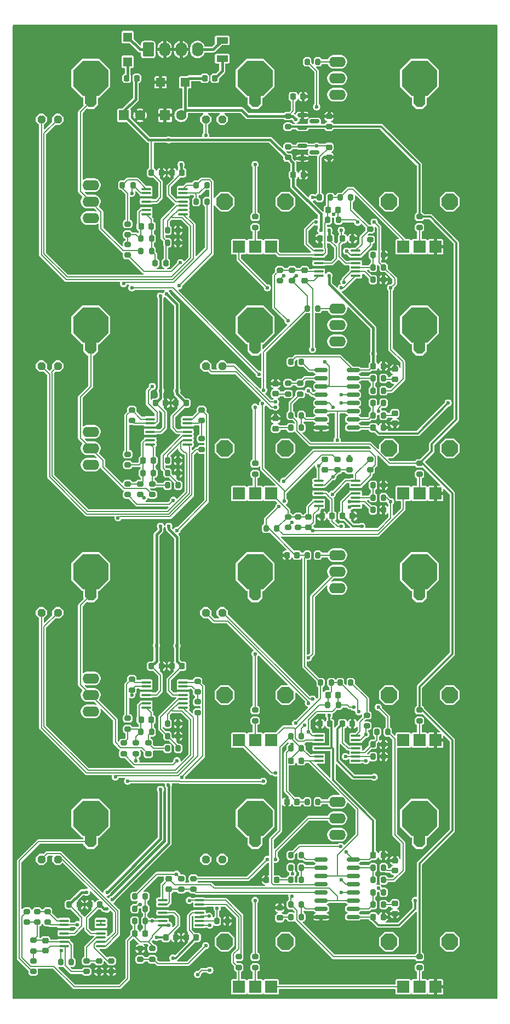
<source format=gbr>
%TF.GenerationSoftware,KiCad,Pcbnew,8.0.6*%
%TF.CreationDate,2025-04-05T08:59:43-04:00*%
%TF.ProjectId,Blinds4U,426c696e-6473-4345-952e-6b696361645f,rev?*%
%TF.SameCoordinates,Original*%
%TF.FileFunction,Copper,L1,Top*%
%TF.FilePolarity,Positive*%
%FSLAX46Y46*%
G04 Gerber Fmt 4.6, Leading zero omitted, Abs format (unit mm)*
G04 Created by KiCad (PCBNEW 8.0.6) date 2025-04-05 08:59:43*
%MOMM*%
%LPD*%
G01*
G04 APERTURE LIST*
G04 Aperture macros list*
%AMRoundRect*
0 Rectangle with rounded corners*
0 $1 Rounding radius*
0 $2 $3 $4 $5 $6 $7 $8 $9 X,Y pos of 4 corners*
0 Add a 4 corners polygon primitive as box body*
4,1,4,$2,$3,$4,$5,$6,$7,$8,$9,$2,$3,0*
0 Add four circle primitives for the rounded corners*
1,1,$1+$1,$2,$3*
1,1,$1+$1,$4,$5*
1,1,$1+$1,$6,$7*
1,1,$1+$1,$8,$9*
0 Add four rect primitives between the rounded corners*
20,1,$1+$1,$2,$3,$4,$5,0*
20,1,$1+$1,$4,$5,$6,$7,0*
20,1,$1+$1,$6,$7,$8,$9,0*
20,1,$1+$1,$8,$9,$2,$3,0*%
%AMOutline5P*
0 Free polygon, 5 corners , with rotation*
0 The origin of the aperture is its center*
0 number of corners: always 5*
0 $1 to $10 corner X, Y*
0 $11 Rotation angle, in degrees counterclockwise*
0 create outline with 5 corners*
4,1,5,$1,$2,$3,$4,$5,$6,$7,$8,$9,$10,$1,$2,$11*%
%AMOutline6P*
0 Free polygon, 6 corners , with rotation*
0 The origin of the aperture is its center*
0 number of corners: always 6*
0 $1 to $12 corner X, Y*
0 $13 Rotation angle, in degrees counterclockwise*
0 create outline with 6 corners*
4,1,6,$1,$2,$3,$4,$5,$6,$7,$8,$9,$10,$11,$12,$1,$2,$13*%
%AMOutline7P*
0 Free polygon, 7 corners , with rotation*
0 The origin of the aperture is its center*
0 number of corners: always 7*
0 $1 to $14 corner X, Y*
0 $15 Rotation angle, in degrees counterclockwise*
0 create outline with 7 corners*
4,1,7,$1,$2,$3,$4,$5,$6,$7,$8,$9,$10,$11,$12,$13,$14,$1,$2,$15*%
%AMOutline8P*
0 Free polygon, 8 corners , with rotation*
0 The origin of the aperture is its center*
0 number of corners: always 8*
0 $1 to $16 corner X, Y*
0 $17 Rotation angle, in degrees counterclockwise*
0 create outline with 8 corners*
4,1,8,$1,$2,$3,$4,$5,$6,$7,$8,$9,$10,$11,$12,$13,$14,$15,$16,$1,$2,$17*%
G04 Aperture macros list end*
%TA.AperFunction,SMDPad,CuDef*%
%ADD10RoundRect,0.200000X0.200000X0.275000X-0.200000X0.275000X-0.200000X-0.275000X0.200000X-0.275000X0*%
%TD*%
%TA.AperFunction,SMDPad,CuDef*%
%ADD11RoundRect,0.200000X0.275000X-0.200000X0.275000X0.200000X-0.275000X0.200000X-0.275000X-0.200000X0*%
%TD*%
%TA.AperFunction,SMDPad,CuDef*%
%ADD12RoundRect,0.100000X-0.637500X-0.100000X0.637500X-0.100000X0.637500X0.100000X-0.637500X0.100000X0*%
%TD*%
%TA.AperFunction,SMDPad,CuDef*%
%ADD13RoundRect,0.200000X-0.275000X0.200000X-0.275000X-0.200000X0.275000X-0.200000X0.275000X0.200000X0*%
%TD*%
%TA.AperFunction,SMDPad,CuDef*%
%ADD14RoundRect,0.200000X-0.200000X-0.275000X0.200000X-0.275000X0.200000X0.275000X-0.200000X0.275000X0*%
%TD*%
%TA.AperFunction,SMDPad,CuDef*%
%ADD15RoundRect,0.150000X-0.825000X-0.150000X0.825000X-0.150000X0.825000X0.150000X-0.825000X0.150000X0*%
%TD*%
%TA.AperFunction,ComponentPad*%
%ADD16R,1.600000X1.600000*%
%TD*%
%TA.AperFunction,ComponentPad*%
%ADD17C,1.600000*%
%TD*%
%TA.AperFunction,SMDPad,CuDef*%
%ADD18R,1.800000X1.000000*%
%TD*%
%TA.AperFunction,SMDPad,CuDef*%
%ADD19RoundRect,0.225000X0.225000X0.250000X-0.225000X0.250000X-0.225000X-0.250000X0.225000X-0.250000X0*%
%TD*%
%TA.AperFunction,SMDPad,CuDef*%
%ADD20RoundRect,0.225000X-0.225000X-0.250000X0.225000X-0.250000X0.225000X0.250000X-0.225000X0.250000X0*%
%TD*%
%TA.AperFunction,SMDPad,CuDef*%
%ADD21R,1.400000X1.400000*%
%TD*%
%TA.AperFunction,ComponentPad*%
%ADD22Outline8P,-2.750000X1.210000X-1.210000X2.750000X1.210000X2.750000X2.750000X1.210000X2.750000X-1.210000X1.210000X-2.750000X-1.210000X-2.750000X-2.750000X-1.210000X0.000000*%
%TD*%
%TA.AperFunction,ComponentPad*%
%ADD23Outline6P,-0.889000X0.373380X-0.373380X0.889000X0.373380X0.889000X0.889000X0.373380X0.889000X-0.889000X-0.889000X-0.889000X180.000000*%
%TD*%
%TA.AperFunction,SMDPad,CuDef*%
%ADD24RoundRect,0.225000X-0.250000X0.225000X-0.250000X-0.225000X0.250000X-0.225000X0.250000X0.225000X0*%
%TD*%
%TA.AperFunction,SMDPad,CuDef*%
%ADD25RoundRect,0.225000X0.250000X-0.225000X0.250000X0.225000X-0.250000X0.225000X-0.250000X-0.225000X0*%
%TD*%
%TA.AperFunction,SMDPad,CuDef*%
%ADD26RoundRect,0.218750X-0.218750X-0.256250X0.218750X-0.256250X0.218750X0.256250X-0.218750X0.256250X0*%
%TD*%
%TA.AperFunction,SMDPad,CuDef*%
%ADD27RoundRect,0.150000X-0.587500X-0.150000X0.587500X-0.150000X0.587500X0.150000X-0.587500X0.150000X0*%
%TD*%
%TA.AperFunction,SMDPad,CuDef*%
%ADD28RoundRect,0.218750X0.218750X0.256250X-0.218750X0.256250X-0.218750X-0.256250X0.218750X-0.256250X0*%
%TD*%
%TA.AperFunction,ComponentPad*%
%ADD29RoundRect,0.250000X-0.620000X-0.845000X0.620000X-0.845000X0.620000X0.845000X-0.620000X0.845000X0*%
%TD*%
%TA.AperFunction,ComponentPad*%
%ADD30O,1.740000X2.190000*%
%TD*%
%TA.AperFunction,ComponentPad*%
%ADD31O,2.600000X1.600000*%
%TD*%
%TA.AperFunction,ComponentPad*%
%ADD32Outline8P,-0.609600X0.252505X-0.252505X0.609600X0.252505X0.609600X0.609600X0.252505X0.609600X-0.252505X0.252505X-0.609600X-0.252505X-0.609600X-0.609600X-0.252505X180.000000*%
%TD*%
%TA.AperFunction,ComponentPad*%
%ADD33Outline8P,-0.609600X0.252505X-0.252505X0.609600X0.252505X0.609600X0.609600X0.252505X0.609600X-0.252505X0.252505X-0.609600X-0.252505X-0.609600X-0.609600X-0.252505X0.000000*%
%TD*%
%TA.AperFunction,ComponentPad*%
%ADD34R,1.879600X1.879600*%
%TD*%
%TA.AperFunction,ComponentPad*%
%ADD35Outline8P,-1.270000X0.526051X-0.526051X1.270000X0.526051X1.270000X1.270000X0.526051X1.270000X-0.526051X0.526051X-1.270000X-0.526051X-1.270000X-1.270000X-0.526051X90.000000*%
%TD*%
%TA.AperFunction,ViaPad*%
%ADD36C,0.600000*%
%TD*%
%TA.AperFunction,Conductor*%
%ADD37C,0.400000*%
%TD*%
%TA.AperFunction,Conductor*%
%ADD38C,0.200000*%
%TD*%
%TA.AperFunction,Conductor*%
%ADD39C,0.300000*%
%TD*%
G04 APERTURE END LIST*
D10*
%TO.P,R31,1*%
%TO.N,FOO1*%
X80835000Y-86995000D03*
%TO.P,R31,2*%
%TO.N,AREF_-10*%
X79185000Y-86995000D03*
%TD*%
D11*
%TO.P,R16,1*%
%TO.N,N$2*%
X99060000Y-57975000D03*
%TO.P,R16,2*%
%TO.N,AREF_-10*%
X99060000Y-56325000D03*
%TD*%
%TO.P,R13,1*%
%TO.N,N$10*%
X53975000Y-59086100D03*
%TO.P,R13,2*%
%TO.N,N$64*%
X53975000Y-57436100D03*
%TD*%
%TO.P,R45,1*%
%TO.N,N$40*%
X73660000Y-96075000D03*
%TO.P,R45,2*%
%TO.N,N$28*%
X73660000Y-94425000D03*
%TD*%
D12*
%TO.P,IC11,1*%
%TO.N,N$88*%
X44127500Y-165055000D03*
%TO.P,IC11,2*%
%TO.N,N$74*%
X44127500Y-165705000D03*
%TO.P,IC11,3*%
%TO.N,GND*%
X44127500Y-166355000D03*
%TO.P,IC11,4*%
%TO.N,VCC*%
X44127500Y-167005000D03*
%TO.P,IC11,5*%
%TO.N,GND*%
X44127500Y-167655000D03*
%TO.P,IC11,6*%
%TO.N,N$76*%
X44127500Y-168305000D03*
%TO.P,IC11,7*%
%TO.N,OUT4*%
X44127500Y-168955000D03*
%TO.P,IC11,8*%
%TO.N,N$84*%
X49852500Y-168955000D03*
%TO.P,IC11,9*%
%TO.N,N$85*%
X49852500Y-168305000D03*
%TO.P,IC11,10*%
%TO.N,N$100*%
X49852500Y-167655000D03*
%TO.P,IC11,11*%
%TO.N,VEE*%
X49852500Y-167005000D03*
%TO.P,IC11,12*%
%TO.N,GND*%
X49852500Y-166355000D03*
%TO.P,IC11,13*%
%TO.N,AREF_+5*%
X49852500Y-165705000D03*
%TO.P,IC11,14*%
X49852500Y-165055000D03*
%TD*%
D13*
%TO.P,R110,1*%
%TO.N,N$100*%
X49530000Y-171260000D03*
%TO.P,R110,2*%
%TO.N,GND*%
X49530000Y-172910000D03*
%TD*%
D14*
%TO.P,R12,1*%
%TO.N,N$99*%
X91885000Y-62230000D03*
%TO.P,R12,2*%
%TO.N,GND*%
X93535000Y-62230000D03*
%TD*%
%TO.P,R95,1*%
%TO.N,AREF_+10*%
X81725000Y-146685000D03*
%TO.P,R95,2*%
%TO.N,N$95*%
X83375000Y-146685000D03*
%TD*%
D13*
%TO.P,R67,1*%
%TO.N,N$62*%
X54610000Y-127762500D03*
%TO.P,R67,2*%
%TO.N,N$48*%
X54610000Y-129412500D03*
%TD*%
%TO.P,R50,1*%
%TO.N,N$31*%
X78740000Y-102680000D03*
%TO.P,R50,2*%
%TO.N,N$30*%
X78740000Y-104330000D03*
%TD*%
D15*
%TO.P,IC10,1*%
%TO.N,N$86*%
X83885000Y-155575000D03*
%TO.P,IC10,2*%
%TO.N,FOO2*%
X83885000Y-156845000D03*
%TO.P,IC10,3*%
%TO.N,N$68*%
X83885000Y-158115000D03*
%TO.P,IC10,4*%
%TO.N,N$67*%
X83885000Y-159385000D03*
%TO.P,IC10,5*%
%TO.N,N$91*%
X83885000Y-160655000D03*
%TO.P,IC10,6*%
%TO.N,N$92*%
X83885000Y-161925000D03*
%TO.P,IC10,7*%
%TO.N,FOO3*%
X83885000Y-163195000D03*
%TO.P,IC10,8*%
%TO.N,GND*%
X83885000Y-164465000D03*
%TO.P,IC10,9*%
%TO.N,VEE*%
X88835000Y-164465000D03*
%TO.P,IC10,10*%
%TO.N,N$73*%
X88835000Y-163195000D03*
%TO.P,IC10,11*%
%TO.N,N$92*%
X88835000Y-161925000D03*
%TO.P,IC10,12*%
%TO.N,N$74*%
X88835000Y-160655000D03*
%TO.P,IC10,13*%
%TO.N,N$48*%
X88835000Y-159385000D03*
%TO.P,IC10,14*%
%TO.N,N$68*%
X88835000Y-158115000D03*
%TO.P,IC10,15*%
%TO.N,N$46*%
X88835000Y-156845000D03*
%TO.P,IC10,16*%
%TO.N,VCC*%
X88835000Y-155575000D03*
%TD*%
D16*
%TO.P,C1,1*%
%TO.N,GND*%
X59754888Y-40640000D03*
D17*
%TO.P,C1,2*%
%TO.N,VEE*%
X62254888Y-40640000D03*
%TD*%
D13*
%TO.P,R69,1*%
%TO.N,N$52*%
X90932000Y-133312400D03*
%TO.P,R69,2*%
%TO.N,N$51*%
X90932000Y-134962400D03*
%TD*%
D14*
%TO.P,R80,1*%
%TO.N,N$57*%
X91885000Y-139700000D03*
%TO.P,R80,2*%
%TO.N,GND*%
X93535000Y-139700000D03*
%TD*%
D10*
%TO.P,R14,1*%
%TO.N,OUT1*%
X57657500Y-59690000D03*
%TO.P,R14,2*%
%TO.N,N$10*%
X56007500Y-59690000D03*
%TD*%
%TO.P,R57,1*%
%TO.N,N$31*%
X77025000Y-104457500D03*
%TO.P,R57,2*%
%TO.N,AREF_+10*%
X75375000Y-104457500D03*
%TD*%
D11*
%TO.P,R55,1*%
%TO.N,N$6*%
X57785000Y-99250000D03*
%TO.P,R55,2*%
%TO.N,OUT2*%
X57785000Y-97600000D03*
%TD*%
%TO.P,R11,1*%
%TO.N,N$14*%
X73660000Y-57975000D03*
%TO.P,R11,2*%
%TO.N,CV_IN_1*%
X73660000Y-56325000D03*
%TD*%
D18*
%TO.P,P1,1*%
%TO.N,N$13*%
X68580000Y-31880000D03*
%TO.P,P1,2*%
%TO.N,N$12*%
X68580000Y-29080000D03*
%TD*%
D19*
%TO.P,C31,1*%
%TO.N,GAIN_3*%
X86500000Y-130175000D03*
%TO.P,C31,2*%
%TO.N,N$53*%
X84950000Y-130175000D03*
%TD*%
D14*
%TO.P,R18,1*%
%TO.N,N$96*%
X60135000Y-60325000D03*
%TO.P,R18,2*%
%TO.N,GND*%
X61785000Y-60325000D03*
%TD*%
D10*
%TO.P,R87,1*%
%TO.N,N$45*%
X93535000Y-156845000D03*
%TO.P,R87,2*%
%TO.N,N$46*%
X91885000Y-156845000D03*
%TD*%
D14*
%TO.P,R48,1*%
%TO.N,N$36*%
X60135000Y-93980000D03*
%TO.P,R48,2*%
%TO.N,GND*%
X61785000Y-93980000D03*
%TD*%
D10*
%TO.P,R58,1*%
%TO.N,N$97*%
X61785000Y-97789900D03*
%TO.P,R58,2*%
%TO.N,OUT2*%
X60135000Y-97789900D03*
%TD*%
D20*
%TO.P,C35,1*%
%TO.N,N$67*%
X79235000Y-140335000D03*
%TO.P,C35,2*%
%TO.N,N$68*%
X80785000Y-140335000D03*
%TD*%
D14*
%TO.P,R88,1*%
%TO.N,N$63*%
X79185000Y-158750000D03*
%TO.P,R88,2*%
%TO.N,FOO2*%
X80835000Y-158750000D03*
%TD*%
%TO.P,R78,1*%
%TO.N,N$67*%
X79185000Y-136525000D03*
%TO.P,R78,2*%
%TO.N,N$93*%
X80835000Y-136525000D03*
%TD*%
D13*
%TO.P,R19,1*%
%TO.N,N$65*%
X77470000Y-64580000D03*
%TO.P,R19,2*%
%TO.N,N$21*%
X77470000Y-66230000D03*
%TD*%
D11*
%TO.P,R76,1*%
%TO.N,N$55*%
X99060000Y-134175000D03*
%TO.P,R76,2*%
%TO.N,AREF_-10*%
X99060000Y-132525000D03*
%TD*%
D13*
%TO.P,R115,1*%
%TO.N,N$100*%
X47625000Y-171260000D03*
%TO.P,R115,2*%
%TO.N,OUT4*%
X47625000Y-172910000D03*
%TD*%
D10*
%TO.P,R1,1*%
%TO.N,N$9*%
X85280000Y-53340000D03*
%TO.P,R1,2*%
%TO.N,AREF_+10*%
X83630000Y-53340000D03*
%TD*%
D13*
%TO.P,R70,1*%
%TO.N,N$60*%
X64770000Y-131255000D03*
%TO.P,R70,2*%
%TO.N,N$61*%
X64770000Y-132905000D03*
%TD*%
D19*
%TO.P,C6,1*%
%TO.N,GAIN_1*%
X86500000Y-55245000D03*
%TO.P,C6,2*%
%TO.N,N$9*%
X84950000Y-55245000D03*
%TD*%
%TO.P,C28,1*%
%TO.N,AREF_+10*%
X80150000Y-108585000D03*
%TO.P,C28,2*%
%TO.N,GND*%
X78600000Y-108585000D03*
%TD*%
D14*
%TO.P,R30,1*%
%TO.N,N$24*%
X91885000Y-85090000D03*
%TO.P,R30,2*%
%TO.N,GAIN_2*%
X93535000Y-85090000D03*
%TD*%
D20*
%TO.P,C20,1*%
%TO.N,N$27*%
X56375000Y-93980000D03*
%TO.P,C20,2*%
%TO.N,OUT2*%
X57925000Y-93980000D03*
%TD*%
%TO.P,C11,1*%
%TO.N,VCC*%
X91935000Y-79375000D03*
%TO.P,C11,2*%
%TO.N,GND*%
X93485000Y-79375000D03*
%TD*%
D11*
%TO.P,R99,1*%
%TO.N,N$76*%
X40005000Y-165290000D03*
%TO.P,R99,2*%
%TO.N,N$88*%
X40005000Y-163640000D03*
%TD*%
D20*
%TO.P,C4,1*%
%TO.N,GND*%
X60820000Y-49530000D03*
%TO.P,C4,2*%
%TO.N,VEE*%
X62370000Y-49530000D03*
%TD*%
D21*
%TO.P,D1,A*%
%TO.N,VEE*%
X62860000Y-35560000D03*
%TO.P,D1,C*%
%TO.N,GND*%
X59060000Y-35560000D03*
%TD*%
D22*
%TO.P,REF\u002A\u002A,*%
%TO.N,N$77*%
X73660000Y-149225000D03*
D23*
X73660000Y-152835000D03*
%TD*%
D24*
%TO.P,C40,1*%
%TO.N,N$72*%
X95250000Y-162420000D03*
%TO.P,C40,2*%
%TO.N,GND*%
X95250000Y-163970000D03*
%TD*%
D11*
%TO.P,R102,1*%
%TO.N,N$91*%
X64135000Y-160210000D03*
%TO.P,R102,2*%
%TO.N,N$69*%
X64135000Y-158560000D03*
%TD*%
D12*
%TO.P,IC1,1*%
%TO.N,N$64*%
X56827500Y-52025000D03*
%TO.P,IC1,2*%
%TO.N,N$3*%
X56827500Y-52675000D03*
%TO.P,IC1,3*%
%TO.N,GND*%
X56827500Y-53325000D03*
%TO.P,IC1,4*%
%TO.N,VCC*%
X56827500Y-53975000D03*
%TO.P,IC1,5*%
%TO.N,GND*%
X56827500Y-54625000D03*
%TO.P,IC1,6*%
%TO.N,N$10*%
X56827500Y-55275000D03*
%TO.P,IC1,7*%
%TO.N,OUT1*%
X56827500Y-55925000D03*
%TO.P,IC1,8*%
%TO.N,N$18*%
X62552500Y-55925000D03*
%TO.P,IC1,9*%
%TO.N,N$19*%
X62552500Y-55275000D03*
%TO.P,IC1,10*%
%TO.N,N$96*%
X62552500Y-54625000D03*
%TO.P,IC1,11*%
%TO.N,VEE*%
X62552500Y-53975000D03*
%TO.P,IC1,12*%
%TO.N,GND*%
X62552500Y-53325000D03*
%TO.P,IC1,13*%
%TO.N,N$22*%
X62552500Y-52675000D03*
%TO.P,IC1,14*%
%TO.N,1_TO_2*%
X62552500Y-52025000D03*
%TD*%
D20*
%TO.P,C25,1*%
%TO.N,VEE*%
X79552500Y-37785000D03*
%TO.P,C25,2*%
%TO.N,GND*%
X81102500Y-37785000D03*
%TD*%
D12*
%TO.P,IC5,1*%
%TO.N,N$43*%
X83497500Y-97110000D03*
%TO.P,IC5,2*%
%TO.N,N$42*%
X83497500Y-97760000D03*
%TO.P,IC5,3*%
%TO.N,GND*%
X83497500Y-98410000D03*
%TO.P,IC5,4*%
%TO.N,VCC*%
X83497500Y-99060000D03*
%TO.P,IC5,5*%
%TO.N,GND*%
X83497500Y-99710000D03*
%TO.P,IC5,6*%
%TO.N,N$31*%
X83497500Y-100360000D03*
%TO.P,IC5,7*%
%TO.N,GAIN_2*%
X83497500Y-101010000D03*
%TO.P,IC5,8*%
%TO.N,N$33*%
X89222500Y-101010000D03*
%TO.P,IC5,9*%
%TO.N,N$34*%
X89222500Y-100360000D03*
%TO.P,IC5,10*%
%TO.N,N$103*%
X89222500Y-99710000D03*
%TO.P,IC5,11*%
%TO.N,VEE*%
X89222500Y-99060000D03*
%TO.P,IC5,12*%
%TO.N,GND*%
X89222500Y-98410000D03*
%TO.P,IC5,13*%
%TO.N,N$29*%
X89222500Y-97760000D03*
%TO.P,IC5,14*%
%TO.N,N$30*%
X89222500Y-97110000D03*
%TD*%
D19*
%TO.P,C8,1*%
%TO.N,GND*%
X88722500Y-59690000D03*
%TO.P,C8,2*%
%TO.N,VEE*%
X87172500Y-59690000D03*
%TD*%
D20*
%TO.P,C24,1*%
%TO.N,VCC*%
X79567500Y-49850000D03*
%TO.P,C24,2*%
%TO.N,GND*%
X81117500Y-49850000D03*
%TD*%
D11*
%TO.P,R109,1*%
%TO.N,N$81*%
X99060000Y-172275000D03*
%TO.P,R109,2*%
%TO.N,AREF_-10*%
X99060000Y-170625000D03*
%TD*%
D14*
%TO.P,R94,1*%
%TO.N,N$90*%
X79185000Y-164465000D03*
%TO.P,R94,2*%
%TO.N,FOO3*%
X80835000Y-164465000D03*
%TD*%
D20*
%TO.P,C46,1*%
%TO.N,VCC*%
X59867500Y-167640000D03*
%TO.P,C46,2*%
%TO.N,GND*%
X61417500Y-167640000D03*
%TD*%
D10*
%TO.P,R117,1*%
%TO.N,N$80*%
X56705000Y-161290000D03*
%TO.P,R117,2*%
%TO.N,AREF_+10*%
X55055000Y-161290000D03*
%TD*%
D14*
%TO.P,R72,1*%
%TO.N,N$102*%
X91885000Y-137795000D03*
%TO.P,R72,2*%
%TO.N,GND*%
X93535000Y-137795000D03*
%TD*%
D20*
%TO.P,C34,1*%
%TO.N,N$49*%
X56057500Y-133985000D03*
%TO.P,C34,2*%
%TO.N,OUT3*%
X57607500Y-133985000D03*
%TD*%
D11*
%TO.P,R51,1*%
%TO.N,GAIN_2*%
X80327500Y-104330000D03*
%TO.P,R51,2*%
%TO.N,N$31*%
X80327500Y-102680000D03*
%TD*%
D13*
%TO.P,R41,1*%
%TO.N,2_TO_3*%
X65405000Y-86170000D03*
%TO.P,R41,2*%
%TO.N,N$37*%
X65405000Y-87820000D03*
%TD*%
D14*
%TO.P,R53,1*%
%TO.N,N$34*%
X91885000Y-101600000D03*
%TO.P,R53,2*%
%TO.N,GND*%
X93535000Y-101600000D03*
%TD*%
D10*
%TO.P,R114,1*%
%TO.N,N$76*%
X45275000Y-171450000D03*
%TO.P,R114,2*%
%TO.N,3_TO_4*%
X43625000Y-171450000D03*
%TD*%
D12*
%TO.P,IC2,1*%
%TO.N,GAIN_1*%
X83497500Y-61550000D03*
%TO.P,IC2,2*%
%TO.N,N$9*%
X83497500Y-62200000D03*
%TO.P,IC2,3*%
%TO.N,GND*%
X83497500Y-62850000D03*
%TO.P,IC2,4*%
%TO.N,VCC*%
X83497500Y-63500000D03*
%TO.P,IC2,5*%
%TO.N,GND*%
X83497500Y-64150000D03*
%TO.P,IC2,6*%
%TO.N,N$65*%
X83497500Y-64800000D03*
%TO.P,IC2,7*%
%TO.N,N$66*%
X83497500Y-65450000D03*
%TO.P,IC2,8*%
%TO.N,N$4*%
X89222500Y-65450000D03*
%TO.P,IC2,9*%
%TO.N,N$15*%
X89222500Y-64800000D03*
%TO.P,IC2,10*%
%TO.N,N$99*%
X89222500Y-64150000D03*
%TO.P,IC2,11*%
%TO.N,VEE*%
X89222500Y-63500000D03*
%TO.P,IC2,12*%
%TO.N,GND*%
X89222500Y-62850000D03*
%TO.P,IC2,13*%
%TO.N,N$5*%
X89222500Y-62200000D03*
%TO.P,IC2,14*%
%TO.N,N$8*%
X89222500Y-61550000D03*
%TD*%
D13*
%TO.P,R68,1*%
%TO.N,3_TO_4*%
X64770000Y-128080000D03*
%TO.P,R68,2*%
%TO.N,N$60*%
X64770000Y-129730000D03*
%TD*%
%TO.P,R20,1*%
%TO.N,N$65*%
X79375000Y-64580000D03*
%TO.P,R20,2*%
%TO.N,AREF_+10*%
X79375000Y-66230000D03*
%TD*%
%TO.P,R82,1*%
%TO.N,N$49*%
X55245000Y-137605000D03*
%TO.P,R82,2*%
%TO.N,2_TO_3*%
X55245000Y-139255000D03*
%TD*%
D20*
%TO.P,C48,1*%
%TO.N,GAIN_4*%
X55105000Y-167005000D03*
%TO.P,C48,2*%
%TO.N,N$80*%
X56655000Y-167005000D03*
%TD*%
D14*
%TO.P,R90,1*%
%TO.N,N$46*%
X91885000Y-158750000D03*
%TO.P,R90,2*%
%TO.N,GAIN_3*%
X93535000Y-158750000D03*
%TD*%
%TO.P,R91,1*%
%TO.N,N$73*%
X91885000Y-160655000D03*
%TO.P,R91,2*%
%TO.N,GAIN_4*%
X93535000Y-160655000D03*
%TD*%
D19*
%TO.P,C21,1*%
%TO.N,VCC*%
X85547500Y-102552500D03*
%TO.P,C21,2*%
%TO.N,GND*%
X83997500Y-102552500D03*
%TD*%
D14*
%TO.P,R81,1*%
%TO.N,N$102*%
X92520000Y-135890000D03*
%TO.P,R81,2*%
%TO.N,GAIN_3*%
X94170000Y-135890000D03*
%TD*%
%TO.P,R21,1*%
%TO.N,N$15*%
X91885000Y-66040000D03*
%TO.P,R21,2*%
%TO.N,GND*%
X93535000Y-66040000D03*
%TD*%
D20*
%TO.P,C42,1*%
%TO.N,GND*%
X48120000Y-162560000D03*
%TO.P,C42,2*%
%TO.N,VEE*%
X49670000Y-162560000D03*
%TD*%
D14*
%TO.P,R29,1*%
%TO.N,N$75*%
X91885000Y-83185000D03*
%TO.P,R29,2*%
%TO.N,GAIN_1*%
X93535000Y-83185000D03*
%TD*%
%TO.P,R3,1*%
%TO.N,AREF_+10*%
X81725000Y-32385000D03*
%TO.P,R3,2*%
%TO.N,N$54*%
X83375000Y-32385000D03*
%TD*%
D11*
%TO.P,R106,1*%
%TO.N,N$89*%
X73660000Y-172275000D03*
%TO.P,R106,2*%
%TO.N,N$77*%
X73660000Y-170625000D03*
%TD*%
%TO.P,R27,1*%
%TO.N,N$20*%
X78740000Y-83692500D03*
%TO.P,R27,2*%
%TO.N,FOO*%
X78740000Y-82042500D03*
%TD*%
D22*
%TO.P,REF\u002A\u002A,*%
%TO.N,N$71*%
X48260000Y-149225000D03*
D23*
X48260000Y-152835000D03*
%TD*%
D10*
%TO.P,R24,1*%
%TO.N,N$96*%
X59880000Y-63500000D03*
%TO.P,R24,2*%
%TO.N,OUT1*%
X58230000Y-63500000D03*
%TD*%
D16*
%TO.P,C2,1*%
%TO.N,VCC*%
X53404887Y-40640000D03*
D17*
%TO.P,C2,2*%
%TO.N,GND*%
X55904887Y-40640000D03*
%TD*%
D19*
%TO.P,C7,1*%
%TO.N,VCC*%
X85230000Y-59690000D03*
%TO.P,C7,2*%
%TO.N,GND*%
X83680000Y-59690000D03*
%TD*%
D11*
%TO.P,R84,1*%
%TO.N,N$23*%
X57150000Y-139255100D03*
%TO.P,R84,2*%
%TO.N,OUT3*%
X57150000Y-137605100D03*
%TD*%
%TO.P,R39,1*%
%TO.N,N$42*%
X88265000Y-95440000D03*
%TO.P,R39,2*%
%TO.N,N$44*%
X88265000Y-93790000D03*
%TD*%
D24*
%TO.P,C45,1*%
%TO.N,N$76*%
X41275000Y-168135000D03*
%TO.P,C45,2*%
%TO.N,OUT4*%
X41275000Y-169685000D03*
%TD*%
D11*
%TO.P,R59,1*%
%TO.N,VCC*%
X78740000Y-47182500D03*
%TO.P,R59,2*%
%TO.N,AREF_+10*%
X78740000Y-45532500D03*
%TD*%
D22*
%TO.P,REF\u002A\u002A,*%
%TO.N,CV_IN_1*%
X73660000Y-34925000D03*
D23*
X73660000Y-38535000D03*
%TD*%
D14*
%TO.P,R34,1*%
%TO.N,AREF_+10*%
X81725000Y-70485000D03*
%TO.P,R34,2*%
%TO.N,N$87*%
X83375000Y-70485000D03*
%TD*%
%TO.P,R22,1*%
%TO.N,N$99*%
X91885000Y-64135000D03*
%TO.P,R22,2*%
%TO.N,GAIN_1*%
X93535000Y-64135000D03*
%TD*%
D24*
%TO.P,C26,1*%
%TO.N,AREF_+10*%
X85090000Y-45582500D03*
%TO.P,C26,2*%
%TO.N,GND*%
X85090000Y-47132500D03*
%TD*%
D10*
%TO.P,R74,1*%
%TO.N,OUT3*%
X57657500Y-135890000D03*
%TO.P,R74,2*%
%TO.N,N$49*%
X56007500Y-135890000D03*
%TD*%
D12*
%TO.P,IC12,1*%
%TO.N,N$92*%
X59367500Y-161880000D03*
%TO.P,IC12,2*%
%TO.N,N$91*%
X59367500Y-162530000D03*
%TO.P,IC12,3*%
%TO.N,GND*%
X59367500Y-163180000D03*
%TO.P,IC12,4*%
%TO.N,VCC*%
X59367500Y-163830000D03*
%TO.P,IC12,5*%
%TO.N,GND*%
X59367500Y-164480000D03*
%TO.P,IC12,6*%
%TO.N,N$80*%
X59367500Y-165130000D03*
%TO.P,IC12,7*%
%TO.N,GAIN_4*%
X59367500Y-165780000D03*
%TO.P,IC12,8*%
%TO.N,N$82*%
X65092500Y-165780000D03*
%TO.P,IC12,9*%
%TO.N,N$83*%
X65092500Y-165130000D03*
%TO.P,IC12,10*%
%TO.N,N$101*%
X65092500Y-164480000D03*
%TO.P,IC12,11*%
%TO.N,VEE*%
X65092500Y-163830000D03*
%TO.P,IC12,12*%
%TO.N,GND*%
X65092500Y-163180000D03*
%TO.P,IC12,13*%
%TO.N,N$78*%
X65092500Y-162530000D03*
%TO.P,IC12,14*%
%TO.N,N$79*%
X65092500Y-161880000D03*
%TD*%
D13*
%TO.P,R40,1*%
%TO.N,N$39*%
X54610000Y-86170000D03*
%TO.P,R40,2*%
%TO.N,N$26*%
X54610000Y-87820000D03*
%TD*%
D14*
%TO.P,R10,1*%
%TO.N,N$22*%
X64580000Y-53975000D03*
%TO.P,R10,2*%
%TO.N,N$25*%
X66230000Y-53975000D03*
%TD*%
D11*
%TO.P,R116,1*%
%TO.N,N$71*%
X39370000Y-172910000D03*
%TO.P,R116,2*%
%TO.N,OUT4*%
X39370000Y-171260000D03*
%TD*%
D19*
%TO.P,C22,1*%
%TO.N,GND*%
X88722500Y-102552500D03*
%TO.P,C22,2*%
%TO.N,VEE*%
X87172500Y-102552500D03*
%TD*%
%TO.P,C3,1*%
%TO.N,AREF_+10*%
X80150000Y-146685000D03*
%TO.P,C3,2*%
%TO.N,GND*%
X78600000Y-146685000D03*
%TD*%
D11*
%TO.P,R71,1*%
%TO.N,N$70*%
X73660000Y-134175000D03*
%TO.P,R71,2*%
%TO.N,N$50*%
X73660000Y-132525000D03*
%TD*%
D25*
%TO.P,C23,1*%
%TO.N,GAIN_2*%
X81915000Y-104280000D03*
%TO.P,C23,2*%
%TO.N,N$31*%
X81915000Y-102730000D03*
%TD*%
%TO.P,C39,1*%
%TO.N,N$90*%
X77470000Y-164605000D03*
%TO.P,C39,2*%
%TO.N,GND*%
X77470000Y-163055000D03*
%TD*%
D19*
%TO.P,C32,1*%
%TO.N,VCC*%
X85230000Y-134620000D03*
%TO.P,C32,2*%
%TO.N,GND*%
X83680000Y-134620000D03*
%TD*%
D11*
%TO.P,R107,1*%
%TO.N,OUT4*%
X39370000Y-169735000D03*
%TO.P,R107,2*%
%TO.N,N$76*%
X39370000Y-168085000D03*
%TD*%
D14*
%TO.P,R33,1*%
%TO.N,N$41*%
X79185000Y-88900000D03*
%TO.P,R33,2*%
%TO.N,FOO1*%
X80835000Y-88900000D03*
%TD*%
D13*
%TO.P,R23,1*%
%TO.N,N$10*%
X53975000Y-60611000D03*
%TO.P,R23,2*%
%TO.N,GAIN_1*%
X53975000Y-62261000D03*
%TD*%
D22*
%TO.P,REF\u002A\u002A,*%
%TO.N,In2*%
X99060000Y-73025000D03*
D23*
X99060000Y-76635000D03*
%TD*%
D11*
%TO.P,R96,1*%
%TO.N,N$101*%
X55880000Y-171005000D03*
%TO.P,R96,2*%
%TO.N,GND*%
X55880000Y-169355000D03*
%TD*%
D19*
%TO.P,C16,1*%
%TO.N,GND*%
X93485000Y-88900000D03*
%TO.P,C16,2*%
%TO.N,VEE*%
X91935000Y-88900000D03*
%TD*%
D26*
%TO.P,L2,1*%
%TO.N,VEE*%
X65887500Y-34925000D03*
%TO.P,L2,2*%
%TO.N,N$13*%
X67462500Y-34925000D03*
%TD*%
D10*
%TO.P,R89,1*%
%TO.N,FOO2*%
X80835000Y-156845000D03*
%TO.P,R89,2*%
%TO.N,AREF_-10*%
X79185000Y-156845000D03*
%TD*%
%TO.P,R85,1*%
%TO.N,N$98*%
X61785000Y-138430000D03*
%TO.P,R85,2*%
%TO.N,OUT3*%
X60135000Y-138430000D03*
%TD*%
D25*
%TO.P,C37,1*%
%TO.N,N$45*%
X95250000Y-157302500D03*
%TO.P,C37,2*%
%TO.N,GND*%
X95250000Y-155752500D03*
%TD*%
D20*
%TO.P,C47,1*%
%TO.N,GND*%
X63042500Y-167640000D03*
%TO.P,C47,2*%
%TO.N,VEE*%
X64592500Y-167640000D03*
%TD*%
D14*
%TO.P,R77,1*%
%TO.N,N$98*%
X60135000Y-136525000D03*
%TO.P,R77,2*%
%TO.N,GND*%
X61785000Y-136525000D03*
%TD*%
D25*
%TO.P,C13,1*%
%TO.N,N$20*%
X76835000Y-83642500D03*
%TO.P,C13,2*%
%TO.N,GND*%
X76835000Y-82092500D03*
%TD*%
%TO.P,C14,1*%
%TO.N,N$41*%
X76835000Y-89040000D03*
%TO.P,C14,2*%
%TO.N,GND*%
X76835000Y-87490000D03*
%TD*%
D20*
%TO.P,C9,1*%
%TO.N,N$10*%
X56057500Y-57785000D03*
%TO.P,C9,2*%
%TO.N,OUT1*%
X57607500Y-57785000D03*
%TD*%
D14*
%TO.P,R7,1*%
%TO.N,N$64*%
X53150000Y-51435000D03*
%TO.P,R7,2*%
%TO.N,N$3*%
X54800000Y-51435000D03*
%TD*%
D10*
%TO.P,R61,1*%
%TO.N,N$53*%
X85438800Y-128270000D03*
%TO.P,R61,2*%
%TO.N,AREF_+10*%
X83788800Y-128270000D03*
%TD*%
D25*
%TO.P,C12,1*%
%TO.N,N$47*%
X95250000Y-81420000D03*
%TO.P,C12,2*%
%TO.N,GND*%
X95250000Y-79870000D03*
%TD*%
D13*
%TO.P,R60,1*%
%TO.N,VEE*%
X78740000Y-40770000D03*
%TO.P,R60,2*%
%TO.N,AREF_-10*%
X78740000Y-42420000D03*
%TD*%
D27*
%TO.P,IC7,1*%
%TO.N,GND*%
X80977500Y-40645000D03*
%TO.P,IC7,2*%
%TO.N,AREF_-10*%
X80977500Y-42545000D03*
%TO.P,IC7,3*%
%TO.N,N/C*%
X82852500Y-41595000D03*
%TD*%
D21*
%TO.P,D2,A*%
%TO.N,N$11*%
X53975000Y-28580000D03*
%TO.P,D2,C*%
%TO.N,N$16*%
X53975000Y-32380000D03*
%TD*%
D20*
%TO.P,C30,1*%
%TO.N,VCC*%
X57645000Y-125730000D03*
%TO.P,C30,2*%
%TO.N,GND*%
X59195000Y-125730000D03*
%TD*%
D25*
%TO.P,C44,1*%
%TO.N,N$91*%
X60325000Y-160160000D03*
%TO.P,C44,2*%
%TO.N,N$92*%
X60325000Y-158610000D03*
%TD*%
D14*
%TO.P,R86,1*%
%TO.N,VCC*%
X79185000Y-154940000D03*
%TO.P,R86,2*%
%TO.N,N$86*%
X80835000Y-154940000D03*
%TD*%
D12*
%TO.P,IC4,1*%
%TO.N,N$39*%
X57462500Y-87585000D03*
%TO.P,IC4,2*%
%TO.N,N$26*%
X57462500Y-88235000D03*
%TO.P,IC4,3*%
%TO.N,GND*%
X57462500Y-88885000D03*
%TO.P,IC4,4*%
%TO.N,VCC*%
X57462500Y-89535000D03*
%TO.P,IC4,5*%
%TO.N,GND*%
X57462500Y-90185000D03*
%TO.P,IC4,6*%
%TO.N,N$27*%
X57462500Y-90835000D03*
%TO.P,IC4,7*%
%TO.N,OUT2*%
X57462500Y-91485000D03*
%TO.P,IC4,8*%
%TO.N,N$35*%
X63187500Y-91485000D03*
%TO.P,IC4,9*%
%TO.N,N$36*%
X63187500Y-90835000D03*
%TO.P,IC4,10*%
%TO.N,N$97*%
X63187500Y-90185000D03*
%TO.P,IC4,11*%
%TO.N,VEE*%
X63187500Y-89535000D03*
%TO.P,IC4,12*%
%TO.N,GND*%
X63187500Y-88885000D03*
%TO.P,IC4,13*%
%TO.N,N$37*%
X63187500Y-88235000D03*
%TO.P,IC4,14*%
%TO.N,2_TO_3*%
X63187500Y-87585000D03*
%TD*%
D20*
%TO.P,C36,1*%
%TO.N,VCC*%
X91935000Y-154940000D03*
%TO.P,C36,2*%
%TO.N,GND*%
X93485000Y-154940000D03*
%TD*%
D22*
%TO.P,REF\u002A\u002A,*%
%TO.N,In3*%
X99060000Y-111125000D03*
D23*
X99060000Y-114735000D03*
%TD*%
D19*
%TO.P,C41,1*%
%TO.N,GND*%
X93485000Y-164465000D03*
%TO.P,C41,2*%
%TO.N,VEE*%
X91935000Y-164465000D03*
%TD*%
D22*
%TO.P,REF\u002A\u002A,*%
%TO.N,In4*%
X99060000Y-149225000D03*
D23*
X99060000Y-152835000D03*
%TD*%
D22*
%TO.P,REF\u002A\u002A,*%
%TO.N,N$7*%
X48260000Y-34925000D03*
D23*
X48260000Y-38535000D03*
%TD*%
D12*
%TO.P,IC9,1*%
%TO.N,GAIN_3*%
X83497500Y-136480000D03*
%TO.P,IC9,2*%
%TO.N,N$53*%
X83497500Y-137130000D03*
%TO.P,IC9,3*%
%TO.N,GND*%
X83497500Y-137780000D03*
%TO.P,IC9,4*%
%TO.N,VCC*%
X83497500Y-138430000D03*
%TO.P,IC9,5*%
%TO.N,GND*%
X83497500Y-139080000D03*
%TO.P,IC9,6*%
%TO.N,N$67*%
X83497500Y-139730000D03*
%TO.P,IC9,7*%
%TO.N,N$68*%
X83497500Y-140380000D03*
%TO.P,IC9,8*%
%TO.N,N$56*%
X89222500Y-140380000D03*
%TO.P,IC9,9*%
%TO.N,N$57*%
X89222500Y-139730000D03*
%TO.P,IC9,10*%
%TO.N,N$102*%
X89222500Y-139080000D03*
%TO.P,IC9,11*%
%TO.N,VEE*%
X89222500Y-138430000D03*
%TO.P,IC9,12*%
%TO.N,GND*%
X89222500Y-137780000D03*
%TO.P,IC9,13*%
%TO.N,N$51*%
X89222500Y-137130000D03*
%TO.P,IC9,14*%
%TO.N,N$52*%
X89222500Y-136480000D03*
%TD*%
D13*
%TO.P,R9,1*%
%TO.N,N$8*%
X91440000Y-58230000D03*
%TO.P,R9,2*%
%TO.N,N$5*%
X91440000Y-59880000D03*
%TD*%
D14*
%TO.P,R15,1*%
%TO.N,N$19*%
X60135000Y-58420000D03*
%TO.P,R15,2*%
%TO.N,GND*%
X61785000Y-58420000D03*
%TD*%
D10*
%TO.P,R6,1*%
%TO.N,GAIN_1*%
X86550000Y-56832500D03*
%TO.P,R6,2*%
%TO.N,N$9*%
X84900000Y-56832500D03*
%TD*%
D19*
%TO.P,C33,1*%
%TO.N,GND*%
X88722500Y-134620000D03*
%TO.P,C33,2*%
%TO.N,VEE*%
X87172500Y-134620000D03*
%TD*%
D28*
%TO.P,L1,1*%
%TO.N,VCC*%
X55397500Y-34925000D03*
%TO.P,L1,2*%
%TO.N,N$16*%
X53822500Y-34925000D03*
%TD*%
D14*
%TO.P,R8,1*%
%TO.N,1_TO_2*%
X64580000Y-51435000D03*
%TO.P,R8,2*%
%TO.N,N$22*%
X66230000Y-51435000D03*
%TD*%
D24*
%TO.P,C10,1*%
%TO.N,N$65*%
X81280000Y-64630000D03*
%TO.P,C10,2*%
%TO.N,N$66*%
X81280000Y-66180000D03*
%TD*%
D13*
%TO.P,R83,1*%
%TO.N,N$49*%
X53340000Y-137605100D03*
%TO.P,R83,2*%
%TO.N,GAIN_3*%
X53340000Y-139255100D03*
%TD*%
D10*
%TO.P,R92,1*%
%TO.N,FOO3*%
X80835000Y-162560000D03*
%TO.P,R92,2*%
%TO.N,AREF_-10*%
X79185000Y-162560000D03*
%TD*%
D12*
%TO.P,IC8,1*%
%TO.N,N$62*%
X56827500Y-128225000D03*
%TO.P,IC8,2*%
%TO.N,N$48*%
X56827500Y-128875000D03*
%TO.P,IC8,3*%
%TO.N,GND*%
X56827500Y-129525000D03*
%TO.P,IC8,4*%
%TO.N,VCC*%
X56827500Y-130175000D03*
%TO.P,IC8,5*%
%TO.N,GND*%
X56827500Y-130825000D03*
%TO.P,IC8,6*%
%TO.N,N$49*%
X56827500Y-131475000D03*
%TO.P,IC8,7*%
%TO.N,OUT3*%
X56827500Y-132125000D03*
%TO.P,IC8,8*%
%TO.N,N$58*%
X62552500Y-132125000D03*
%TO.P,IC8,9*%
%TO.N,N$59*%
X62552500Y-131475000D03*
%TO.P,IC8,10*%
%TO.N,N$98*%
X62552500Y-130825000D03*
%TO.P,IC8,11*%
%TO.N,VEE*%
X62552500Y-130175000D03*
%TO.P,IC8,12*%
%TO.N,GND*%
X62552500Y-129525000D03*
%TO.P,IC8,13*%
%TO.N,N$60*%
X62552500Y-128875000D03*
%TO.P,IC8,14*%
%TO.N,3_TO_4*%
X62552500Y-128225000D03*
%TD*%
D25*
%TO.P,C27,1*%
%TO.N,AREF_-10*%
X85090000Y-42372500D03*
%TO.P,C27,2*%
%TO.N,GND*%
X85090000Y-40822500D03*
%TD*%
D10*
%TO.P,R66,1*%
%TO.N,GAIN_3*%
X86550000Y-131762500D03*
%TO.P,R66,2*%
%TO.N,N$53*%
X84900000Y-131762500D03*
%TD*%
D15*
%TO.P,IC3,1*%
%TO.N,N$1*%
X83885000Y-80010000D03*
%TO.P,IC3,2*%
%TO.N,FOO*%
X83885000Y-81280000D03*
%TO.P,IC3,3*%
%TO.N,N$66*%
X83885000Y-82550000D03*
%TO.P,IC3,4*%
%TO.N,N$65*%
X83885000Y-83820000D03*
%TO.P,IC3,5*%
%TO.N,N$42*%
X83885000Y-85090000D03*
%TO.P,IC3,6*%
%TO.N,N$43*%
X83885000Y-86360000D03*
%TO.P,IC3,7*%
%TO.N,FOO1*%
X83885000Y-87630000D03*
%TO.P,IC3,8*%
%TO.N,GND*%
X83885000Y-88900000D03*
%TO.P,IC3,9*%
%TO.N,VEE*%
X88835000Y-88900000D03*
%TO.P,IC3,10*%
%TO.N,N$24*%
X88835000Y-87630000D03*
%TO.P,IC3,11*%
%TO.N,N$43*%
X88835000Y-86360000D03*
%TO.P,IC3,12*%
%TO.N,N$26*%
X88835000Y-85090000D03*
%TO.P,IC3,13*%
%TO.N,N$3*%
X88835000Y-83820000D03*
%TO.P,IC3,14*%
%TO.N,N$66*%
X88835000Y-82550000D03*
%TO.P,IC3,15*%
%TO.N,N$75*%
X88835000Y-81280000D03*
%TO.P,IC3,16*%
%TO.N,VCC*%
X88835000Y-80010000D03*
%TD*%
D10*
%TO.P,R47,1*%
%TO.N,OUT2*%
X57975000Y-95885000D03*
%TO.P,R47,2*%
%TO.N,N$27*%
X56325000Y-95885000D03*
%TD*%
D11*
%TO.P,R101,1*%
%TO.N,N$91*%
X62230000Y-160210000D03*
%TO.P,R101,2*%
%TO.N,AREF_+10*%
X62230000Y-158560000D03*
%TD*%
D13*
%TO.P,R100,1*%
%TO.N,N$88*%
X41592500Y-163640000D03*
%TO.P,R100,2*%
%TO.N,N$74*%
X41592500Y-165290000D03*
%TD*%
D22*
%TO.P,REF\u002A\u002A,*%
%TO.N,In1*%
X99060000Y-34925000D03*
D23*
X99060000Y-38535000D03*
%TD*%
D13*
%TO.P,R28,1*%
%TO.N,FOO*%
X80645000Y-82042500D03*
%TO.P,R28,2*%
%TO.N,AREF_-10*%
X80645000Y-83692500D03*
%TD*%
D19*
%TO.P,C38,1*%
%TO.N,N$63*%
X76975000Y-158750000D03*
%TO.P,C38,2*%
%TO.N,GND*%
X75425000Y-158750000D03*
%TD*%
D14*
%TO.P,R113,1*%
%TO.N,N$83*%
X67755000Y-165100000D03*
%TO.P,R113,2*%
%TO.N,GND*%
X69405000Y-165100000D03*
%TD*%
%TO.P,R52,1*%
%TO.N,N$97*%
X60135100Y-95885000D03*
%TO.P,R52,2*%
%TO.N,GND*%
X61785100Y-95885000D03*
%TD*%
D22*
%TO.P,REF\u002A\u002A,*%
%TO.N,N$50*%
X73660000Y-111125000D03*
D23*
X73660000Y-114735000D03*
%TD*%
D14*
%TO.P,R17,1*%
%TO.N,N$7*%
X56007500Y-61595000D03*
%TO.P,R17,2*%
%TO.N,OUT1*%
X57657500Y-61595000D03*
%TD*%
D29*
%TO.P,REF\u002A\u002A,1*%
%TO.N,N$11*%
X57150000Y-30500000D03*
D30*
%TO.P,REF\u002A\u002A,2*%
%TO.N,GND*%
X59690000Y-30500000D03*
%TO.P,REF\u002A\u002A,3*%
X62230000Y-30500000D03*
%TO.P,REF\u002A\u002A,4*%
%TO.N,N$12*%
X64770000Y-30500000D03*
%TD*%
D14*
%TO.P,R42,1*%
%TO.N,N$103*%
X91885000Y-99695000D03*
%TO.P,R42,2*%
%TO.N,GAIN_2*%
X93535000Y-99695000D03*
%TD*%
D11*
%TO.P,R49,1*%
%TO.N,N$32*%
X99060000Y-96075000D03*
%TO.P,R49,2*%
%TO.N,AREF_-10*%
X99060000Y-94425000D03*
%TD*%
D22*
%TO.P,REF\u002A\u002A,*%
%TO.N,N$6*%
X48260000Y-73025000D03*
D23*
X48260000Y-76635000D03*
%TD*%
D14*
%TO.P,R2,1*%
%TO.N,N$9*%
X86805000Y-53340000D03*
%TO.P,R2,2*%
%TO.N,N$8*%
X88455000Y-53340000D03*
%TD*%
D13*
%TO.P,R56,1*%
%TO.N,N$27*%
X55880000Y-97600000D03*
%TO.P,R56,2*%
%TO.N,1_TO_2*%
X55880000Y-99250000D03*
%TD*%
D14*
%TO.P,R63,1*%
%TO.N,AREF_+10*%
X81725000Y-108585000D03*
%TO.P,R63,2*%
%TO.N,N$94*%
X83375000Y-108585000D03*
%TD*%
D10*
%TO.P,R26,1*%
%TO.N,N$47*%
X93535000Y-81280000D03*
%TO.P,R26,2*%
%TO.N,N$75*%
X91885000Y-81280000D03*
%TD*%
D27*
%TO.P,IC6,1*%
%TO.N,AREF_+10*%
X80977500Y-45405000D03*
%TO.P,IC6,2*%
%TO.N,GND*%
X80977500Y-47305000D03*
%TO.P,IC6,3*%
%TO.N,N/C*%
X82852500Y-46355000D03*
%TD*%
D22*
%TO.P,REF\u002A\u002A,*%
%TO.N,N$28*%
X73660000Y-73025000D03*
D23*
X73660000Y-76635000D03*
%TD*%
D11*
%TO.P,R73,1*%
%TO.N,N$49*%
X53975000Y-135445000D03*
%TO.P,R73,2*%
%TO.N,N$62*%
X53975000Y-133795000D03*
%TD*%
D10*
%TO.P,R111,1*%
%TO.N,N$80*%
X56705000Y-163195000D03*
%TO.P,R111,2*%
%TO.N,N$79*%
X55055000Y-163195000D03*
%TD*%
D13*
%TO.P,R54,1*%
%TO.N,N$27*%
X53975000Y-97600000D03*
%TO.P,R54,2*%
%TO.N,GAIN_2*%
X53975000Y-99250000D03*
%TD*%
%TO.P,R105,1*%
%TO.N,N$79*%
X71120000Y-170625000D03*
%TO.P,R105,2*%
%TO.N,N$78*%
X71120000Y-172275000D03*
%TD*%
D11*
%TO.P,R103,1*%
%TO.N,N$76*%
X38417500Y-165290000D03*
%TO.P,R103,2*%
%TO.N,GAIN_4*%
X38417500Y-163640000D03*
%TD*%
%TO.P,R38,1*%
%TO.N,N$42*%
X86360000Y-95440000D03*
%TO.P,R38,2*%
%TO.N,AREF_+10*%
X86360000Y-93790000D03*
%TD*%
D14*
%TO.P,R35,1*%
%TO.N,N$103*%
X91885000Y-97790000D03*
%TO.P,R35,2*%
%TO.N,GND*%
X93535000Y-97790000D03*
%TD*%
D22*
%TO.P,REF\u002A\u002A,*%
%TO.N,N$23*%
X48260000Y-111125000D03*
D23*
X48260000Y-114735000D03*
%TD*%
D20*
%TO.P,C43,1*%
%TO.N,VCC*%
X44945000Y-162560000D03*
%TO.P,C43,2*%
%TO.N,GND*%
X46495000Y-162560000D03*
%TD*%
D14*
%TO.P,R25,1*%
%TO.N,VCC*%
X79185000Y-78740000D03*
%TO.P,R25,2*%
%TO.N,N$1*%
X80835000Y-78740000D03*
%TD*%
D20*
%TO.P,C29,1*%
%TO.N,GND*%
X60820000Y-125730000D03*
%TO.P,C29,2*%
%TO.N,VEE*%
X62370000Y-125730000D03*
%TD*%
D13*
%TO.P,R43,1*%
%TO.N,N$30*%
X91440000Y-93790000D03*
%TO.P,R43,2*%
%TO.N,N$29*%
X91440000Y-95440000D03*
%TD*%
%TO.P,R108,1*%
%TO.N,N$85*%
X51435000Y-171260000D03*
%TO.P,R108,2*%
%TO.N,GND*%
X51435000Y-172910000D03*
%TD*%
D10*
%TO.P,R93,1*%
%TO.N,N$72*%
X93535000Y-162560000D03*
%TO.P,R93,2*%
%TO.N,N$73*%
X91885000Y-162560000D03*
%TD*%
D24*
%TO.P,C15,1*%
%TO.N,N$17*%
X95250000Y-86696200D03*
%TO.P,C15,2*%
%TO.N,GND*%
X95250000Y-88246200D03*
%TD*%
D14*
%TO.P,R62,1*%
%TO.N,N$53*%
X86805000Y-128270000D03*
%TO.P,R62,2*%
%TO.N,N$52*%
X88455000Y-128270000D03*
%TD*%
D10*
%TO.P,R32,1*%
%TO.N,N$17*%
X93535000Y-86995000D03*
%TO.P,R32,2*%
%TO.N,N$24*%
X91885000Y-86995000D03*
%TD*%
D14*
%TO.P,R112,1*%
%TO.N,GAIN_4*%
X55055000Y-165100000D03*
%TO.P,R112,2*%
%TO.N,N$80*%
X56705000Y-165100000D03*
%TD*%
%TO.P,R75,1*%
%TO.N,N$59*%
X60135000Y-134620000D03*
%TO.P,R75,2*%
%TO.N,GND*%
X61785000Y-134620000D03*
%TD*%
D20*
%TO.P,C5,1*%
%TO.N,VCC*%
X57645000Y-49530000D03*
%TO.P,C5,2*%
%TO.N,GND*%
X59195000Y-49530000D03*
%TD*%
D11*
%TO.P,R104,1*%
%TO.N,N$101*%
X57785000Y-171005000D03*
%TO.P,R104,2*%
%TO.N,GAIN_4*%
X57785000Y-169355000D03*
%TD*%
D13*
%TO.P,R44,1*%
%TO.N,N$37*%
X65405000Y-90614900D03*
%TO.P,R44,2*%
%TO.N,N$38*%
X65405000Y-92264900D03*
%TD*%
D20*
%TO.P,C17,1*%
%TO.N,GND*%
X61455000Y-85090000D03*
%TO.P,C17,2*%
%TO.N,VEE*%
X63005000Y-85090000D03*
%TD*%
D10*
%TO.P,R79,1*%
%TO.N,N$67*%
X80835000Y-138430000D03*
%TO.P,R79,2*%
%TO.N,AREF_+10*%
X79185000Y-138430000D03*
%TD*%
D25*
%TO.P,C19,1*%
%TO.N,N$42*%
X84455000Y-95390000D03*
%TO.P,C19,2*%
%TO.N,N$43*%
X84455000Y-93840000D03*
%TD*%
D20*
%TO.P,C18,1*%
%TO.N,VCC*%
X58280000Y-85090000D03*
%TO.P,C18,2*%
%TO.N,GND*%
X59830000Y-85090000D03*
%TD*%
D11*
%TO.P,R46,1*%
%TO.N,N$27*%
X53975000Y-94646000D03*
%TO.P,R46,2*%
%TO.N,N$39*%
X53975000Y-92996000D03*
%TD*%
D31*
%TO.P,Out3SW,1*%
%TO.N,N$61*%
X48260000Y-127635000D03*
%TO.P,Out3SW,2*%
%TO.N,N$23*%
X48260000Y-130175000D03*
%TO.P,Out3SW,3*%
%TO.N,N/C*%
X48260000Y-132715000D03*
%TD*%
D32*
%TO.P,LED7,A*%
%TO.N,N$85*%
X43180000Y-155575000D03*
%TO.P,LED7,K*%
%TO.N,N$84*%
X40640000Y-155575000D03*
%TD*%
%TO.P,LED5,A*%
%TO.N,N$59*%
X43180000Y-117475000D03*
%TO.P,LED5,K*%
%TO.N,N$58*%
X40640000Y-117475000D03*
%TD*%
D33*
%TO.P,LED4,A*%
%TO.N,N$34*%
X66040000Y-79375000D03*
%TO.P,LED4,K*%
%TO.N,N$33*%
X68580000Y-79375000D03*
%TD*%
D32*
%TO.P,LED3,A*%
%TO.N,N$36*%
X43180000Y-79375000D03*
%TO.P,LED3,K*%
%TO.N,N$35*%
X40640000Y-79375000D03*
%TD*%
D31*
%TO.P,In3SW,1*%
%TO.N,N$94*%
X86360000Y-108585000D03*
%TO.P,In3SW,2*%
%TO.N,N$93*%
X86360000Y-111125000D03*
%TO.P,In3SW,3*%
%TO.N,In3*%
X86360000Y-113665000D03*
%TD*%
D34*
%TO.P,R64,P$1*%
%TO.N,N$53*%
X96560000Y-137175000D03*
%TO.P,R64,P$2*%
%TO.N,N$55*%
X99060000Y-137175000D03*
%TO.P,R64,P$3*%
%TO.N,GND*%
X101560000Y-137175000D03*
D35*
%TO.P,R64,P$4*%
%TO.N,N/C*%
X94360000Y-130175000D03*
%TO.P,R64,P$5*%
X103760000Y-130175000D03*
%TD*%
D34*
%TO.P,R65,P$1*%
%TO.N,N$51*%
X71160000Y-137175000D03*
%TO.P,R65,P$2*%
%TO.N,N$70*%
X73660000Y-137175000D03*
%TO.P,R65,P$3*%
%TO.N,N$53*%
X76160000Y-137175000D03*
D35*
%TO.P,R65,P$4*%
%TO.N,N/C*%
X68960000Y-130175000D03*
%TO.P,R65,P$5*%
X78360000Y-130175000D03*
%TD*%
D33*
%TO.P,LED6,A*%
%TO.N,N$57*%
X66040000Y-117475000D03*
%TO.P,LED6,K*%
%TO.N,N$56*%
X68580000Y-117475000D03*
%TD*%
%TO.P,LED8,A*%
%TO.N,N$83*%
X66040000Y-155575000D03*
%TO.P,LED8,K*%
%TO.N,N$82*%
X68580000Y-155575000D03*
%TD*%
D34*
%TO.P,R98,P$1*%
%TO.N,N$78*%
X71160000Y-175275000D03*
%TO.P,R98,P$2*%
%TO.N,N$89*%
X73660000Y-175275000D03*
%TO.P,R98,P$3*%
%TO.N,N$80*%
X76160000Y-175275000D03*
D35*
%TO.P,R98,P$4*%
%TO.N,N/C*%
X68960000Y-168275000D03*
%TO.P,R98,P$5*%
X78360000Y-168275000D03*
%TD*%
D34*
%TO.P,R4,P$1*%
%TO.N,N$9*%
X96560000Y-60975000D03*
%TO.P,R4,P$2*%
%TO.N,N$2*%
X99060000Y-60975000D03*
%TO.P,R4,P$3*%
%TO.N,GND*%
X101560000Y-60975000D03*
D35*
%TO.P,R4,P$4*%
%TO.N,N/C*%
X94360000Y-53975000D03*
%TO.P,R4,P$5*%
X103760000Y-53975000D03*
%TD*%
D32*
%TO.P,LED1,A*%
%TO.N,N$19*%
X43180000Y-41275000D03*
%TO.P,LED1,K*%
%TO.N,N$18*%
X40640000Y-41275000D03*
%TD*%
D31*
%TO.P,In2SW,1*%
%TO.N,N$87*%
X86360000Y-70485000D03*
%TO.P,In2SW,2*%
%TO.N,N$44*%
X86360000Y-73025000D03*
%TO.P,In2SW,3*%
%TO.N,In2*%
X86360000Y-75565000D03*
%TD*%
%TO.P,Out1SW,1*%
%TO.N,N$25*%
X48260000Y-51435000D03*
%TO.P,Out1SW,2*%
%TO.N,N$7*%
X48260000Y-53975000D03*
%TO.P,Out1SW,3*%
%TO.N,N/C*%
X48260000Y-56515000D03*
%TD*%
%TO.P,Out2SW,1*%
%TO.N,N$38*%
X48260000Y-89535000D03*
%TO.P,Out2SW,2*%
%TO.N,N$6*%
X48260000Y-92075000D03*
%TO.P,Out2SW,3*%
%TO.N,N/C*%
X48260000Y-94615000D03*
%TD*%
D34*
%TO.P,R5,P$1*%
%TO.N,N$5*%
X71160000Y-60975000D03*
%TO.P,R5,P$2*%
%TO.N,N$14*%
X73660000Y-60975000D03*
%TO.P,R5,P$3*%
%TO.N,N$9*%
X76160000Y-60975000D03*
D35*
%TO.P,R5,P$4*%
%TO.N,N/C*%
X68960000Y-53975000D03*
%TO.P,R5,P$5*%
X78360000Y-53975000D03*
%TD*%
D31*
%TO.P,In1SW,1*%
%TO.N,N$54*%
X86360000Y-32385000D03*
%TO.P,In1SW,2*%
%TO.N,N$21*%
X86360000Y-34925000D03*
%TO.P,In1SW,3*%
%TO.N,In1*%
X86360000Y-37465000D03*
%TD*%
%TO.P,In4SW,1*%
%TO.N,N$95*%
X86360000Y-146685000D03*
%TO.P,In4SW,2*%
%TO.N,N$69*%
X86360000Y-149225000D03*
%TO.P,In4SW,3*%
%TO.N,In4*%
X86360000Y-151765000D03*
%TD*%
D34*
%TO.P,R36,P$1*%
%TO.N,N$31*%
X96560000Y-99075000D03*
%TO.P,R36,P$2*%
%TO.N,N$32*%
X99060000Y-99075000D03*
%TO.P,R36,P$3*%
%TO.N,GND*%
X101560000Y-99075000D03*
D35*
%TO.P,R36,P$4*%
%TO.N,N/C*%
X94360000Y-92075000D03*
%TO.P,R36,P$5*%
X103760000Y-92075000D03*
%TD*%
D34*
%TO.P,R97,P$1*%
%TO.N,N$80*%
X96560000Y-175275000D03*
%TO.P,R97,P$2*%
%TO.N,N$81*%
X99060000Y-175275000D03*
%TO.P,R97,P$3*%
%TO.N,GND*%
X101560000Y-175275000D03*
D35*
%TO.P,R97,P$4*%
%TO.N,N/C*%
X94360000Y-168275000D03*
%TO.P,R97,P$5*%
X103760000Y-168275000D03*
%TD*%
D33*
%TO.P,LED2,A*%
%TO.N,N$15*%
X66040000Y-41275000D03*
%TO.P,LED2,K*%
%TO.N,N$4*%
X68580000Y-41275000D03*
%TD*%
D34*
%TO.P,R37,P$1*%
%TO.N,N$29*%
X71160000Y-99075000D03*
%TO.P,R37,P$2*%
%TO.N,N$40*%
X73660000Y-99075000D03*
%TO.P,R37,P$3*%
%TO.N,N$31*%
X76160000Y-99075000D03*
D35*
%TO.P,R37,P$4*%
%TO.N,N/C*%
X68960000Y-92075000D03*
%TO.P,R37,P$5*%
X78360000Y-92075000D03*
%TD*%
D36*
%TO.N,GND*%
X86360000Y-100888800D03*
X82550000Y-90805000D03*
X104775000Y-172085000D03*
X41554400Y-166725600D03*
X86817200Y-96799400D03*
X75565000Y-157480000D03*
X81915000Y-85725000D03*
X75565000Y-167640000D03*
X48412400Y-165989000D03*
X90627200Y-98399600D03*
X83820000Y-90170000D03*
X60325000Y-46990000D03*
X63906400Y-130530600D03*
X60960000Y-175260000D03*
X80010000Y-93980000D03*
X80645000Y-100330000D03*
X45491400Y-166319200D03*
X46990000Y-163830000D03*
X84734400Y-137718800D03*
X80924400Y-62966600D03*
X82550000Y-48869600D03*
X90805000Y-63500000D03*
X51435000Y-165735000D03*
X82321400Y-40411400D03*
X62865000Y-59690000D03*
X62636400Y-165887400D03*
X87401400Y-47599600D03*
X93980000Y-59055000D03*
X60960000Y-164795200D03*
X90805000Y-137795000D03*
X81889600Y-92125800D03*
X83667600Y-60706000D03*
X94615000Y-78105000D03*
X89128600Y-58242200D03*
X55245000Y-54610000D03*
X97155000Y-154305000D03*
X90805000Y-67310000D03*
X57785000Y-163830000D03*
X99060000Y-140335000D03*
X46355000Y-173990000D03*
X58216800Y-130860800D03*
X79375000Y-149860000D03*
X81915000Y-138430000D03*
X42545000Y-174625000D03*
X75565000Y-90805000D03*
X83820000Y-104140000D03*
X83820000Y-133350000D03*
X61137800Y-129413000D03*
X88900000Y-133350000D03*
X46405800Y-169138600D03*
X86360000Y-64135000D03*
X97790000Y-158115000D03*
X78105000Y-80645000D03*
X66598800Y-163220400D03*
X88900000Y-168275000D03*
X64820800Y-55981600D03*
X62865000Y-50800000D03*
X80899000Y-36068000D03*
%TO.N,VCC*%
X85090000Y-58420000D03*
X60325000Y-44450000D03*
X86885973Y-153560973D03*
X86995000Y-104140000D03*
X59055000Y-104140000D03*
X85090000Y-133350000D03*
X59055000Y-83185000D03*
X50800000Y-160655000D03*
X91935000Y-77470000D03*
X59055000Y-144780000D03*
X58420000Y-167640000D03*
X58420000Y-122555000D03*
X47625000Y-160655000D03*
X59055000Y-68580000D03*
X87739027Y-154414027D03*
X83820000Y-58420000D03*
X85090000Y-65405000D03*
%TO.N,AREF_-10*%
X79484457Y-157778161D03*
X79375000Y-161290000D03*
%TO.N,VEE*%
X103505000Y-85090000D03*
X50740084Y-163254916D03*
X98406800Y-161925000D03*
X61595000Y-83185000D03*
X60007500Y-68262500D03*
X86995000Y-58420000D03*
X62230000Y-48260000D03*
X60960000Y-170815000D03*
X90170000Y-104140000D03*
X51560743Y-161799257D03*
X60325000Y-104140000D03*
X61595000Y-122555000D03*
X92075000Y-142875000D03*
X60250073Y-144070073D03*
X79980393Y-41306047D03*
%TO.N,AREF_+10*%
X61526800Y-157856800D03*
X79933367Y-134543367D03*
X80010000Y-65405000D03*
X78186527Y-100248473D03*
X77333473Y-101101527D03*
X74820973Y-85199027D03*
X82550000Y-53340000D03*
X83185000Y-45405000D03*
X83185000Y-39370000D03*
X79360973Y-137809027D03*
X75006632Y-83108368D03*
%TO.N,N$3*%
X86995000Y-83820000D03*
X54610000Y-52705000D03*
X74295000Y-80645000D03*
X54610000Y-67310000D03*
%TO.N,CV_IN_1*%
X73660000Y-48260000D03*
%TO.N,N$5*%
X87807800Y-61620400D03*
X75565000Y-67310000D03*
%TO.N,GAIN_1*%
X94615000Y-67310000D03*
X83116800Y-57150000D03*
X62120973Y-63390973D03*
X89520973Y-57164027D03*
X85768507Y-55917481D03*
X92075000Y-57150000D03*
%TO.N,N$4*%
X86995000Y-67310000D03*
%TO.N,N$15*%
X87387223Y-66432223D03*
X66040000Y-43746800D03*
%TO.N,1_TO_2*%
X56515000Y-99695000D03*
X61912500Y-66992500D03*
%TO.N,N$25*%
X53340000Y-66643200D03*
%TO.N,N$65*%
X78740000Y-72390000D03*
X81915000Y-83185000D03*
%TO.N,N$66*%
X84455000Y-78740000D03*
X82550000Y-76835000D03*
%TO.N,N$21*%
X78105000Y-65405000D03*
%TO.N,N$26*%
X57785000Y-82550000D03*
X86995000Y-85090000D03*
%TO.N,N$28*%
X73660000Y-85725000D03*
%TO.N,N$29*%
X78105000Y-97155000D03*
%TO.N,N$30*%
X79375000Y-103505000D03*
X85593960Y-99191041D03*
%TO.N,GAIN_2*%
X82550000Y-104775000D03*
X61028200Y-100108537D03*
X94615000Y-100330000D03*
X92710000Y-86360000D03*
%TO.N,N$33*%
X76835000Y-84921797D03*
X88265000Y-101133203D03*
%TO.N,N$34*%
X88265000Y-100330000D03*
X76835000Y-85725000D03*
%TO.N,N$38*%
X52473200Y-102838200D03*
%TO.N,N$42*%
X85702500Y-96497500D03*
X85725000Y-85725000D03*
%TO.N,N$43*%
X86360000Y-90805000D03*
X83497500Y-94797500D03*
%TO.N,N$44*%
X88265000Y-93345000D03*
%TO.N,2_TO_3*%
X61595000Y-104775000D03*
X55245000Y-140335000D03*
%TO.N,N$48*%
X74930000Y-143510000D03*
X54610000Y-130175000D03*
X53975000Y-143510000D03*
X86995000Y-158750000D03*
%TO.N,N$50*%
X73660000Y-123825000D03*
%TO.N,N$51*%
X76835000Y-142240000D03*
X90805000Y-136284999D03*
%TO.N,N$53*%
X89687400Y-132765800D03*
%TO.N,GAIN_3*%
X92710000Y-132080000D03*
X88900000Y-132080000D03*
X61595000Y-140335000D03*
X81915000Y-135890000D03*
%TO.N,N$56*%
X90805000Y-140335000D03*
X82550000Y-130810000D03*
%TO.N,N$57*%
X81915000Y-131445000D03*
X87630000Y-139700000D03*
%TO.N,N$61*%
X52070000Y-142843200D03*
%TO.N,N$74*%
X86995000Y-160655000D03*
X66675000Y-172720000D03*
X64770000Y-173355000D03*
X46220573Y-165651373D03*
%TO.N,N$77*%
X73660000Y-161925000D03*
%TO.N,N$79*%
X55880000Y-162560000D03*
X63500000Y-161925000D03*
%TO.N,N$80*%
X57785000Y-165130000D03*
%TO.N,GAIN_4*%
X92710000Y-160020000D03*
X60327822Y-165739761D03*
%TO.N,N$82*%
X66675000Y-165735000D03*
%TO.N,N$83*%
X67788747Y-163133199D03*
%TO.N,3_TO_4*%
X62313918Y-142944347D03*
X43725000Y-169658200D03*
%TO.N,N$93*%
X81915000Y-124460000D03*
X81311800Y-134871042D03*
%TO.N,N$69*%
X75565000Y-155575000D03*
X76835000Y-155575000D03*
%TO.N,N$101*%
X66565973Y-164355973D03*
X66040000Y-168910000D03*
%TD*%
D37*
%TO.N,VCC*%
X55397500Y-34925000D02*
X55245000Y-35077500D01*
D38*
X85547500Y-102552500D02*
X85547500Y-99974700D01*
X59367500Y-163830000D02*
X61163200Y-163830000D01*
D37*
X91935000Y-73520000D02*
X91935000Y-79375000D01*
D39*
X85230000Y-134620000D02*
X85496400Y-134886400D01*
D38*
X57462500Y-89535000D02*
X59055000Y-89535000D01*
X58420000Y-130175000D02*
X59055000Y-129540000D01*
X46888400Y-165836600D02*
X45720000Y-167005000D01*
D37*
X46850000Y-160655000D02*
X44945000Y-162560000D01*
X55245000Y-38132444D02*
X53404887Y-39972557D01*
X79567500Y-48010000D02*
X78740000Y-47182500D01*
D38*
X59690000Y-88900000D02*
X59690000Y-86500000D01*
X80564027Y-153560973D02*
X86885973Y-153560973D01*
D37*
X60325000Y-44450000D02*
X76007500Y-44450000D01*
X55245000Y-35077500D02*
X55245000Y-38132444D01*
D38*
X79185000Y-154940000D02*
X80564027Y-153560973D01*
X87739027Y-154414027D02*
X87739027Y-154479027D01*
D37*
X58420000Y-105410000D02*
X58420000Y-124955000D01*
D38*
X45720000Y-167005000D02*
X44127500Y-167005000D01*
X85547500Y-103327500D02*
X85547500Y-102552500D01*
D39*
X85496400Y-134886400D02*
X85496400Y-138226800D01*
D38*
X46888400Y-164581454D02*
X46888400Y-165836600D01*
D37*
X79567500Y-51627500D02*
X83820000Y-55880000D01*
D38*
X44945000Y-162560000D02*
X46386800Y-164001800D01*
D37*
X59055000Y-84315000D02*
X58280000Y-85090000D01*
D38*
X61722000Y-164388800D02*
X61722000Y-165785500D01*
X87739027Y-154479027D02*
X88835000Y-155575000D01*
D39*
X85725000Y-143348918D02*
X91935000Y-149558918D01*
X85090000Y-134480000D02*
X85230000Y-134620000D01*
X91935000Y-149558918D02*
X91935000Y-154940000D01*
D37*
X53404887Y-40640000D02*
X57214887Y-44450000D01*
D38*
X86786800Y-77961800D02*
X88835000Y-80010000D01*
D37*
X59055000Y-104775000D02*
X58420000Y-105410000D01*
D38*
X91300000Y-155575000D02*
X91935000Y-154940000D01*
X86207600Y-60985100D02*
X86207600Y-62814200D01*
X85521800Y-63500000D02*
X83497500Y-63500000D01*
D39*
X58420000Y-167640000D02*
X59867500Y-167640000D01*
D38*
X84990760Y-99417960D02*
X84632800Y-99060000D01*
D39*
X85090000Y-133350000D02*
X85090000Y-134480000D01*
X85471000Y-138252200D02*
X85725000Y-138506200D01*
D37*
X59055000Y-144780000D02*
X59055000Y-152400000D01*
X47625000Y-160655000D02*
X46850000Y-160655000D01*
D38*
X88835000Y-155575000D02*
X91300000Y-155575000D01*
D37*
X76007500Y-44450000D02*
X78740000Y-47182500D01*
X85090000Y-65405000D02*
X85090000Y-66675000D01*
X79567500Y-49850000D02*
X79567500Y-51627500D01*
X85090000Y-58420000D02*
X85090000Y-59550000D01*
D38*
X79963200Y-77961800D02*
X86786800Y-77961800D01*
X91300000Y-80010000D02*
X91935000Y-79375000D01*
D37*
X79567500Y-49850000D02*
X79567500Y-48010000D01*
D38*
X56827500Y-130175000D02*
X58420000Y-130175000D01*
X79185000Y-78740000D02*
X79963200Y-77961800D01*
D39*
X85293200Y-138430000D02*
X83497500Y-138430000D01*
D38*
X84632800Y-99060000D02*
X83497500Y-99060000D01*
X57645000Y-44590000D02*
X57645000Y-49530000D01*
D37*
X85090000Y-59550000D02*
X85230000Y-59690000D01*
X85090000Y-66675000D02*
X91935000Y-73520000D01*
X83820000Y-55880000D02*
X83820000Y-58420000D01*
D38*
X86207600Y-62814200D02*
X85521800Y-63500000D01*
X58420000Y-53975000D02*
X59055000Y-53340000D01*
X59055000Y-89535000D02*
X59690000Y-88900000D01*
D37*
X57785000Y-44450000D02*
X60325000Y-44450000D01*
D38*
X84990760Y-99440895D02*
X84990760Y-99417960D01*
D37*
X59055000Y-104140000D02*
X59055000Y-104775000D01*
D38*
X61163200Y-163830000D02*
X61722000Y-164388800D01*
X85344106Y-99794241D02*
X84990760Y-99440895D01*
X88835000Y-80010000D02*
X91300000Y-80010000D01*
D39*
X85471000Y-138252200D02*
X85293200Y-138430000D01*
D37*
X59055000Y-152400000D02*
X50800000Y-160655000D01*
D38*
X59690000Y-86500000D02*
X58280000Y-85090000D01*
X86360000Y-104140000D02*
X85547500Y-103327500D01*
X46386800Y-164001800D02*
X46386800Y-164079854D01*
X59055000Y-127140000D02*
X57645000Y-125730000D01*
D39*
X85496400Y-138226800D02*
X85471000Y-138252200D01*
D37*
X57214887Y-44450000D02*
X57785000Y-44450000D01*
D38*
X59055000Y-129540000D02*
X59055000Y-127140000D01*
D37*
X53404887Y-39972557D02*
X53404887Y-40640000D01*
D38*
X85367041Y-99794241D02*
X85344106Y-99794241D01*
D39*
X85725000Y-138506200D02*
X85725000Y-143348918D01*
D37*
X59055000Y-68580000D02*
X59055000Y-84315000D01*
X58420000Y-124955000D02*
X57645000Y-125730000D01*
D38*
X85547500Y-99974700D02*
X85367041Y-99794241D01*
X86995000Y-104140000D02*
X86360000Y-104140000D01*
X85230000Y-60007500D02*
X86207600Y-60985100D01*
X57785000Y-44450000D02*
X57645000Y-44590000D01*
X46386800Y-164079854D02*
X46888400Y-164581454D01*
X56827500Y-53975000D02*
X58420000Y-53975000D01*
X61722000Y-165785500D02*
X59867500Y-167640000D01*
X59055000Y-53340000D02*
X59055000Y-50940000D01*
X59055000Y-50940000D02*
X57645000Y-49530000D01*
D39*
%TO.N,AREF_-10*%
X99060000Y-94425000D02*
X99535000Y-94425000D01*
X80852500Y-42420000D02*
X80977500Y-42545000D01*
D38*
X85802826Y-170625000D02*
X99060000Y-170625000D01*
X80131800Y-87941800D02*
X80131800Y-89388974D01*
D39*
X85090000Y-42372500D02*
X93172500Y-42372500D01*
X99060000Y-132525000D02*
X99535000Y-132525000D01*
X99535000Y-94425000D02*
X104140000Y-99030000D01*
D38*
X79185000Y-86995000D02*
X80131800Y-87941800D01*
D39*
X78740000Y-42420000D02*
X80852500Y-42420000D01*
D38*
X79185000Y-162560000D02*
X79185000Y-161480000D01*
X80131800Y-89388974D02*
X82182826Y-91440000D01*
D39*
X100775000Y-56325000D02*
X104775000Y-60325000D01*
X99060000Y-156210000D02*
X99060000Y-170625000D01*
X100965000Y-92520000D02*
X99060000Y-94425000D01*
D38*
X79185000Y-162560000D02*
X80131800Y-163506800D01*
D39*
X81150000Y-42372500D02*
X80977500Y-42545000D01*
D38*
X91440000Y-91440000D02*
X94425000Y-94425000D01*
X79484457Y-157144457D02*
X79185000Y-156845000D01*
D39*
X99060000Y-56325000D02*
X100775000Y-56325000D01*
D38*
X79185000Y-86995000D02*
X79185000Y-85152500D01*
X80131800Y-164953974D02*
X85802826Y-170625000D01*
X80131800Y-163506800D02*
X80131800Y-164953974D01*
D39*
X104140000Y-123825000D02*
X99060000Y-128905000D01*
X99060000Y-128905000D02*
X99060000Y-132525000D01*
X104140000Y-137130000D02*
X104140000Y-151130000D01*
X104140000Y-151130000D02*
X99060000Y-156210000D01*
X85090000Y-42372500D02*
X81150000Y-42372500D01*
D38*
X79484457Y-157778161D02*
X79484457Y-157144457D01*
X79185000Y-161480000D02*
X79375000Y-161290000D01*
D39*
X99060000Y-48260000D02*
X99060000Y-56325000D01*
X100965000Y-91440000D02*
X100965000Y-92520000D01*
D38*
X79185000Y-85152500D02*
X80645000Y-83692500D01*
D39*
X93172500Y-42372500D02*
X99060000Y-48260000D01*
D38*
X82182826Y-91440000D02*
X91440000Y-91440000D01*
D39*
X99535000Y-132525000D02*
X104140000Y-137130000D01*
D38*
X94425000Y-94425000D02*
X99060000Y-94425000D01*
D39*
X104140000Y-99030000D02*
X104140000Y-123825000D01*
X104775000Y-87630000D02*
X100965000Y-91440000D01*
X104775000Y-60325000D02*
X104775000Y-87630000D01*
D37*
%TO.N,VEE*%
X61595000Y-105826946D02*
X61595000Y-124955000D01*
D38*
X88057500Y-138430000D02*
X89222500Y-138430000D01*
X88835000Y-88900000D02*
X91935000Y-88900000D01*
D37*
X61595000Y-124955000D02*
X62370000Y-125730000D01*
D38*
X87630000Y-63500000D02*
X89222500Y-63500000D01*
D39*
X98406800Y-163213200D02*
X95885000Y-165735000D01*
D37*
X50740084Y-163254916D02*
X50364916Y-163254916D01*
X60007500Y-68262500D02*
X61595000Y-69850000D01*
D39*
X103505000Y-85090000D02*
X98816800Y-89778200D01*
X98406800Y-161925000D02*
X98406800Y-163213200D01*
D38*
X61387500Y-53975000D02*
X60325000Y-52912500D01*
D39*
X92710000Y-165735000D02*
X91935000Y-164960000D01*
D37*
X50364916Y-163254916D02*
X49670000Y-162560000D01*
D38*
X63500000Y-164257500D02*
X63500000Y-166547500D01*
D37*
X72520000Y-40770000D02*
X78740000Y-40770000D01*
D38*
X87172500Y-100372501D02*
X87172500Y-102552500D01*
D37*
X60325000Y-104140000D02*
X60325000Y-104556946D01*
X60325000Y-153035000D02*
X51560743Y-161799257D01*
D38*
X62552500Y-130175000D02*
X60960000Y-130175000D01*
X60325000Y-51575000D02*
X62370000Y-49530000D01*
X87172500Y-60007500D02*
X86614000Y-60566000D01*
X87172500Y-134620000D02*
X87172500Y-137545000D01*
D37*
X78740000Y-40770000D02*
X79444346Y-40770000D01*
D39*
X98816800Y-89778200D02*
X92813200Y-89778200D01*
D38*
X62552500Y-53975000D02*
X61387500Y-53975000D01*
D39*
X88900000Y-142875000D02*
X86360000Y-140335000D01*
D38*
X79552500Y-37785000D02*
X79552500Y-39957500D01*
D39*
X86360000Y-135432500D02*
X87172500Y-134620000D01*
D38*
X86995000Y-58420000D02*
X86995000Y-59512500D01*
D37*
X60325000Y-144145000D02*
X60325000Y-153035000D01*
X62254888Y-40640000D02*
X63054887Y-39840001D01*
D38*
X65092500Y-163830000D02*
X63927500Y-163830000D01*
D37*
X71590001Y-39840001D02*
X72520000Y-40770000D01*
D38*
X60325000Y-52912500D02*
X60325000Y-51575000D01*
D37*
X61595000Y-69850000D02*
X61595000Y-83680000D01*
D39*
X92075000Y-142875000D02*
X88900000Y-142875000D01*
D37*
X65887500Y-34925000D02*
X63495000Y-34925000D01*
D38*
X60960000Y-88900000D02*
X60960000Y-87135000D01*
D37*
X60325000Y-104556946D02*
X61595000Y-105826946D01*
D38*
X63500000Y-166547500D02*
X64592500Y-167640000D01*
X86614000Y-62484000D02*
X87630000Y-63500000D01*
D37*
X60250073Y-144070073D02*
X60325000Y-144145000D01*
X63495000Y-34925000D02*
X62860000Y-35560000D01*
D38*
X63927500Y-163830000D02*
X63500000Y-164257500D01*
D37*
X62860000Y-35560000D02*
X62860000Y-40034888D01*
D38*
X86614000Y-60566000D02*
X86614000Y-62484000D01*
D37*
X62230000Y-48260000D02*
X62230000Y-49390000D01*
X63054887Y-39840001D02*
X71590001Y-39840001D01*
X62230000Y-49390000D02*
X62370000Y-49530000D01*
D38*
X87172500Y-137545000D02*
X88057500Y-138430000D01*
D39*
X90170000Y-104140000D02*
X88760000Y-104140000D01*
D38*
X60325000Y-127775000D02*
X62370000Y-125730000D01*
D39*
X88760000Y-104140000D02*
X87172500Y-102552500D01*
X86360000Y-140335000D02*
X86360000Y-135432500D01*
X91935000Y-164960000D02*
X91935000Y-164465000D01*
D38*
X91935000Y-164465000D02*
X88835000Y-164465000D01*
X49670000Y-162560000D02*
X47625000Y-164605000D01*
D39*
X61417500Y-170815000D02*
X64592500Y-167640000D01*
D37*
X79444346Y-40770000D02*
X79980393Y-41306047D01*
D38*
X86995000Y-59512500D02*
X87172500Y-59690000D01*
D39*
X60960000Y-170815000D02*
X61417500Y-170815000D01*
D38*
X48260000Y-167005000D02*
X49852500Y-167005000D01*
X61595000Y-89535000D02*
X60960000Y-88900000D01*
X79552500Y-39957500D02*
X78740000Y-40770000D01*
X47625000Y-164605000D02*
X47625000Y-166370000D01*
X60325000Y-129540000D02*
X60325000Y-127775000D01*
D37*
X62860000Y-40034888D02*
X62254888Y-40640000D01*
D39*
X95885000Y-165735000D02*
X92710000Y-165735000D01*
X92813200Y-89778200D02*
X91935000Y-88900000D01*
D38*
X60960000Y-130175000D02*
X60325000Y-129540000D01*
D37*
X61595000Y-83680000D02*
X63005000Y-85090000D01*
D38*
X47625000Y-166370000D02*
X48260000Y-167005000D01*
X60960000Y-87135000D02*
X63005000Y-85090000D01*
X89222500Y-99060000D02*
X88485001Y-99060000D01*
X63187500Y-89535000D02*
X61595000Y-89535000D01*
X88485001Y-99060000D02*
X87172500Y-100372501D01*
%TO.N,N$7*%
X49863200Y-58118200D02*
X49863200Y-55578200D01*
X46656800Y-52371800D02*
X46656800Y-40138200D01*
X56007500Y-61595000D02*
X55970300Y-61557800D01*
X55970300Y-61557800D02*
X53302800Y-61557800D01*
X48260000Y-53975000D02*
X46656800Y-52371800D01*
X49863200Y-55578200D02*
X48260000Y-53975000D01*
X53302800Y-61557800D02*
X49863200Y-58118200D01*
X46656800Y-40138200D02*
X48260000Y-38535000D01*
%TO.N,AREF_+10*%
X80977500Y-45405000D02*
X84912500Y-45405000D01*
X83788800Y-130687934D02*
X83788800Y-128270000D01*
X55055000Y-161290000D02*
X58488200Y-157856800D01*
X85090000Y-45582500D02*
X83630000Y-47042500D01*
X75375000Y-104457500D02*
X75775000Y-104457500D01*
X75006632Y-77203368D02*
X75006632Y-83108368D01*
X78740000Y-45532500D02*
X80850000Y-45532500D01*
X83185000Y-33845000D02*
X81725000Y-32385000D01*
D39*
X79375000Y-66040000D02*
X80010000Y-65405000D01*
D38*
X61526800Y-157856800D02*
X62230000Y-158560000D01*
X78186527Y-98880251D02*
X78186527Y-100248473D01*
X79185000Y-137985000D02*
X79360973Y-137809027D01*
X83630000Y-47042500D02*
X83630000Y-53340000D01*
X79185000Y-138430000D02*
X79185000Y-137985000D01*
D39*
X79375000Y-66230000D02*
X79375000Y-66040000D01*
X82550000Y-53340000D02*
X83630000Y-53340000D01*
D38*
X80150000Y-146685000D02*
X78481800Y-145016800D01*
X84912500Y-45405000D02*
X85090000Y-45582500D01*
X75375000Y-103060000D02*
X75375000Y-104457500D01*
X78481800Y-145016800D02*
X78481800Y-139133200D01*
X81725000Y-70485000D02*
X81725000Y-68580000D01*
X58488200Y-157856800D02*
X61526800Y-157856800D01*
X81725000Y-108585000D02*
X80150000Y-108585000D01*
X81725000Y-70485000D02*
X75006632Y-77203368D01*
X81725000Y-146685000D02*
X80150000Y-146685000D01*
X83788800Y-128270000D02*
X81311800Y-125793000D01*
X75775000Y-104457500D02*
X79902500Y-108585000D01*
X80850000Y-45532500D02*
X80977500Y-45405000D01*
X85656800Y-93086800D02*
X83979978Y-93086800D01*
X81311800Y-125793000D02*
X81311800Y-108998200D01*
X81725000Y-68580000D02*
X79375000Y-66230000D01*
X78186527Y-98615527D02*
X78186527Y-100248473D01*
X74820973Y-85199027D02*
X74820973Y-95249973D01*
X77333473Y-101101527D02*
X75375000Y-103060000D01*
X78481800Y-139133200D02*
X79185000Y-138430000D01*
X81311800Y-108998200D02*
X81725000Y-108585000D01*
X74820973Y-95249973D02*
X78186527Y-98615527D01*
X79902500Y-108585000D02*
X80150000Y-108585000D01*
X86360000Y-93790000D02*
X85656800Y-93086800D01*
X83979978Y-93086800D02*
X78186527Y-98880251D01*
X83185000Y-39370000D02*
X83185000Y-33845000D01*
X79933367Y-134543367D02*
X83788800Y-130687934D01*
D37*
%TO.N,N$11*%
X55895000Y-30500000D02*
X53975000Y-28580000D01*
X57150000Y-30500000D02*
X55895000Y-30500000D01*
%TO.N,N$12*%
X64770000Y-30500000D02*
X67160000Y-30500000D01*
X67160000Y-30500000D02*
X68580000Y-29080000D01*
%TO.N,N$16*%
X53975000Y-34772500D02*
X53822500Y-34925000D01*
X53975000Y-32380000D02*
X53975000Y-34772500D01*
D38*
%TO.N,N$47*%
X93675000Y-81420000D02*
X93535000Y-81280000D01*
X95250000Y-81420000D02*
X93675000Y-81420000D01*
%TO.N,N$75*%
X88835000Y-81280000D02*
X91885000Y-81280000D01*
X91885000Y-83185000D02*
X91885000Y-81280000D01*
%TO.N,OUT1*%
X57657500Y-59690000D02*
X57657500Y-57835000D01*
X58230000Y-62167500D02*
X57657500Y-61595000D01*
X58230000Y-63500000D02*
X58230000Y-62167500D01*
X57607500Y-57785000D02*
X57607500Y-56705000D01*
X57607500Y-56705000D02*
X56827500Y-55925000D01*
X57657500Y-61595000D02*
X57657500Y-59690000D01*
X57657500Y-57835000D02*
X57607500Y-57785000D01*
%TO.N,N$3*%
X54610000Y-51625000D02*
X54800000Y-51435000D01*
X60960000Y-67310000D02*
X54610000Y-67310000D01*
X56827500Y-52675000D02*
X56040000Y-52675000D01*
X88835000Y-83820000D02*
X86995000Y-83820000D01*
X56040000Y-52675000D02*
X54800000Y-51435000D01*
X74295000Y-80645000D02*
X60960000Y-67310000D01*
X54610000Y-52705000D02*
X54610000Y-51625000D01*
%TO.N,N$10*%
X55786800Y-57514300D02*
X56057500Y-57785000D01*
X56090001Y-55275000D02*
X55786800Y-55578201D01*
X56007500Y-59690000D02*
X55880000Y-59690000D01*
X56007500Y-59690000D02*
X56007500Y-57835000D01*
X55276100Y-59086100D02*
X53975000Y-59086100D01*
X56007500Y-57835000D02*
X56057500Y-57785000D01*
X55880000Y-59690000D02*
X55276100Y-59086100D01*
X53975000Y-60611000D02*
X53975000Y-59086100D01*
X55786800Y-55578201D02*
X55786800Y-57514300D01*
X56827500Y-55275000D02*
X56090001Y-55275000D01*
%TO.N,CV_IN_1*%
X73660000Y-56325000D02*
X73660000Y-48260000D01*
%TO.N,N$5*%
X89959999Y-62200000D02*
X89222500Y-62200000D01*
X88387400Y-62200000D02*
X89222500Y-62200000D01*
X71160000Y-60975000D02*
X71160000Y-62905000D01*
X91440000Y-60719999D02*
X89959999Y-62200000D01*
X71160000Y-62905000D02*
X75565000Y-67310000D01*
X87807800Y-61620400D02*
X88387400Y-62200000D01*
X91440000Y-59880000D02*
X91440000Y-60719999D01*
%TO.N,N$8*%
X90170000Y-59500000D02*
X90170000Y-60602500D01*
X88455000Y-55245000D02*
X91440000Y-58230000D01*
X91440000Y-58230000D02*
X90170000Y-59500000D01*
X88455000Y-53340000D02*
X88455000Y-55245000D01*
X90170000Y-60602500D02*
X89222500Y-61550000D01*
%TO.N,N$9*%
X83497500Y-62200000D02*
X77385000Y-62200000D01*
X77385000Y-62200000D02*
X76160000Y-60975000D01*
X88794800Y-52070000D02*
X88075000Y-52070000D01*
X88075000Y-52070000D02*
X86805000Y-53340000D01*
X84950000Y-53670000D02*
X85280000Y-53340000D01*
X84900000Y-56832500D02*
X84455000Y-57277500D01*
X84538200Y-61896799D02*
X84234999Y-62200000D01*
X84900000Y-55295000D02*
X84950000Y-55245000D01*
X84455000Y-61197018D02*
X84538200Y-61280218D01*
X84455000Y-57277500D02*
X84455000Y-61197018D01*
X84900000Y-56832500D02*
X84900000Y-55295000D01*
X84538200Y-61280218D02*
X84538200Y-61896799D01*
X96560000Y-60975000D02*
X96560000Y-59835200D01*
X86805000Y-53340000D02*
X85280000Y-53340000D01*
X84950000Y-55245000D02*
X84950000Y-53670000D01*
X96560000Y-59835200D02*
X88794800Y-52070000D01*
X84234999Y-62200000D02*
X83497500Y-62200000D01*
%TO.N,GAIN_1*%
X85827519Y-55917481D02*
X86500000Y-55245000D01*
X86500000Y-56782500D02*
X86550000Y-56832500D01*
X85768507Y-55917481D02*
X85827519Y-55917481D01*
X94713222Y-83185000D02*
X96520000Y-81378222D01*
X82727800Y-57150000D02*
X83116800Y-57150000D01*
X95250000Y-65850000D02*
X93535000Y-64135000D01*
X96520000Y-78740000D02*
X94615000Y-76835000D01*
X81584800Y-58293000D02*
X82727800Y-57150000D01*
X89520973Y-57164027D02*
X89189446Y-56832500D01*
X56484000Y-64770000D02*
X53975000Y-62261000D01*
X81584800Y-60502800D02*
X81584800Y-58293000D01*
X92811600Y-63411600D02*
X92811600Y-57886600D01*
X94615000Y-67310000D02*
X95250000Y-66675000D01*
X96520000Y-81378222D02*
X96520000Y-78740000D01*
X93535000Y-64135000D02*
X92811600Y-63411600D01*
X62120973Y-63390973D02*
X60741946Y-64770000D01*
X86500000Y-55245000D02*
X86500000Y-56782500D01*
X60741946Y-64770000D02*
X56484000Y-64770000D01*
X95250000Y-66675000D02*
X95250000Y-65850000D01*
X93535000Y-83185000D02*
X94713222Y-83185000D01*
X83497500Y-61550000D02*
X82632000Y-61550000D01*
X89189446Y-56832500D02*
X86550000Y-56832500D01*
X94615000Y-76835000D02*
X94615000Y-67310000D01*
X92811600Y-57886600D02*
X92075000Y-57150000D01*
X82632000Y-61550000D02*
X81584800Y-60502800D01*
%TO.N,N$2*%
X99060000Y-60975000D02*
X99060000Y-57975000D01*
%TO.N,N$4*%
X87362500Y-67310000D02*
X89222500Y-65450000D01*
X86995000Y-67310000D02*
X87362500Y-67310000D01*
%TO.N,N$15*%
X88562018Y-64800000D02*
X89222500Y-64800000D01*
X66040000Y-41275000D02*
X66040000Y-43746800D01*
X90645000Y-64800000D02*
X91885000Y-66040000D01*
X87387223Y-66432223D02*
X87387223Y-65974795D01*
X87387223Y-65974795D02*
X88562018Y-64800000D01*
X89222500Y-64800000D02*
X90645000Y-64800000D01*
%TO.N,N$18*%
X60895211Y-66040000D02*
X44450000Y-66040000D01*
X40640000Y-62230000D02*
X40640000Y-41275000D01*
X44450000Y-66040000D02*
X40640000Y-62230000D01*
X64135000Y-62800211D02*
X60895211Y-66040000D01*
X62552500Y-55925000D02*
X64135000Y-57507500D01*
X64135000Y-57507500D02*
X64135000Y-62800211D01*
%TO.N,N$19*%
X60767500Y-56322500D02*
X61815001Y-55275000D01*
X60135000Y-58420000D02*
X60135000Y-56955001D01*
X44617010Y-65636800D02*
X41043200Y-62062990D01*
X63731800Y-57785000D02*
X63731800Y-62633200D01*
X60728200Y-65636800D02*
X44617010Y-65636800D01*
X61815001Y-55275000D02*
X62552500Y-55275000D01*
X63731800Y-62633200D02*
X60728200Y-65636800D01*
X60873200Y-56428200D02*
X62375000Y-56428200D01*
X62375000Y-56428200D02*
X63731800Y-57785000D01*
X60767500Y-56322500D02*
X60873200Y-56428200D01*
X41043200Y-43411800D02*
X43180000Y-41275000D01*
X60135000Y-56955001D02*
X60767500Y-56322500D01*
X41043200Y-62062990D02*
X41043200Y-43411800D01*
%TO.N,N$22*%
X66230000Y-51435000D02*
X64990000Y-52675000D01*
X64359000Y-52675000D02*
X62552500Y-52675000D01*
X64580000Y-53975000D02*
X64580000Y-52896000D01*
X64580000Y-52896000D02*
X64359000Y-52675000D01*
X64990000Y-52675000D02*
X62552500Y-52675000D01*
%TO.N,1_TO_2*%
X66933200Y-50946026D02*
X66643974Y-50656800D01*
X56070000Y-99250000D02*
X56515000Y-99695000D01*
X64580000Y-51435000D02*
X63142500Y-51435000D01*
X66933200Y-61971800D02*
X66933200Y-50946026D01*
X61912500Y-66992500D02*
X66933200Y-61971800D01*
X63142500Y-51435000D02*
X62552500Y-52025000D01*
X65358200Y-50656800D02*
X64580000Y-51435000D01*
X55880000Y-99250000D02*
X56070000Y-99250000D01*
X66643974Y-50656800D02*
X65358200Y-50656800D01*
%TO.N,N$25*%
X53540000Y-66443200D02*
X53340000Y-66643200D01*
X61062222Y-66443200D02*
X53540000Y-66443200D01*
X66230000Y-53975000D02*
X66230000Y-61275422D01*
X66230000Y-61275422D02*
X61062222Y-66443200D01*
%TO.N,N$64*%
X53150000Y-51880000D02*
X53975000Y-52705000D01*
X53150000Y-51435000D02*
X53150000Y-51880000D01*
X53975000Y-52705000D02*
X53975000Y-57436100D01*
X53928200Y-50656800D02*
X53150000Y-51435000D01*
X56827500Y-52025000D02*
X55459300Y-50656800D01*
X55459300Y-50656800D02*
X53928200Y-50656800D01*
%TO.N,N$20*%
X76885000Y-83692500D02*
X76835000Y-83642500D01*
X78740000Y-83692500D02*
X76885000Y-83692500D01*
%TO.N,N$65*%
X82550000Y-83820000D02*
X83885000Y-83820000D01*
X79425000Y-64630000D02*
X79375000Y-64580000D01*
X76691800Y-65358200D02*
X76691800Y-70341800D01*
X77470000Y-64580000D02*
X79375000Y-64580000D01*
X77470000Y-64580000D02*
X76691800Y-65358200D01*
X81280000Y-64630000D02*
X79425000Y-64630000D01*
X81915000Y-83185000D02*
X82550000Y-83820000D01*
X81450000Y-64800000D02*
X83497500Y-64800000D01*
X76691800Y-70341800D02*
X78740000Y-72390000D01*
X81280000Y-64630000D02*
X81450000Y-64800000D01*
%TO.N,N$66*%
X81280000Y-66180000D02*
X82767500Y-66180000D01*
X85163200Y-79448200D02*
X84455000Y-78740000D01*
X82767500Y-66180000D02*
X83497500Y-65450000D01*
X88835000Y-82550000D02*
X83885000Y-82550000D01*
X84859999Y-82550000D02*
X85163200Y-82246799D01*
X85163200Y-82246799D02*
X85163200Y-79448200D01*
X82550000Y-67450000D02*
X81280000Y-66180000D01*
X83885000Y-82550000D02*
X84859999Y-82550000D01*
X82550000Y-76835000D02*
X82550000Y-67450000D01*
%TO.N,N$21*%
X77470000Y-66230000D02*
X77470000Y-66040000D01*
X77470000Y-66040000D02*
X78105000Y-65405000D01*
%TO.N,FOO*%
X81407500Y-81280000D02*
X80645000Y-82042500D01*
X83885000Y-81280000D02*
X81407500Y-81280000D01*
X80645000Y-82042500D02*
X78740000Y-82042500D01*
%TO.N,N$6*%
X48260000Y-82550000D02*
X48260000Y-76635000D01*
X57785000Y-99250000D02*
X56838200Y-98303200D01*
X53486026Y-98303200D02*
X50165000Y-94982174D01*
X46656800Y-90471800D02*
X46656800Y-84153200D01*
X56838200Y-98303200D02*
X53486026Y-98303200D01*
X50165000Y-93980000D02*
X48260000Y-92075000D01*
X46656800Y-84153200D02*
X48260000Y-82550000D01*
X48260000Y-92075000D02*
X46656800Y-90471800D01*
X50165000Y-94982174D02*
X50165000Y-93980000D01*
%TO.N,N$17*%
X94951200Y-86995000D02*
X95250000Y-86696200D01*
X93535000Y-86995000D02*
X94951200Y-86995000D01*
%TO.N,N$24*%
X91250000Y-87630000D02*
X91885000Y-86995000D01*
X88835000Y-87630000D02*
X91250000Y-87630000D01*
X91885000Y-86995000D02*
X91885000Y-85090000D01*
%TO.N,OUT2*%
X57785000Y-97600000D02*
X57785000Y-96075000D01*
X57974900Y-97789900D02*
X57785000Y-97600000D01*
X57975000Y-94030000D02*
X57925000Y-93980000D01*
X57925000Y-91947500D02*
X57462500Y-91485000D01*
X57925000Y-93980000D02*
X57925000Y-91947500D01*
X57975000Y-95885000D02*
X57975000Y-94030000D01*
X60135000Y-97789900D02*
X57974900Y-97789900D01*
X57785000Y-96075000D02*
X57975000Y-95885000D01*
%TO.N,N$26*%
X58199999Y-88235000D02*
X58503200Y-87931799D01*
X57150000Y-83185000D02*
X57785000Y-82550000D01*
X86995000Y-85090000D02*
X88835000Y-85090000D01*
X55025000Y-88235000D02*
X54610000Y-87820000D01*
X57150000Y-85188222D02*
X57150000Y-83185000D01*
X57462500Y-88235000D02*
X55025000Y-88235000D01*
X58503200Y-86541422D02*
X57150000Y-85188222D01*
X58503200Y-87931799D02*
X58503200Y-86541422D01*
X57462500Y-88235000D02*
X58199999Y-88235000D01*
%TO.N,N$27*%
X56325000Y-94030000D02*
X56375000Y-93980000D01*
X57462500Y-90835000D02*
X56725001Y-90835000D01*
X55709000Y-94646000D02*
X53975000Y-94646000D01*
X56375000Y-93980000D02*
X55709000Y-94646000D01*
X56325000Y-97155000D02*
X55880000Y-97600000D01*
X56325000Y-95885000D02*
X56325000Y-97155000D01*
X56725001Y-90835000D02*
X56375000Y-91185001D01*
X55880000Y-97600000D02*
X53975000Y-97600000D01*
X56375000Y-91185001D02*
X56375000Y-93980000D01*
X56325000Y-95885000D02*
X56325000Y-94030000D01*
%TO.N,N$28*%
X73660000Y-94425000D02*
X73660000Y-85725000D01*
%TO.N,N$29*%
X92218200Y-93376026D02*
X91384605Y-92542431D01*
X91440000Y-95440000D02*
X92218200Y-94661800D01*
X89222500Y-97760000D02*
X89959999Y-97760000D01*
X91440000Y-96279999D02*
X91440000Y-95440000D01*
X82717569Y-92542431D02*
X78105000Y-97155000D01*
X92218200Y-94661800D02*
X92218200Y-93376026D01*
X91384605Y-92542431D02*
X82717569Y-92542431D01*
X89959999Y-97760000D02*
X91440000Y-96279999D01*
%TO.N,N$30*%
X86360000Y-98425001D02*
X86360000Y-98425000D01*
X89222500Y-97110000D02*
X89222500Y-96007500D01*
X87675000Y-97110000D02*
X89222500Y-97110000D01*
X85593960Y-99191041D02*
X86360000Y-98425001D01*
X89222500Y-96007500D02*
X91440000Y-93790000D01*
X86360000Y-98425000D02*
X87675000Y-97110000D01*
X78740000Y-104140000D02*
X79375000Y-103505000D01*
X78740000Y-104330000D02*
X78740000Y-104140000D01*
%TO.N,N$31*%
X80377500Y-102730000D02*
X80327500Y-102680000D01*
X81915000Y-101205001D02*
X81915000Y-102730000D01*
X78740000Y-102680000D02*
X78740000Y-101655000D01*
X81915000Y-102730000D02*
X80377500Y-102730000D01*
X96560000Y-99075000D02*
X96560000Y-101495211D01*
X83497500Y-100360000D02*
X82760001Y-100360000D01*
X82760001Y-100360000D02*
X81915000Y-101205001D01*
X77025000Y-104457500D02*
X77025000Y-104395000D01*
X77025000Y-104395000D02*
X78740000Y-102680000D01*
X77977500Y-105410000D02*
X77025000Y-104457500D01*
X80327500Y-102680000D02*
X78740000Y-102680000D01*
X92645211Y-105410000D02*
X77977500Y-105410000D01*
X96560000Y-101495211D02*
X92645211Y-105410000D01*
X78740000Y-101655000D02*
X76160000Y-99075000D01*
%TO.N,GAIN_2*%
X80377500Y-104280000D02*
X80327500Y-104330000D01*
X82550000Y-104775000D02*
X92710000Y-104775000D01*
X94615000Y-100330000D02*
X93980000Y-99695000D01*
X82693200Y-103501800D02*
X82693200Y-102279978D01*
X81915000Y-104280000D02*
X82410000Y-104775000D01*
X55437290Y-100712290D02*
X60424447Y-100712290D01*
X92710000Y-86360000D02*
X92710000Y-85915000D01*
X53975000Y-99250000D02*
X55437290Y-100712290D01*
X92710000Y-85915000D02*
X93535000Y-85090000D01*
X92710000Y-104775000D02*
X94615000Y-102870000D01*
X83497500Y-101475678D02*
X83497500Y-101010000D01*
X82693200Y-102279978D02*
X83497500Y-101475678D01*
X81915000Y-104280000D02*
X82693200Y-103501800D01*
X82410000Y-104775000D02*
X82550000Y-104775000D01*
X81915000Y-104280000D02*
X80377500Y-104280000D01*
X60424447Y-100712290D02*
X61028200Y-100108537D01*
X93980000Y-99695000D02*
X93535000Y-99695000D01*
X94615000Y-102870000D02*
X94615000Y-100330000D01*
%TO.N,N$32*%
X99060000Y-96075000D02*
X99060000Y-99075000D01*
%TO.N,N$33*%
X89222500Y-101010000D02*
X88388203Y-101010000D01*
X75967007Y-84921797D02*
X70420210Y-79375000D01*
X88388203Y-101010000D02*
X88265000Y-101133203D01*
X76835000Y-84921797D02*
X75967007Y-84921797D01*
X70420210Y-79375000D02*
X68580000Y-79375000D01*
%TO.N,N$34*%
X89222500Y-100360000D02*
X88295000Y-100360000D01*
X76200000Y-85725000D02*
X70762800Y-80287800D01*
X89222500Y-100360000D02*
X90645000Y-100360000D01*
X76835000Y-85725000D02*
X76200000Y-85725000D01*
X88295000Y-100360000D02*
X88265000Y-100330000D01*
X70762800Y-80287800D02*
X66952800Y-80287800D01*
X90645000Y-100360000D02*
X91885000Y-101600000D01*
X66952800Y-80287800D02*
X66040000Y-79375000D01*
%TO.N,N$35*%
X41910000Y-96520000D02*
X41910000Y-80645000D01*
X63500000Y-99060000D02*
X60325000Y-102235000D01*
X47625000Y-102235000D02*
X41910000Y-96520000D01*
X60325000Y-102235000D02*
X47625000Y-102235000D01*
X63187500Y-91485000D02*
X63500000Y-91797500D01*
X41910000Y-80645000D02*
X40640000Y-79375000D01*
X63500000Y-91797500D02*
X63500000Y-99060000D01*
%TO.N,N$36*%
X62450001Y-90835000D02*
X63187500Y-90835000D01*
X42313200Y-96352990D02*
X42313200Y-80477989D01*
X42313200Y-80477989D02*
X42195106Y-80359894D01*
X62146800Y-92190791D02*
X62666009Y-92710000D01*
X62146800Y-91215218D02*
X62146800Y-92190791D01*
X60135000Y-93980000D02*
X60135000Y-93150001D01*
X63096800Y-98892990D02*
X60157990Y-101831800D01*
X62865000Y-92710000D02*
X63096800Y-92941800D01*
X47792010Y-101831800D02*
X42313200Y-96352990D01*
X60135000Y-93150001D02*
X62450001Y-90835000D01*
X60157990Y-101831800D02*
X47792010Y-101831800D01*
X42195106Y-80359894D02*
X43180000Y-79375000D01*
X63187500Y-90835000D02*
X62527018Y-90835000D01*
X62666009Y-92710000D02*
X62865000Y-92710000D01*
X63096800Y-92941800D02*
X63096800Y-98892990D01*
X62527018Y-90835000D02*
X62146800Y-91215218D01*
%TO.N,N$37*%
X65405000Y-87820000D02*
X65405000Y-90614900D01*
X65405000Y-87820000D02*
X64990000Y-88235000D01*
X64990000Y-88235000D02*
X63187500Y-88235000D01*
%TO.N,N$38*%
X63903200Y-92941800D02*
X63903200Y-99227011D01*
X52673200Y-102638200D02*
X52473200Y-102838200D01*
X64580100Y-92264900D02*
X63903200Y-92941800D01*
X63903200Y-99227011D02*
X60492011Y-102638200D01*
X65405000Y-92264900D02*
X64580100Y-92264900D01*
X60492011Y-102638200D02*
X52673200Y-102638200D01*
%TO.N,N$39*%
X53975000Y-92996000D02*
X53831800Y-92852800D01*
X57462500Y-87585000D02*
X56025000Y-87585000D01*
X53831800Y-86948200D02*
X54610000Y-86170000D01*
X56025000Y-87585000D02*
X54610000Y-86170000D01*
X53831800Y-92852800D02*
X53831800Y-86948200D01*
%TO.N,N$40*%
X73660000Y-99075000D02*
X73660000Y-96075000D01*
%TO.N,N$41*%
X76975000Y-88900000D02*
X76835000Y-89040000D01*
X79185000Y-88900000D02*
X76975000Y-88900000D01*
%TO.N,N$42*%
X84455000Y-95390000D02*
X88215000Y-95390000D01*
X85090000Y-85090000D02*
X85725000Y-85725000D01*
X84440000Y-97760000D02*
X83497500Y-97760000D01*
X88215000Y-95390000D02*
X88265000Y-95440000D01*
X86360000Y-95840000D02*
X85702500Y-96497500D01*
X83885000Y-85090000D02*
X85090000Y-85090000D01*
X85702500Y-96497500D02*
X84440000Y-97760000D01*
X86360000Y-95440000D02*
X86360000Y-95840000D01*
%TO.N,N$43*%
X86360000Y-90805000D02*
X86360000Y-86360000D01*
X86360000Y-86360000D02*
X88835000Y-86360000D01*
X83497500Y-97110000D02*
X83497500Y-94797500D01*
X83885000Y-86360000D02*
X86360000Y-86360000D01*
X83497500Y-94797500D02*
X84455000Y-93840000D01*
%TO.N,N$44*%
X88265000Y-93790000D02*
X88265000Y-93345000D01*
%TO.N,FOO1*%
X80835000Y-86995000D02*
X80835000Y-88900000D01*
X81470000Y-87630000D02*
X80835000Y-86995000D01*
X83885000Y-87630000D02*
X81470000Y-87630000D01*
%TO.N,2_TO_3*%
X66183200Y-100186800D02*
X66183200Y-86948200D01*
X66183200Y-86948200D02*
X65405000Y-86170000D01*
X63990000Y-87585000D02*
X65405000Y-86170000D01*
X55245000Y-139255000D02*
X55245000Y-140335000D01*
X61595000Y-104775000D02*
X66183200Y-100186800D01*
X63187500Y-87585000D02*
X63990000Y-87585000D01*
%TO.N,N$14*%
X73660000Y-57975000D02*
X73660000Y-60975000D01*
D37*
%TO.N,N$13*%
X68580000Y-31880000D02*
X68580000Y-33807500D01*
X68580000Y-33807500D02*
X67462500Y-34925000D01*
D38*
%TO.N,N$23*%
X52851026Y-138308300D02*
X52070000Y-137527274D01*
X46656800Y-128571800D02*
X46656800Y-116338200D01*
X56203200Y-138308300D02*
X52851026Y-138308300D01*
X52070000Y-137527274D02*
X52070000Y-133985000D01*
X52070000Y-133985000D02*
X48260000Y-130175000D01*
X57150000Y-139255100D02*
X56203200Y-138308300D01*
X46656800Y-116338200D02*
X48260000Y-114735000D01*
X48260000Y-130175000D02*
X46656800Y-128571800D01*
%TO.N,N$45*%
X95250000Y-157302500D02*
X93992500Y-157302500D01*
X93992500Y-157302500D02*
X93535000Y-156845000D01*
%TO.N,N$46*%
X88835000Y-156845000D02*
X91885000Y-156845000D01*
X91885000Y-158750000D02*
X91885000Y-156845000D01*
%TO.N,OUT3*%
X57150000Y-137605100D02*
X57150000Y-136397500D01*
X57657500Y-135890000D02*
X57657500Y-134035000D01*
X60135000Y-138430000D02*
X57974900Y-138430000D01*
X57607500Y-133985000D02*
X57607500Y-132905000D01*
X57974900Y-138430000D02*
X57150000Y-137605100D01*
X57657500Y-134035000D02*
X57607500Y-133985000D01*
X57150000Y-136397500D02*
X57657500Y-135890000D01*
X57607500Y-132905000D02*
X56827500Y-132125000D01*
%TO.N,N$48*%
X62064064Y-143547547D02*
X61983390Y-143466873D01*
X88835000Y-159385000D02*
X87630000Y-159385000D01*
X74930000Y-143510000D02*
X74892453Y-143547547D01*
X87630000Y-159385000D02*
X86995000Y-158750000D01*
X54610000Y-130175000D02*
X54610000Y-129412500D01*
X54610000Y-129412500D02*
X55147500Y-128875000D01*
X55147500Y-128875000D02*
X56827500Y-128875000D01*
X74892453Y-143547547D02*
X62064064Y-143547547D01*
X54018127Y-143466873D02*
X53975000Y-143510000D01*
X61983390Y-143466873D02*
X54018127Y-143466873D01*
%TO.N,N$49*%
X56007500Y-134035000D02*
X56057500Y-133985000D01*
X55786800Y-131778201D02*
X56090001Y-131475000D01*
X55245000Y-136652500D02*
X56007500Y-135890000D01*
X55245000Y-137605000D02*
X55245000Y-136652500D01*
X56057500Y-133807500D02*
X55786800Y-133536800D01*
X56007500Y-135890000D02*
X56007500Y-134035000D01*
X55562500Y-135445000D02*
X56007500Y-135890000D01*
X55786800Y-133536800D02*
X55786800Y-131778201D01*
X53975000Y-136970100D02*
X53340000Y-137605100D01*
X53975000Y-135445000D02*
X53975000Y-136970100D01*
X56057500Y-133985000D02*
X56057500Y-133807500D01*
X56090001Y-131475000D02*
X56827500Y-131475000D01*
X53975000Y-135445000D02*
X55562500Y-135445000D01*
%TO.N,N$50*%
X73660000Y-132525000D02*
X73660000Y-123825000D01*
%TO.N,N$51*%
X90932000Y-134962400D02*
X90805000Y-135089400D01*
X90805000Y-136284999D02*
X89959999Y-137130000D01*
X76225000Y-142240000D02*
X76835000Y-142240000D01*
X89959999Y-137130000D02*
X89222500Y-137130000D01*
X71160000Y-137175000D02*
X76225000Y-142240000D01*
X90805000Y-135089400D02*
X90805000Y-136284999D01*
%TO.N,N$52*%
X89892989Y-134351411D02*
X89892989Y-135809511D01*
X90932000Y-133312400D02*
X89892989Y-134351411D01*
X89892989Y-135809511D02*
X89222500Y-136480000D01*
X90932000Y-130747000D02*
X90932000Y-133312400D01*
X88455000Y-128270000D02*
X90932000Y-130747000D01*
%TO.N,N$53*%
X79888200Y-135441589D02*
X79888200Y-136912990D01*
X84900000Y-131762500D02*
X83567289Y-131762500D01*
X79888200Y-135441589D02*
X79701611Y-135255000D01*
X85438800Y-128270000D02*
X85438800Y-129686200D01*
X84950000Y-131712500D02*
X84900000Y-131762500D01*
X89535000Y-131000000D02*
X86805000Y-128270000D01*
X83567289Y-131762500D02*
X79888200Y-135441589D01*
X80278410Y-137303200D02*
X79888200Y-136912990D01*
X81422174Y-137130000D02*
X81248974Y-137303200D01*
X79701611Y-135255000D02*
X78080000Y-135255000D01*
X84950000Y-130175000D02*
X84950000Y-131712500D01*
X83497500Y-137130000D02*
X81422174Y-137130000D01*
X78080000Y-135255000D02*
X76160000Y-137175000D01*
X86805000Y-128270000D02*
X85438800Y-128270000D01*
X81248974Y-137303200D02*
X80278410Y-137303200D01*
X89535000Y-132613400D02*
X89535000Y-131000000D01*
X85438800Y-129686200D02*
X84950000Y-130175000D01*
X89687400Y-132765800D02*
X89535000Y-132613400D01*
%TO.N,GAIN_3*%
X81915000Y-133985000D02*
X81915000Y-135890000D01*
X60991800Y-140938200D02*
X61595000Y-140335000D01*
X94170000Y-133540000D02*
X92710000Y-132080000D01*
X53340000Y-139283054D02*
X54995146Y-140938200D01*
X85597500Y-132715000D02*
X83185000Y-132715000D01*
X94170000Y-135890000D02*
X94170000Y-133540000D01*
X96520000Y-153035000D02*
X95250000Y-151765000D01*
X83185000Y-132715000D02*
X81915000Y-133985000D01*
X95250000Y-151765000D02*
X95250000Y-136970000D01*
X88900000Y-132080000D02*
X88265000Y-132080000D01*
X93535000Y-158750000D02*
X95030722Y-158750000D01*
X95030722Y-158750000D02*
X96520000Y-157260722D01*
X81915000Y-135890000D02*
X82505000Y-136480000D01*
X86550000Y-131762500D02*
X85597500Y-132715000D01*
X95250000Y-136970000D02*
X94170000Y-135890000D01*
X86500000Y-130175000D02*
X86500000Y-131712500D01*
X53340000Y-139255100D02*
X53340000Y-139283054D01*
X82505000Y-136480000D02*
X83497500Y-136480000D01*
X54995146Y-140938200D02*
X60991800Y-140938200D01*
X88265000Y-132080000D02*
X87947500Y-131762500D01*
X96520000Y-157260722D02*
X96520000Y-153035000D01*
X86500000Y-131712500D02*
X86550000Y-131762500D01*
X87947500Y-131762500D02*
X86550000Y-131762500D01*
%TO.N,N$55*%
X99060000Y-137175000D02*
X99060000Y-134175000D01*
%TO.N,N$56*%
X82550000Y-130810000D02*
X82068264Y-130810000D01*
X68733264Y-117475000D02*
X68580000Y-117475000D01*
X90760000Y-140380000D02*
X90805000Y-140335000D01*
X82068264Y-130810000D02*
X68733264Y-117475000D01*
X89222500Y-140380000D02*
X90760000Y-140380000D01*
%TO.N,N$57*%
X67310000Y-118745000D02*
X66040000Y-117475000D01*
X81915000Y-131445000D02*
X81915000Y-131226946D01*
X91885000Y-139700000D02*
X89252500Y-139700000D01*
X89222500Y-139730000D02*
X87660000Y-139730000D01*
X69433054Y-118745000D02*
X67310000Y-118745000D01*
X87660000Y-139730000D02*
X87630000Y-139700000D01*
X81915000Y-131226946D02*
X69433054Y-118745000D01*
X89252500Y-139700000D02*
X89222500Y-139730000D01*
%TO.N,N$58*%
X61595000Y-142240000D02*
X47625000Y-142240000D01*
X47625000Y-142240000D02*
X40640000Y-135255000D01*
X62552500Y-132125000D02*
X64135000Y-133707500D01*
X40640000Y-135255000D02*
X40640000Y-117475000D01*
X64135000Y-133707500D02*
X64135000Y-139700000D01*
X64135000Y-139700000D02*
X61595000Y-142240000D01*
%TO.N,N$59*%
X62375000Y-132628200D02*
X63731800Y-133985000D01*
X60135000Y-133155001D02*
X60767500Y-132522500D01*
X61363200Y-141836800D02*
X47856800Y-141836800D01*
X63731800Y-139468200D02*
X61363200Y-141836800D01*
X47856800Y-141836800D02*
X41043200Y-135023200D01*
X61815001Y-131475000D02*
X62552500Y-131475000D01*
X60135000Y-134620000D02*
X60135000Y-133155001D01*
X60873200Y-132628200D02*
X62375000Y-132628200D01*
X41043200Y-119611800D02*
X43180000Y-117475000D01*
X41043200Y-135023200D02*
X41043200Y-119611800D01*
X60767500Y-132522500D02*
X61815001Y-131475000D01*
X60767500Y-132522500D02*
X60873200Y-132628200D01*
X63731800Y-133985000D02*
X63731800Y-139468200D01*
%TO.N,N$60*%
X64770000Y-131255000D02*
X64770000Y-129730000D01*
X64770000Y-129730000D02*
X63915000Y-128875000D01*
X63915000Y-128875000D02*
X62552500Y-128875000D01*
%TO.N,N$61*%
X64770000Y-139635211D02*
X61762011Y-142643200D01*
X64770000Y-132905000D02*
X64770000Y-139635211D01*
X61762011Y-142643200D02*
X52270000Y-142643200D01*
X52270000Y-142643200D02*
X52070000Y-142843200D01*
%TO.N,N$62*%
X53831800Y-128540700D02*
X53831800Y-133651800D01*
X56827500Y-128225000D02*
X55072500Y-128225000D01*
X55072500Y-128225000D02*
X54610000Y-127762500D01*
X53831800Y-133651800D02*
X53975000Y-133795000D01*
X54610000Y-127762500D02*
X53831800Y-128540700D01*
%TO.N,N$63*%
X79185000Y-158750000D02*
X76975000Y-158750000D01*
%TO.N,N$67*%
X79185000Y-136780000D02*
X80835000Y-138430000D01*
X83741800Y-159528200D02*
X76481378Y-159528200D01*
X79235000Y-140030000D02*
X80835000Y-138430000D01*
X82135000Y-139730000D02*
X80835000Y-138430000D01*
X77470000Y-151130000D02*
X77470000Y-138240000D01*
X76200000Y-159246822D02*
X76200000Y-152400000D01*
X76481378Y-159528200D02*
X76200000Y-159246822D01*
X79235000Y-140335000D02*
X79235000Y-140030000D01*
X83885000Y-159385000D02*
X83741800Y-159528200D01*
X83497500Y-139730000D02*
X82135000Y-139730000D01*
X76200000Y-152400000D02*
X77470000Y-151130000D01*
X79185000Y-136525000D02*
X79185000Y-136780000D01*
X77470000Y-138240000D02*
X79185000Y-136525000D01*
%TO.N,N$68*%
X86360000Y-158115000D02*
X88835000Y-158115000D01*
X89535000Y-147799840D02*
X82070160Y-140335000D01*
X83452500Y-140335000D02*
X83497500Y-140380000D01*
X86360000Y-154940000D02*
X89535000Y-151765000D01*
X80785000Y-140335000D02*
X83452500Y-140335000D01*
X83885000Y-158115000D02*
X86360000Y-158115000D01*
X82070160Y-140335000D02*
X80785000Y-140335000D01*
X89535000Y-151765000D02*
X89535000Y-147799840D01*
X86360000Y-158115000D02*
X86360000Y-154940000D01*
%TO.N,FOO2*%
X80835000Y-158750000D02*
X80835000Y-156845000D01*
X83885000Y-156845000D02*
X80835000Y-156845000D01*
%TO.N,N$70*%
X73660000Y-137175000D02*
X73660000Y-134175000D01*
%TO.N,N$71*%
X39370000Y-172910000D02*
X39257616Y-172910000D01*
X39257616Y-172910000D02*
X37236100Y-170888484D01*
X40205000Y-152835000D02*
X48260000Y-152835000D01*
X37236100Y-155803900D02*
X40205000Y-152835000D01*
X37236100Y-170888484D02*
X37236100Y-155803900D01*
%TO.N,N$72*%
X93535000Y-162560000D02*
X95110000Y-162560000D01*
X95110000Y-162560000D02*
X95250000Y-162420000D01*
%TO.N,N$73*%
X88835000Y-163195000D02*
X91250000Y-163195000D01*
X91885000Y-160655000D02*
X91885000Y-162560000D01*
X91250000Y-163195000D02*
X91885000Y-162560000D01*
%TO.N,OUT4*%
X45275000Y-172910000D02*
X47625000Y-172910000D01*
X39370000Y-171260000D02*
X39370000Y-169735000D01*
X39370000Y-169735000D02*
X41225000Y-169735000D01*
X44328200Y-171963200D02*
X45275000Y-172910000D01*
X44328200Y-169155700D02*
X44328200Y-171963200D01*
X44127500Y-168955000D02*
X42005000Y-168955000D01*
X41225000Y-169735000D02*
X41275000Y-169685000D01*
X42005000Y-168955000D02*
X41275000Y-169685000D01*
X44127500Y-168955000D02*
X44328200Y-169155700D01*
%TO.N,N$74*%
X41592500Y-165290000D02*
X42007500Y-165705000D01*
X42007500Y-165705000D02*
X44127500Y-165705000D01*
X46220573Y-165651373D02*
X46166946Y-165705000D01*
X46166946Y-165705000D02*
X44127500Y-165705000D01*
X65405000Y-172720000D02*
X66675000Y-172720000D01*
X64770000Y-173355000D02*
X65405000Y-172720000D01*
X86995000Y-160655000D02*
X88835000Y-160655000D01*
%TO.N,N$76*%
X44787982Y-168305000D02*
X44127500Y-168305000D01*
X41445000Y-168305000D02*
X44127500Y-168305000D01*
X45275000Y-168792018D02*
X44787982Y-168305000D01*
X40005000Y-167450000D02*
X39370000Y-168085000D01*
X39370000Y-168085000D02*
X41225000Y-168085000D01*
X38417500Y-165290000D02*
X40005000Y-165290000D01*
X41225000Y-168085000D02*
X41275000Y-168135000D01*
X41275000Y-168135000D02*
X41445000Y-168305000D01*
X40005000Y-165290000D02*
X40005000Y-167450000D01*
X45275000Y-171450000D02*
X45275000Y-168792018D01*
%TO.N,N$77*%
X73660000Y-170625000D02*
X73660000Y-161925000D01*
%TO.N,N$78*%
X69185000Y-162530000D02*
X71120000Y-164465000D01*
X71120000Y-169432826D02*
X70341800Y-170211026D01*
X70341800Y-171496800D02*
X71120000Y-172275000D01*
X65092500Y-162530000D02*
X69185000Y-162530000D01*
X70341800Y-170211026D02*
X70341800Y-171496800D01*
X71160000Y-172315000D02*
X71120000Y-172275000D01*
X71120000Y-164465000D02*
X71120000Y-169432826D01*
X71160000Y-175275000D02*
X71160000Y-172315000D01*
%TO.N,N$79*%
X55690000Y-162560000D02*
X55055000Y-163195000D01*
X65092500Y-161880000D02*
X69105211Y-161880000D01*
X63545000Y-161880000D02*
X63500000Y-161925000D01*
X69105211Y-161880000D02*
X71523200Y-164297989D01*
X71523200Y-164297989D02*
X71523200Y-170221800D01*
X65092500Y-161880000D02*
X63545000Y-161880000D01*
X71523200Y-170221800D02*
X71120000Y-170625000D01*
X55880000Y-162560000D02*
X55690000Y-162560000D01*
%TO.N,N$80*%
X57785000Y-165130000D02*
X56735000Y-165130000D01*
X96560000Y-175275000D02*
X76160000Y-175275000D01*
X56705000Y-165100000D02*
X56705000Y-166955000D01*
X59367500Y-165130000D02*
X57785000Y-165130000D01*
X56705000Y-166955000D02*
X56655000Y-167005000D01*
X56735000Y-165130000D02*
X56705000Y-165100000D01*
X56705000Y-161290000D02*
X56705000Y-165100000D01*
%TO.N,GAIN_4*%
X57785000Y-169355000D02*
X57785000Y-168910000D01*
X38417500Y-163640000D02*
X37639300Y-164418200D01*
X45720000Y-175260000D02*
X52705000Y-175260000D01*
X39002826Y-172085000D02*
X42545000Y-172085000D01*
X55105000Y-167005000D02*
X55105000Y-165150000D01*
X93535000Y-160655000D02*
X93345000Y-160655000D01*
X60327822Y-165739761D02*
X59407739Y-165739761D01*
X55880000Y-168275000D02*
X55105000Y-167500000D01*
X52705000Y-175260000D02*
X53975000Y-173990000D01*
X53975000Y-168135000D02*
X55105000Y-167005000D01*
X53975000Y-173990000D02*
X53975000Y-168135000D01*
X57785000Y-167640000D02*
X57150000Y-168275000D01*
X93345000Y-160655000D02*
X92710000Y-160020000D01*
X59407739Y-165739761D02*
X59367500Y-165780000D01*
X57785000Y-167362500D02*
X57785000Y-167640000D01*
X37639300Y-170721474D02*
X39002826Y-172085000D01*
X55105000Y-167500000D02*
X55105000Y-167005000D01*
X42545000Y-172085000D02*
X45720000Y-175260000D01*
X57150000Y-168275000D02*
X55880000Y-168275000D01*
X55105000Y-165150000D02*
X55055000Y-165100000D01*
X59367500Y-165780000D02*
X57785000Y-167362500D01*
X57785000Y-168910000D02*
X57150000Y-168275000D01*
X37639300Y-164418200D02*
X37639300Y-170721474D01*
%TO.N,N$81*%
X99060000Y-175275000D02*
X99060000Y-172275000D01*
%TO.N,N$82*%
X66630000Y-165780000D02*
X66675000Y-165735000D01*
X65092500Y-165780000D02*
X66630000Y-165780000D01*
%TO.N,N$83*%
X67788747Y-165066253D02*
X67755000Y-165100000D01*
X67788747Y-163133199D02*
X67788747Y-165066253D01*
X65092500Y-165130000D02*
X67725000Y-165130000D01*
X67725000Y-165130000D02*
X67755000Y-165100000D01*
%TO.N,N$84*%
X43570632Y-154662200D02*
X41552800Y-154662200D01*
X52473200Y-163564768D02*
X43570632Y-154662200D01*
X41552800Y-154662200D02*
X40640000Y-155575000D01*
X50589999Y-168955000D02*
X52473200Y-167071799D01*
X49852500Y-168955000D02*
X50589999Y-168955000D01*
X52473200Y-167071799D02*
X52473200Y-163564768D01*
%TO.N,N$85*%
X52070000Y-163731778D02*
X43913222Y-155575000D01*
X50589999Y-168305000D02*
X52070000Y-166824999D01*
X48811800Y-168608201D02*
X48811800Y-169224782D01*
X43913222Y-155575000D02*
X43180000Y-155575000D01*
X49852500Y-168305000D02*
X50589999Y-168305000D01*
X49115001Y-168305000D02*
X48811800Y-168608201D01*
X49852500Y-168305000D02*
X49115001Y-168305000D01*
X48811800Y-169224782D02*
X50847018Y-171260000D01*
X50847018Y-171260000D02*
X51435000Y-171260000D01*
X52070000Y-166824999D02*
X52070000Y-163731778D01*
%TO.N,N$88*%
X40005000Y-163640000D02*
X41592500Y-163640000D01*
X43007500Y-165055000D02*
X41592500Y-163640000D01*
X44127500Y-165055000D02*
X43007500Y-165055000D01*
%TO.N,N$89*%
X73660000Y-175275000D02*
X73660000Y-172275000D01*
%TO.N,N$90*%
X79185000Y-164465000D02*
X77610000Y-164465000D01*
X77610000Y-164465000D02*
X77470000Y-164605000D01*
%TO.N,N$91*%
X60375000Y-160210000D02*
X60325000Y-160160000D01*
X64135000Y-160210000D02*
X62230000Y-160210000D01*
X60408200Y-162226799D02*
X60408200Y-160243200D01*
X83885000Y-160655000D02*
X64580000Y-160655000D01*
X60408200Y-160243200D02*
X60325000Y-160160000D01*
X62230000Y-160210000D02*
X60375000Y-160210000D01*
X60104999Y-162530000D02*
X60408200Y-162226799D01*
X64580000Y-160655000D02*
X64135000Y-160210000D01*
X59367500Y-162530000D02*
X60104999Y-162530000D01*
%TO.N,N$92*%
X86360000Y-161925000D02*
X83885000Y-161925000D01*
X59367500Y-161880000D02*
X59367500Y-159567500D01*
X85090000Y-160020000D02*
X86360000Y-161290000D01*
X61221800Y-159506800D02*
X66796800Y-159506800D01*
X67310000Y-160020000D02*
X85090000Y-160020000D01*
X88835000Y-161925000D02*
X86360000Y-161925000D01*
X66796800Y-159506800D02*
X67310000Y-160020000D01*
X60325000Y-158610000D02*
X61221800Y-159506800D01*
X86360000Y-161290000D02*
X86360000Y-161925000D01*
X59367500Y-159567500D02*
X60325000Y-158610000D01*
%TO.N,FOO3*%
X81470000Y-163195000D02*
X80835000Y-162560000D01*
X80835000Y-164465000D02*
X80835000Y-162560000D01*
X83885000Y-163195000D02*
X81470000Y-163195000D01*
%TO.N,3_TO_4*%
X62313918Y-142859282D02*
X65548200Y-139625000D01*
X64625000Y-128225000D02*
X64770000Y-128080000D01*
X65548200Y-139625000D02*
X65548200Y-128858200D01*
X65548200Y-128858200D02*
X64770000Y-128080000D01*
X43625000Y-171450000D02*
X43625000Y-169758200D01*
X62313918Y-142944347D02*
X62313918Y-142859282D01*
X43625000Y-169758200D02*
X43725000Y-169658200D01*
X62552500Y-128225000D02*
X64625000Y-128225000D01*
%TO.N,AREF_+5*%
X49852500Y-165055000D02*
X49852500Y-165705000D01*
%TO.N,N$93*%
X80835000Y-136525000D02*
X80835000Y-135347842D01*
X81915000Y-124460000D02*
X82550000Y-123825000D01*
X82550000Y-114935000D02*
X86360000Y-111125000D01*
X80835000Y-135347842D02*
X81311800Y-134871042D01*
X82550000Y-123825000D02*
X82550000Y-114935000D01*
%TO.N,N$69*%
X81915000Y-149225000D02*
X86360000Y-149225000D01*
X76835000Y-155575000D02*
X76835000Y-154305000D01*
X64135000Y-158560000D02*
X72580000Y-158560000D01*
X76835000Y-154305000D02*
X81915000Y-149225000D01*
X72580000Y-158560000D02*
X75565000Y-155575000D01*
%TO.N,N$1*%
X83885000Y-80010000D02*
X82105000Y-80010000D01*
X82105000Y-80010000D02*
X80835000Y-78740000D01*
%TO.N,N$86*%
X81470000Y-155575000D02*
X80835000Y-154940000D01*
X83885000Y-155575000D02*
X81470000Y-155575000D01*
%TO.N,N$54*%
X83375000Y-32385000D02*
X86360000Y-32385000D01*
%TO.N,N$87*%
X83375000Y-70485000D02*
X86360000Y-70485000D01*
%TO.N,N$94*%
X83375000Y-108585000D02*
X86360000Y-108585000D01*
%TO.N,N$95*%
X83375000Y-146685000D02*
X86360000Y-146685000D01*
%TO.N,N$96*%
X59431800Y-56773200D02*
X61580000Y-54625000D01*
X60135000Y-60325000D02*
X59431800Y-59621800D01*
X61580000Y-54625000D02*
X62552500Y-54625000D01*
X59431800Y-59621800D02*
X59431800Y-56773200D01*
X59880000Y-60580000D02*
X60135000Y-60325000D01*
X59880000Y-63500000D02*
X59880000Y-60580000D01*
%TO.N,N$97*%
X62450001Y-90185000D02*
X59431800Y-93203201D01*
X61785000Y-97789900D02*
X61785000Y-97534900D01*
X61785000Y-97534900D02*
X60135100Y-95885000D01*
X59431800Y-93203201D02*
X59431800Y-95181700D01*
X59431800Y-95181700D02*
X60135100Y-95885000D01*
X63187500Y-90185000D02*
X62450001Y-90185000D01*
%TO.N,N$98*%
X62552500Y-130825000D02*
X61815001Y-130825000D01*
X61815001Y-130825000D02*
X59055000Y-133585001D01*
X61785000Y-138430000D02*
X61785000Y-138175000D01*
X61785000Y-138175000D02*
X60135000Y-136525000D01*
X59055000Y-135445000D02*
X60135000Y-136525000D01*
X59055000Y-133585001D02*
X59055000Y-135445000D01*
%TO.N,N$100*%
X49530000Y-171260000D02*
X47625000Y-171260000D01*
X47625000Y-171260000D02*
X47625000Y-169145001D01*
X49115001Y-167655000D02*
X49852500Y-167655000D01*
X47625000Y-169145001D02*
X49115001Y-167655000D01*
%TO.N,N$99*%
X91440000Y-64135000D02*
X91425000Y-64150000D01*
X91885000Y-64135000D02*
X91885000Y-62230000D01*
X91425000Y-64150000D02*
X89222500Y-64150000D01*
X91885000Y-64135000D02*
X91440000Y-64135000D01*
%TO.N,N$102*%
X92520000Y-137160000D02*
X91885000Y-137795000D01*
X89222500Y-139080000D02*
X90600000Y-139080000D01*
X92520000Y-135890000D02*
X92520000Y-137160000D01*
X90600000Y-139080000D02*
X91885000Y-137795000D01*
%TO.N,N$103*%
X91870000Y-99710000D02*
X91885000Y-99695000D01*
X89222500Y-99710000D02*
X91870000Y-99710000D01*
X91885000Y-97790000D02*
X91885000Y-99695000D01*
%TO.N,N$101*%
X65216527Y-164355973D02*
X65092500Y-164480000D01*
X57975000Y-171005000D02*
X58633811Y-171663811D01*
X57785000Y-171005000D02*
X57975000Y-171005000D01*
X66565973Y-164355973D02*
X65216527Y-164355973D01*
X63286189Y-171663811D02*
X66040000Y-168910000D01*
X57785000Y-171005000D02*
X55880000Y-171005000D01*
X58633811Y-171663811D02*
X63286189Y-171663811D01*
%TD*%
%TA.AperFunction,Conductor*%
%TO.N,GND*%
G36*
X60832001Y-67679407D02*
G01*
X60843814Y-67689496D01*
X73712158Y-80557840D01*
X73739935Y-80612357D01*
X73740307Y-80640763D01*
X73739750Y-80644994D01*
X73739750Y-80645000D01*
X73758669Y-80788708D01*
X73758670Y-80788709D01*
X73809687Y-80911878D01*
X73814139Y-80922625D01*
X73902379Y-81037621D01*
X74017375Y-81125861D01*
X74151291Y-81181330D01*
X74295000Y-81200250D01*
X74438709Y-81181330D01*
X74519248Y-81147969D01*
X74580243Y-81143169D01*
X74632412Y-81175139D01*
X74655827Y-81231667D01*
X74656132Y-81239434D01*
X74656132Y-82634604D01*
X74637225Y-82692795D01*
X74617401Y-82713145D01*
X74614013Y-82715744D01*
X74527571Y-82828397D01*
X74477146Y-82863052D01*
X74415982Y-82861450D01*
X74379025Y-82838133D01*
X72511392Y-80970500D01*
X70635422Y-79094530D01*
X70555498Y-79048386D01*
X70466354Y-79024500D01*
X70466352Y-79024500D01*
X69478311Y-79024500D01*
X69420120Y-79005593D01*
X69395996Y-78980502D01*
X69384175Y-78962810D01*
X69384170Y-78962805D01*
X69384167Y-78962801D01*
X68992186Y-78570821D01*
X68930247Y-78529435D01*
X68930245Y-78529434D01*
X68930242Y-78529433D01*
X68930241Y-78529433D01*
X68857189Y-78514901D01*
X68857179Y-78514900D01*
X68857178Y-78514900D01*
X68302823Y-78514900D01*
X68302821Y-78514901D01*
X68284677Y-78518510D01*
X68229755Y-78529435D01*
X68229753Y-78529435D01*
X68229753Y-78529436D01*
X68229752Y-78529436D01*
X68167813Y-78570822D01*
X67775819Y-78962816D01*
X67734435Y-79024752D01*
X67734433Y-79024758D01*
X67719901Y-79097810D01*
X67719900Y-79097821D01*
X67719900Y-79652176D01*
X67719901Y-79652178D01*
X67734435Y-79725245D01*
X67734436Y-79725246D01*
X67734436Y-79725247D01*
X67773225Y-79783299D01*
X67789833Y-79842187D01*
X67768655Y-79899591D01*
X67717781Y-79933583D01*
X67690909Y-79937300D01*
X67138990Y-79937300D01*
X67080799Y-79918393D01*
X67068986Y-79908304D01*
X66923042Y-79762360D01*
X66895265Y-79707843D01*
X66895948Y-79673046D01*
X66900100Y-79652179D01*
X66900099Y-79097822D01*
X66885565Y-79024755D01*
X66844175Y-78962810D01*
X66452187Y-78570822D01*
X66452183Y-78570819D01*
X66390247Y-78529435D01*
X66390245Y-78529434D01*
X66390242Y-78529433D01*
X66390241Y-78529433D01*
X66317189Y-78514901D01*
X66317179Y-78514900D01*
X66317178Y-78514900D01*
X65762823Y-78514900D01*
X65762821Y-78514901D01*
X65744677Y-78518510D01*
X65689755Y-78529435D01*
X65689753Y-78529435D01*
X65689753Y-78529436D01*
X65689752Y-78529436D01*
X65627813Y-78570822D01*
X65235819Y-78962816D01*
X65194435Y-79024752D01*
X65194433Y-79024758D01*
X65179901Y-79097810D01*
X65179900Y-79097821D01*
X65179900Y-79652176D01*
X65179901Y-79652178D01*
X65194435Y-79725245D01*
X65194436Y-79725246D01*
X65194436Y-79725247D01*
X65233224Y-79783298D01*
X65235825Y-79787190D01*
X65627813Y-80179178D01*
X65689755Y-80220566D01*
X65741953Y-80230949D01*
X65762810Y-80235098D01*
X65762811Y-80235098D01*
X65762821Y-80235100D01*
X66317178Y-80235099D01*
X66338040Y-80230949D01*
X66398800Y-80238138D01*
X66427359Y-80258042D01*
X66597307Y-80427989D01*
X66737588Y-80568270D01*
X66749233Y-80574993D01*
X66790562Y-80598855D01*
X66790567Y-80598857D01*
X66817508Y-80614412D01*
X66817509Y-80614412D01*
X66817512Y-80614414D01*
X66906656Y-80638300D01*
X70576610Y-80638300D01*
X70634801Y-80657207D01*
X70646614Y-80667296D01*
X74550738Y-84571420D01*
X74578515Y-84625937D01*
X74568944Y-84686369D01*
X74541002Y-84719966D01*
X74428354Y-84806404D01*
X74428350Y-84806408D01*
X74340112Y-84921401D01*
X74340110Y-84921405D01*
X74284643Y-85055317D01*
X74284642Y-85055318D01*
X74265723Y-85199026D01*
X74265723Y-85199027D01*
X74282824Y-85328922D01*
X74271674Y-85389083D01*
X74227292Y-85431200D01*
X74166630Y-85439186D01*
X74112859Y-85409991D01*
X74106129Y-85402112D01*
X74052621Y-85332379D01*
X73937625Y-85244139D01*
X73937621Y-85244137D01*
X73803709Y-85188670D01*
X73803708Y-85188669D01*
X73660000Y-85169750D01*
X73516291Y-85188669D01*
X73516290Y-85188670D01*
X73382378Y-85244137D01*
X73382374Y-85244139D01*
X73267381Y-85332377D01*
X73267377Y-85332381D01*
X73179139Y-85447374D01*
X73179137Y-85447378D01*
X73123670Y-85581290D01*
X73123669Y-85581291D01*
X73104750Y-85724999D01*
X73104750Y-85725000D01*
X73123669Y-85868708D01*
X73123670Y-85868709D01*
X73176270Y-85995700D01*
X73179139Y-86002625D01*
X73179141Y-86002628D01*
X73179142Y-86002629D01*
X73267375Y-86117617D01*
X73267377Y-86117618D01*
X73267379Y-86117621D01*
X73270763Y-86120217D01*
X73305421Y-86170638D01*
X73309500Y-86198762D01*
X73309500Y-93703890D01*
X73290593Y-93762081D01*
X73243199Y-93797334D01*
X73172115Y-93822207D01*
X73062855Y-93902845D01*
X73062845Y-93902855D01*
X72982207Y-94012116D01*
X72937355Y-94140296D01*
X72937353Y-94140305D01*
X72934500Y-94170725D01*
X72934500Y-94679274D01*
X72937353Y-94709694D01*
X72937355Y-94709703D01*
X72982207Y-94837883D01*
X73062845Y-94947144D01*
X73062847Y-94947146D01*
X73062850Y-94947150D01*
X73062853Y-94947152D01*
X73062855Y-94947154D01*
X73172116Y-95027792D01*
X73172117Y-95027792D01*
X73172118Y-95027793D01*
X73300301Y-95072646D01*
X73330725Y-95075499D01*
X73330727Y-95075500D01*
X73330734Y-95075500D01*
X73989273Y-95075500D01*
X73989273Y-95075499D01*
X74019699Y-95072646D01*
X74147882Y-95027793D01*
X74257150Y-94947150D01*
X74291819Y-94900174D01*
X74341585Y-94864583D01*
X74402768Y-94865041D01*
X74451998Y-94901373D01*
X74470473Y-94958964D01*
X74470473Y-95296119D01*
X74483264Y-95343853D01*
X74483264Y-95343855D01*
X74483265Y-95343855D01*
X74483265Y-95343856D01*
X74494359Y-95385261D01*
X74540503Y-95465185D01*
X75666411Y-96591093D01*
X76791014Y-97715696D01*
X76818791Y-97770213D01*
X76809220Y-97830645D01*
X76765955Y-97873910D01*
X76721010Y-97884700D01*
X75195526Y-97884700D01*
X75195525Y-97884700D01*
X75195515Y-97884701D01*
X75122463Y-97899233D01*
X75122457Y-97899235D01*
X75039600Y-97954597D01*
X75039597Y-97954600D01*
X74992316Y-98025363D01*
X74944266Y-98063243D01*
X74883128Y-98065645D01*
X74832254Y-98031653D01*
X74827684Y-98025363D01*
X74780402Y-97954600D01*
X74780399Y-97954597D01*
X74697542Y-97899235D01*
X74697540Y-97899234D01*
X74697537Y-97899233D01*
X74697536Y-97899233D01*
X74624484Y-97884701D01*
X74624474Y-97884700D01*
X74624473Y-97884700D01*
X74109500Y-97884700D01*
X74051309Y-97865793D01*
X74015345Y-97816293D01*
X74010500Y-97785700D01*
X74010500Y-96796109D01*
X74029407Y-96737918D01*
X74076802Y-96702665D01*
X74088452Y-96698588D01*
X74147882Y-96677793D01*
X74257150Y-96597150D01*
X74337793Y-96487882D01*
X74382646Y-96359699D01*
X74385499Y-96329273D01*
X74385500Y-96329273D01*
X74385500Y-95820727D01*
X74385499Y-95820725D01*
X74382646Y-95790301D01*
X74337793Y-95662118D01*
X74317779Y-95635000D01*
X74257154Y-95552855D01*
X74257152Y-95552853D01*
X74257150Y-95552850D01*
X74257146Y-95552847D01*
X74257144Y-95552845D01*
X74147883Y-95472207D01*
X74019703Y-95427355D01*
X74019694Y-95427353D01*
X73989274Y-95424500D01*
X73989266Y-95424500D01*
X73330734Y-95424500D01*
X73330725Y-95424500D01*
X73300305Y-95427353D01*
X73300296Y-95427355D01*
X73172116Y-95472207D01*
X73062855Y-95552845D01*
X73062845Y-95552855D01*
X72982207Y-95662116D01*
X72937355Y-95790296D01*
X72937353Y-95790305D01*
X72934500Y-95820725D01*
X72934500Y-96329274D01*
X72937353Y-96359694D01*
X72937355Y-96359703D01*
X72982207Y-96487883D01*
X73062845Y-96597144D01*
X73062847Y-96597146D01*
X73062850Y-96597150D01*
X73062853Y-96597152D01*
X73062855Y-96597154D01*
X73172116Y-96677792D01*
X73172117Y-96677792D01*
X73172118Y-96677793D01*
X73222013Y-96695252D01*
X73243198Y-96702665D01*
X73291878Y-96739730D01*
X73309500Y-96796109D01*
X73309500Y-97785700D01*
X73290593Y-97843891D01*
X73241093Y-97879855D01*
X73210500Y-97884700D01*
X72695526Y-97884700D01*
X72695525Y-97884700D01*
X72695515Y-97884701D01*
X72622463Y-97899233D01*
X72622457Y-97899235D01*
X72539600Y-97954597D01*
X72539597Y-97954600D01*
X72492316Y-98025363D01*
X72444266Y-98063243D01*
X72383128Y-98065645D01*
X72332254Y-98031653D01*
X72327684Y-98025363D01*
X72280402Y-97954600D01*
X72280399Y-97954597D01*
X72197542Y-97899235D01*
X72197540Y-97899234D01*
X72197537Y-97899233D01*
X72197536Y-97899233D01*
X72124484Y-97884701D01*
X72124474Y-97884700D01*
X70195526Y-97884700D01*
X70195525Y-97884700D01*
X70195515Y-97884701D01*
X70122463Y-97899233D01*
X70122457Y-97899235D01*
X70039600Y-97954597D01*
X70039597Y-97954600D01*
X69984235Y-98037457D01*
X69984233Y-98037463D01*
X69969701Y-98110515D01*
X69969700Y-98110527D01*
X69969700Y-100039472D01*
X69969701Y-100039484D01*
X69984233Y-100112536D01*
X69984235Y-100112542D01*
X70039597Y-100195399D01*
X70039600Y-100195402D01*
X70095787Y-100232944D01*
X70122460Y-100250766D01*
X70178008Y-100261815D01*
X70195515Y-100265298D01*
X70195520Y-100265298D01*
X70195526Y-100265300D01*
X70195527Y-100265300D01*
X72124473Y-100265300D01*
X72124474Y-100265300D01*
X72197540Y-100250766D01*
X72280401Y-100195401D01*
X72313093Y-100146472D01*
X72327684Y-100124636D01*
X72375733Y-100086756D01*
X72436872Y-100084354D01*
X72487746Y-100118346D01*
X72492316Y-100124636D01*
X72539597Y-100195399D01*
X72539600Y-100195402D01*
X72595787Y-100232944D01*
X72622460Y-100250766D01*
X72678008Y-100261815D01*
X72695515Y-100265298D01*
X72695520Y-100265298D01*
X72695526Y-100265300D01*
X72695527Y-100265300D01*
X74624473Y-100265300D01*
X74624474Y-100265300D01*
X74697540Y-100250766D01*
X74780401Y-100195401D01*
X74813093Y-100146472D01*
X74827684Y-100124636D01*
X74875733Y-100086756D01*
X74936872Y-100084354D01*
X74987746Y-100118346D01*
X74992316Y-100124636D01*
X75039597Y-100195399D01*
X75039600Y-100195402D01*
X75095787Y-100232944D01*
X75122460Y-100250766D01*
X75178008Y-100261815D01*
X75195515Y-100265298D01*
X75195520Y-100265298D01*
X75195526Y-100265300D01*
X76813610Y-100265300D01*
X76871801Y-100284207D01*
X76883614Y-100294296D01*
X77063238Y-100473920D01*
X77091015Y-100528437D01*
X77081444Y-100588869D01*
X77053502Y-100622466D01*
X76940854Y-100708904D01*
X76940850Y-100708908D01*
X76852612Y-100823901D01*
X76852610Y-100823905D01*
X76797143Y-100957817D01*
X76797142Y-100957818D01*
X76778223Y-101101526D01*
X76778223Y-101101528D01*
X76778780Y-101105760D01*
X76767630Y-101165920D01*
X76750631Y-101188685D01*
X75496087Y-102443231D01*
X75094530Y-102844788D01*
X75059990Y-102904614D01*
X75048386Y-102924712D01*
X75027332Y-103003289D01*
X75024500Y-103013857D01*
X75024500Y-103687634D01*
X75005593Y-103745825D01*
X74967554Y-103774119D01*
X74968676Y-103776241D01*
X74962114Y-103779708D01*
X74852855Y-103860345D01*
X74852845Y-103860355D01*
X74772207Y-103969616D01*
X74727355Y-104097796D01*
X74727353Y-104097805D01*
X74724500Y-104128225D01*
X74724500Y-104786774D01*
X74727353Y-104817194D01*
X74727355Y-104817203D01*
X74772207Y-104945383D01*
X74852845Y-105054644D01*
X74852847Y-105054646D01*
X74852850Y-105054650D01*
X74852853Y-105054652D01*
X74852855Y-105054654D01*
X74962116Y-105135292D01*
X74962117Y-105135292D01*
X74962118Y-105135293D01*
X75090301Y-105180146D01*
X75120725Y-105182999D01*
X75120727Y-105183000D01*
X75120734Y-105183000D01*
X75629273Y-105183000D01*
X75629273Y-105182999D01*
X75659699Y-105180146D01*
X75787882Y-105135293D01*
X75816700Y-105114023D01*
X75874748Y-105094682D01*
X75933079Y-105113153D01*
X75945493Y-105123675D01*
X78512814Y-107690996D01*
X78540591Y-107745513D01*
X78531020Y-107805945D01*
X78487755Y-107849210D01*
X78442811Y-107860000D01*
X78329569Y-107860000D01*
X78329563Y-107860001D01*
X78272995Y-107866081D01*
X78272993Y-107866082D01*
X78145016Y-107913814D01*
X78035672Y-107995668D01*
X78035668Y-107995672D01*
X77953814Y-108105016D01*
X77906083Y-108232990D01*
X77906081Y-108232998D01*
X77900000Y-108289565D01*
X77900000Y-108334999D01*
X77900001Y-108335000D01*
X78751000Y-108335000D01*
X78809191Y-108353907D01*
X78845155Y-108403407D01*
X78850000Y-108434000D01*
X78850000Y-109309998D01*
X78850001Y-109309999D01*
X78870431Y-109309999D01*
X78870436Y-109309998D01*
X78927004Y-109303918D01*
X78927006Y-109303917D01*
X79054983Y-109256185D01*
X79164327Y-109174331D01*
X79164331Y-109174327D01*
X79246186Y-109064982D01*
X79281975Y-108969027D01*
X79320025Y-108921112D01*
X79378972Y-108904714D01*
X79436300Y-108926095D01*
X79467489Y-108969023D01*
X79503372Y-109065226D01*
X79503373Y-109065228D01*
X79558206Y-109138476D01*
X79585313Y-109174687D01*
X79694774Y-109256628D01*
X79822886Y-109304412D01*
X79879515Y-109310500D01*
X80420484Y-109310499D01*
X80477114Y-109304412D01*
X80605226Y-109256628D01*
X80714687Y-109174687D01*
X80783046Y-109083368D01*
X80833055Y-109048115D01*
X80894234Y-109048989D01*
X80943215Y-109085656D01*
X80961300Y-109142697D01*
X80961300Y-125839144D01*
X80978648Y-125903887D01*
X80985186Y-125928288D01*
X81031330Y-126008212D01*
X83109305Y-128086187D01*
X83137081Y-128140702D01*
X83138300Y-128156189D01*
X83138300Y-128599274D01*
X83141153Y-128629694D01*
X83141155Y-128629703D01*
X83186007Y-128757883D01*
X83266645Y-128867144D01*
X83266646Y-128867145D01*
X83266650Y-128867150D01*
X83266653Y-128867152D01*
X83266655Y-128867154D01*
X83375916Y-128947792D01*
X83382474Y-128951258D01*
X83381290Y-128953498D01*
X83420671Y-128983476D01*
X83438300Y-129039865D01*
X83438300Y-130501744D01*
X83419393Y-130559935D01*
X83409304Y-130571747D01*
X83254856Y-130726194D01*
X83200341Y-130753971D01*
X83139909Y-130744400D01*
X83096644Y-130701135D01*
X83086701Y-130669109D01*
X83086330Y-130666292D01*
X83086330Y-130666291D01*
X83030861Y-130532375D01*
X82942621Y-130417379D01*
X82827625Y-130329139D01*
X82827621Y-130329137D01*
X82693709Y-130273670D01*
X82693708Y-130273669D01*
X82550000Y-130254750D01*
X82406291Y-130273669D01*
X82406290Y-130273670D01*
X82272373Y-130329139D01*
X82234146Y-130358471D01*
X82176470Y-130378893D01*
X82117805Y-130361514D01*
X82103877Y-130349931D01*
X69469095Y-117715149D01*
X69441318Y-117660632D01*
X69440099Y-117645145D01*
X69440099Y-117197823D01*
X69440099Y-117197822D01*
X69425565Y-117124755D01*
X69384175Y-117062810D01*
X68992187Y-116670822D01*
X68930248Y-116629436D01*
X68930247Y-116629435D01*
X68930245Y-116629434D01*
X68930242Y-116629433D01*
X68930241Y-116629433D01*
X68857189Y-116614901D01*
X68857179Y-116614900D01*
X68857178Y-116614900D01*
X68302823Y-116614900D01*
X68302821Y-116614901D01*
X68284677Y-116618510D01*
X68229755Y-116629435D01*
X68229753Y-116629435D01*
X68229753Y-116629436D01*
X68229752Y-116629436D01*
X68167813Y-116670822D01*
X67775819Y-117062816D01*
X67734435Y-117124752D01*
X67734433Y-117124758D01*
X67719901Y-117197810D01*
X67719900Y-117197821D01*
X67719900Y-117752176D01*
X67719901Y-117752178D01*
X67734435Y-117825245D01*
X67775825Y-117887190D01*
X68114133Y-118225498D01*
X68141909Y-118280013D01*
X68132338Y-118340445D01*
X68089073Y-118383710D01*
X68044128Y-118394500D01*
X67496190Y-118394500D01*
X67437999Y-118375593D01*
X67426186Y-118365504D01*
X66923042Y-117862360D01*
X66895265Y-117807843D01*
X66895948Y-117773046D01*
X66900100Y-117752179D01*
X66900099Y-117197822D01*
X66885565Y-117124755D01*
X66844175Y-117062810D01*
X66452187Y-116670822D01*
X66390248Y-116629436D01*
X66390247Y-116629435D01*
X66390245Y-116629434D01*
X66390242Y-116629433D01*
X66390241Y-116629433D01*
X66317189Y-116614901D01*
X66317179Y-116614900D01*
X66317178Y-116614900D01*
X65762823Y-116614900D01*
X65762821Y-116614901D01*
X65744677Y-116618510D01*
X65689755Y-116629435D01*
X65689753Y-116629435D01*
X65689753Y-116629436D01*
X65689752Y-116629436D01*
X65627813Y-116670822D01*
X65235819Y-117062816D01*
X65194435Y-117124752D01*
X65194433Y-117124758D01*
X65179901Y-117197810D01*
X65179900Y-117197821D01*
X65179900Y-117752176D01*
X65179901Y-117752178D01*
X65194435Y-117825245D01*
X65235825Y-117887190D01*
X65627813Y-118279178D01*
X65689755Y-118320566D01*
X65741953Y-118330949D01*
X65762810Y-118335098D01*
X65762811Y-118335098D01*
X65762821Y-118335100D01*
X66317178Y-118335099D01*
X66338040Y-118330949D01*
X66398800Y-118338138D01*
X66427360Y-118358042D01*
X67094788Y-119025470D01*
X67174712Y-119071614D01*
X67263856Y-119095500D01*
X69246864Y-119095500D01*
X69305055Y-119114407D01*
X69316868Y-119124496D01*
X73389765Y-123197392D01*
X73417542Y-123251909D01*
X73407971Y-123312341D01*
X73380029Y-123345937D01*
X73267385Y-123432373D01*
X73267377Y-123432381D01*
X73179139Y-123547374D01*
X73179137Y-123547378D01*
X73123670Y-123681290D01*
X73123669Y-123681291D01*
X73104750Y-123824999D01*
X73104750Y-123825000D01*
X73123669Y-123968708D01*
X73123670Y-123968709D01*
X73166418Y-124071915D01*
X73179139Y-124102625D01*
X73179141Y-124102628D01*
X73179142Y-124102629D01*
X73267375Y-124217617D01*
X73267377Y-124217618D01*
X73267379Y-124217621D01*
X73270763Y-124220217D01*
X73305421Y-124270638D01*
X73309500Y-124298762D01*
X73309500Y-131803890D01*
X73290593Y-131862081D01*
X73243199Y-131897334D01*
X73172115Y-131922207D01*
X73062855Y-132002845D01*
X73062845Y-132002855D01*
X72982207Y-132112116D01*
X72937355Y-132240296D01*
X72937353Y-132240305D01*
X72934500Y-132270725D01*
X72934500Y-132779274D01*
X72937353Y-132809694D01*
X72937355Y-132809703D01*
X72982207Y-132937883D01*
X73062845Y-133047144D01*
X73062847Y-133047146D01*
X73062850Y-133047150D01*
X73062853Y-133047152D01*
X73062855Y-133047154D01*
X73172116Y-133127792D01*
X73172117Y-133127792D01*
X73172118Y-133127793D01*
X73300301Y-133172646D01*
X73330725Y-133175499D01*
X73330727Y-133175500D01*
X73330734Y-133175500D01*
X73989273Y-133175500D01*
X73989273Y-133175499D01*
X74019699Y-133172646D01*
X74147882Y-133127793D01*
X74257150Y-133047150D01*
X74337793Y-132937882D01*
X74382646Y-132809699D01*
X74385499Y-132779273D01*
X74385500Y-132779273D01*
X74385500Y-132270727D01*
X74385499Y-132270725D01*
X74384245Y-132257353D01*
X74382646Y-132240301D01*
X74337793Y-132112118D01*
X74337790Y-132112114D01*
X74257154Y-132002855D01*
X74257152Y-132002853D01*
X74257150Y-132002850D01*
X74257146Y-132002847D01*
X74257144Y-132002845D01*
X74147884Y-131922207D01*
X74076801Y-131897334D01*
X74028121Y-131860268D01*
X74010500Y-131803890D01*
X74010500Y-124298762D01*
X74029407Y-124240571D01*
X74049234Y-124220219D01*
X74052621Y-124217621D01*
X74139062Y-124104968D01*
X74189483Y-124070314D01*
X74250648Y-124071915D01*
X74287606Y-124095233D01*
X78677868Y-128485496D01*
X78705645Y-128540013D01*
X78696074Y-128600445D01*
X78652809Y-128643710D01*
X78607864Y-128654500D01*
X77809277Y-128654500D01*
X77809275Y-128654501D01*
X77791131Y-128658110D01*
X77736209Y-128669035D01*
X77736207Y-128669035D01*
X77736207Y-128669036D01*
X77736206Y-128669036D01*
X77674267Y-128710422D01*
X76895419Y-129489270D01*
X76854035Y-129551206D01*
X76854033Y-129551212D01*
X76839501Y-129624264D01*
X76839500Y-129624276D01*
X76839500Y-130725722D01*
X76839501Y-130725723D01*
X76839501Y-130725724D01*
X76854035Y-130798791D01*
X76854036Y-130798792D01*
X76854036Y-130798793D01*
X76895420Y-130860729D01*
X76895425Y-130860736D01*
X77674267Y-131639578D01*
X77736209Y-131680966D01*
X77791757Y-131692015D01*
X77809264Y-131695498D01*
X77809265Y-131695498D01*
X77809275Y-131695500D01*
X78910724Y-131695499D01*
X78983791Y-131680965D01*
X79045736Y-131639575D01*
X79824578Y-130860733D01*
X79865966Y-130798791D01*
X79880500Y-130725725D01*
X79880499Y-129927133D01*
X79899406Y-129868943D01*
X79948906Y-129832979D01*
X80010092Y-129832979D01*
X80049503Y-129857130D01*
X81365575Y-131173202D01*
X81393352Y-131227719D01*
X81387037Y-131281088D01*
X81378670Y-131301289D01*
X81359750Y-131444999D01*
X81359750Y-131445000D01*
X81378669Y-131588708D01*
X81378670Y-131588709D01*
X81426935Y-131705234D01*
X81434139Y-131722625D01*
X81522379Y-131837621D01*
X81637375Y-131925861D01*
X81771291Y-131981330D01*
X81774110Y-131981701D01*
X81775948Y-131982577D01*
X81777561Y-131983010D01*
X81777480Y-131983308D01*
X81829335Y-132008042D01*
X81858530Y-132061812D01*
X81850544Y-132122474D01*
X81831192Y-132149858D01*
X80020525Y-133960525D01*
X79966008Y-133988302D01*
X79937600Y-133988674D01*
X79933369Y-133988117D01*
X79933367Y-133988117D01*
X79789658Y-134007036D01*
X79789657Y-134007037D01*
X79655745Y-134062504D01*
X79655741Y-134062506D01*
X79540748Y-134150744D01*
X79540744Y-134150748D01*
X79452506Y-134265741D01*
X79452504Y-134265745D01*
X79397037Y-134399657D01*
X79397036Y-134399658D01*
X79388404Y-134465228D01*
X79378117Y-134543367D01*
X79397037Y-134687076D01*
X79430397Y-134767615D01*
X79435197Y-134828612D01*
X79403228Y-134880781D01*
X79346700Y-134904195D01*
X79338933Y-134904500D01*
X78033856Y-134904500D01*
X77965373Y-134922850D01*
X77944712Y-134928386D01*
X77864788Y-134974530D01*
X76883614Y-135955704D01*
X76829097Y-135983481D01*
X76813610Y-135984700D01*
X75195526Y-135984700D01*
X75195525Y-135984700D01*
X75195515Y-135984701D01*
X75122463Y-135999233D01*
X75122457Y-135999235D01*
X75039600Y-136054597D01*
X75039597Y-136054600D01*
X74992316Y-136125363D01*
X74944266Y-136163243D01*
X74883128Y-136165645D01*
X74832254Y-136131653D01*
X74827684Y-136125363D01*
X74780402Y-136054600D01*
X74780399Y-136054597D01*
X74697542Y-135999235D01*
X74697540Y-135999234D01*
X74697537Y-135999233D01*
X74697536Y-135999233D01*
X74624484Y-135984701D01*
X74624474Y-135984700D01*
X74624473Y-135984700D01*
X74109500Y-135984700D01*
X74051309Y-135965793D01*
X74015345Y-135916293D01*
X74010500Y-135885700D01*
X74010500Y-134896109D01*
X74029407Y-134837918D01*
X74076802Y-134802665D01*
X74091980Y-134797354D01*
X74147882Y-134777793D01*
X74257150Y-134697150D01*
X74337793Y-134587882D01*
X74382646Y-134459699D01*
X74385499Y-134429273D01*
X74385500Y-134429273D01*
X74385500Y-133920727D01*
X74385499Y-133920725D01*
X74382646Y-133890301D01*
X74337793Y-133762118D01*
X74301542Y-133713000D01*
X74257154Y-133652855D01*
X74257152Y-133652853D01*
X74257150Y-133652850D01*
X74257146Y-133652847D01*
X74257144Y-133652845D01*
X74147883Y-133572207D01*
X74019703Y-133527355D01*
X74019694Y-133527353D01*
X73989274Y-133524500D01*
X73989266Y-133524500D01*
X73330734Y-133524500D01*
X73330725Y-133524500D01*
X73300305Y-133527353D01*
X73300296Y-133527355D01*
X73172116Y-133572207D01*
X73062855Y-133652845D01*
X73062845Y-133652855D01*
X72982207Y-133762116D01*
X72937355Y-133890296D01*
X72937353Y-133890305D01*
X72934500Y-133920725D01*
X72934500Y-134429274D01*
X72937353Y-134459694D01*
X72937355Y-134459703D01*
X72982207Y-134587883D01*
X73062845Y-134697144D01*
X73062847Y-134697146D01*
X73062850Y-134697150D01*
X73062853Y-134697152D01*
X73062855Y-134697154D01*
X73172116Y-134777792D01*
X73172117Y-134777792D01*
X73172118Y-134777793D01*
X73219864Y-134794500D01*
X73243198Y-134802665D01*
X73291878Y-134839730D01*
X73309500Y-134896109D01*
X73309500Y-135885700D01*
X73290593Y-135943891D01*
X73241093Y-135979855D01*
X73210500Y-135984700D01*
X72695526Y-135984700D01*
X72695525Y-135984700D01*
X72695515Y-135984701D01*
X72622463Y-135999233D01*
X72622457Y-135999235D01*
X72539600Y-136054597D01*
X72539597Y-136054600D01*
X72492316Y-136125363D01*
X72444266Y-136163243D01*
X72383128Y-136165645D01*
X72332254Y-136131653D01*
X72327684Y-136125363D01*
X72280402Y-136054600D01*
X72280399Y-136054597D01*
X72197542Y-135999235D01*
X72197540Y-135999234D01*
X72197537Y-135999233D01*
X72197536Y-135999233D01*
X72124484Y-135984701D01*
X72124474Y-135984700D01*
X70195526Y-135984700D01*
X70195525Y-135984700D01*
X70195515Y-135984701D01*
X70122463Y-135999233D01*
X70122457Y-135999235D01*
X70039600Y-136054597D01*
X70039597Y-136054600D01*
X69984235Y-136137457D01*
X69984233Y-136137463D01*
X69969701Y-136210515D01*
X69969700Y-136210527D01*
X69969700Y-138139472D01*
X69969701Y-138139484D01*
X69984233Y-138212536D01*
X69984235Y-138212542D01*
X70039597Y-138295399D01*
X70039600Y-138295402D01*
X70060932Y-138309655D01*
X70122460Y-138350766D01*
X70178008Y-138361815D01*
X70195515Y-138365298D01*
X70195520Y-138365298D01*
X70195526Y-138365300D01*
X71813610Y-138365300D01*
X71871801Y-138384207D01*
X71883614Y-138394296D01*
X76009788Y-142520470D01*
X76009790Y-142520471D01*
X76009791Y-142520472D01*
X76009792Y-142520473D01*
X76087906Y-142565572D01*
X76087907Y-142565572D01*
X76087912Y-142565575D01*
X76089712Y-142566614D01*
X76178856Y-142590500D01*
X76178857Y-142590500D01*
X76271144Y-142590500D01*
X76361236Y-142590500D01*
X76419427Y-142609407D01*
X76439777Y-142629231D01*
X76442376Y-142632618D01*
X76442377Y-142632619D01*
X76442379Y-142632621D01*
X76557375Y-142720861D01*
X76691291Y-142776330D01*
X76835000Y-142795250D01*
X76978709Y-142776330D01*
X76982615Y-142774711D01*
X77043612Y-142769912D01*
X77095781Y-142801881D01*
X77119195Y-142858410D01*
X77119500Y-142866176D01*
X77119500Y-150943810D01*
X77100593Y-151002001D01*
X77090504Y-151013814D01*
X75919530Y-152184788D01*
X75884287Y-152245833D01*
X75884286Y-152245834D01*
X75884285Y-152245833D01*
X75873387Y-152264710D01*
X75873386Y-152264712D01*
X75872959Y-152266308D01*
X75849500Y-152353857D01*
X75849500Y-154948824D01*
X75830593Y-155007015D01*
X75781093Y-155042979D01*
X75719907Y-155042979D01*
X75712615Y-155040288D01*
X75710355Y-155039352D01*
X75708709Y-155038670D01*
X75708708Y-155038669D01*
X75565000Y-155019750D01*
X75421291Y-155038669D01*
X75421290Y-155038670D01*
X75287378Y-155094137D01*
X75287374Y-155094139D01*
X75172381Y-155182377D01*
X75172377Y-155182381D01*
X75084139Y-155297374D01*
X75084137Y-155297378D01*
X75028670Y-155431290D01*
X75028669Y-155431291D01*
X75009750Y-155574999D01*
X75009750Y-155575001D01*
X75010307Y-155579233D01*
X74999157Y-155639393D01*
X74982158Y-155662158D01*
X72463814Y-158180504D01*
X72409297Y-158208281D01*
X72393810Y-158209500D01*
X64904865Y-158209500D01*
X64846674Y-158190593D01*
X64818381Y-158152551D01*
X64816258Y-158153674D01*
X64812792Y-158147116D01*
X64732154Y-158037855D01*
X64732152Y-158037853D01*
X64732150Y-158037850D01*
X64732146Y-158037847D01*
X64732144Y-158037845D01*
X64622883Y-157957207D01*
X64494703Y-157912355D01*
X64494694Y-157912353D01*
X64464274Y-157909500D01*
X64464266Y-157909500D01*
X63805734Y-157909500D01*
X63805725Y-157909500D01*
X63775305Y-157912353D01*
X63775296Y-157912355D01*
X63647116Y-157957207D01*
X63537855Y-158037845D01*
X63537845Y-158037855D01*
X63457207Y-158147116D01*
X63412355Y-158275296D01*
X63412353Y-158275305D01*
X63409500Y-158305725D01*
X63409500Y-158814274D01*
X63412353Y-158844694D01*
X63412355Y-158844703D01*
X63457207Y-158972883D01*
X63476122Y-158998512D01*
X63495464Y-159056560D01*
X63476993Y-159114890D01*
X63427763Y-159151223D01*
X63396467Y-159156300D01*
X62968533Y-159156300D01*
X62910342Y-159137393D01*
X62874378Y-159087893D01*
X62874378Y-159026707D01*
X62888878Y-158998512D01*
X62907792Y-158972883D01*
X62907791Y-158972883D01*
X62907793Y-158972882D01*
X62952646Y-158844699D01*
X62955499Y-158814273D01*
X62955500Y-158814273D01*
X62955500Y-158305727D01*
X62955499Y-158305725D01*
X62952646Y-158275305D01*
X62952646Y-158275301D01*
X62907793Y-158147118D01*
X62857057Y-158078373D01*
X62827154Y-158037855D01*
X62827152Y-158037853D01*
X62827150Y-158037850D01*
X62827146Y-158037847D01*
X62827144Y-158037845D01*
X62717883Y-157957207D01*
X62589703Y-157912355D01*
X62589694Y-157912353D01*
X62559274Y-157909500D01*
X62559266Y-157909500D01*
X62175809Y-157909500D01*
X62117618Y-157890593D01*
X62081654Y-157841093D01*
X62077656Y-157823423D01*
X62071697Y-157778161D01*
X62063130Y-157713091D01*
X62007661Y-157579175D01*
X61919421Y-157464179D01*
X61804425Y-157375939D01*
X61804421Y-157375937D01*
X61670509Y-157320470D01*
X61670508Y-157320469D01*
X61526800Y-157301550D01*
X61383091Y-157320469D01*
X61383090Y-157320470D01*
X61249178Y-157375937D01*
X61249174Y-157375939D01*
X61134176Y-157464181D01*
X61131577Y-157467569D01*
X61081151Y-157502224D01*
X61053036Y-157506300D01*
X58442056Y-157506300D01*
X58414127Y-157513783D01*
X58358269Y-157528750D01*
X58352912Y-157530185D01*
X58352908Y-157530187D01*
X58272990Y-157576328D01*
X55313814Y-160535504D01*
X55259297Y-160563281D01*
X55243810Y-160564500D01*
X54800725Y-160564500D01*
X54770305Y-160567353D01*
X54770296Y-160567355D01*
X54642116Y-160612207D01*
X54532855Y-160692845D01*
X54532845Y-160692855D01*
X54452207Y-160802116D01*
X54407355Y-160930296D01*
X54407353Y-160930305D01*
X54404500Y-160960725D01*
X54404500Y-161619274D01*
X54407353Y-161649694D01*
X54407355Y-161649703D01*
X54452207Y-161777883D01*
X54532845Y-161887144D01*
X54532847Y-161887146D01*
X54532850Y-161887150D01*
X54532853Y-161887152D01*
X54532855Y-161887154D01*
X54642116Y-161967792D01*
X54642117Y-161967792D01*
X54642118Y-161967793D01*
X54770301Y-162012646D01*
X54800725Y-162015499D01*
X54800727Y-162015500D01*
X54800734Y-162015500D01*
X55309273Y-162015500D01*
X55309273Y-162015499D01*
X55339699Y-162012646D01*
X55398948Y-161991913D01*
X55460115Y-161990540D01*
X55510410Y-162025384D01*
X55530619Y-162083135D01*
X55513023Y-162141736D01*
X55491918Y-162163895D01*
X55487385Y-162167373D01*
X55487377Y-162167381D01*
X55399139Y-162282374D01*
X55399137Y-162282378D01*
X55355196Y-162388463D01*
X55333737Y-162420580D01*
X55313816Y-162440502D01*
X55259300Y-162468281D01*
X55243811Y-162469500D01*
X54800725Y-162469500D01*
X54770305Y-162472353D01*
X54770296Y-162472355D01*
X54642116Y-162517207D01*
X54532855Y-162597845D01*
X54532845Y-162597855D01*
X54452207Y-162707116D01*
X54407355Y-162835296D01*
X54407353Y-162835305D01*
X54404500Y-162865725D01*
X54404500Y-163524274D01*
X54407353Y-163554694D01*
X54407355Y-163554703D01*
X54452207Y-163682883D01*
X54532845Y-163792144D01*
X54532847Y-163792146D01*
X54532850Y-163792150D01*
X54532853Y-163792152D01*
X54532855Y-163792154D01*
X54642116Y-163872792D01*
X54642117Y-163872792D01*
X54642118Y-163872793D01*
X54770301Y-163917646D01*
X54800725Y-163920499D01*
X54800727Y-163920500D01*
X54800734Y-163920500D01*
X55309273Y-163920500D01*
X55309273Y-163920499D01*
X55339699Y-163917646D01*
X55467882Y-163872793D01*
X55577150Y-163792150D01*
X55657793Y-163682882D01*
X55702646Y-163554699D01*
X55705499Y-163524273D01*
X55705500Y-163524273D01*
X55705500Y-163205164D01*
X55724407Y-163146973D01*
X55773907Y-163111009D01*
X55817421Y-163107011D01*
X55880000Y-163115250D01*
X55942578Y-163107011D01*
X56002738Y-163118161D01*
X56044856Y-163162543D01*
X56054500Y-163205164D01*
X56054500Y-163524274D01*
X56057353Y-163554694D01*
X56057355Y-163554703D01*
X56102207Y-163682883D01*
X56182845Y-163792144D01*
X56182847Y-163792146D01*
X56182850Y-163792150D01*
X56182853Y-163792152D01*
X56182855Y-163792154D01*
X56292116Y-163872792D01*
X56298674Y-163876258D01*
X56297490Y-163878498D01*
X56336871Y-163908476D01*
X56354500Y-163964865D01*
X56354500Y-164330134D01*
X56335593Y-164388325D01*
X56297554Y-164416619D01*
X56298676Y-164418741D01*
X56292114Y-164422208D01*
X56182855Y-164502845D01*
X56182845Y-164502855D01*
X56102207Y-164612116D01*
X56057355Y-164740296D01*
X56057353Y-164740305D01*
X56054500Y-164770725D01*
X56054500Y-165429274D01*
X56057353Y-165459694D01*
X56057355Y-165459703D01*
X56102207Y-165587883D01*
X56182845Y-165697144D01*
X56182847Y-165697146D01*
X56182850Y-165697150D01*
X56182853Y-165697152D01*
X56182855Y-165697154D01*
X56292116Y-165777792D01*
X56298674Y-165781258D01*
X56297490Y-165783498D01*
X56336871Y-165813476D01*
X56354500Y-165869865D01*
X56354500Y-166206925D01*
X56335593Y-166265116D01*
X56290099Y-166299681D01*
X56254503Y-166312959D01*
X56199771Y-166333373D01*
X56090315Y-166415311D01*
X56090311Y-166415315D01*
X56008372Y-166524773D01*
X55972756Y-166620260D01*
X55934705Y-166668173D01*
X55875757Y-166684570D01*
X55818430Y-166663187D01*
X55787243Y-166620261D01*
X55751628Y-166524774D01*
X55669687Y-166415313D01*
X55597547Y-166361310D01*
X55560228Y-166333373D01*
X55560224Y-166333371D01*
X55519900Y-166318330D01*
X55471987Y-166280278D01*
X55455500Y-166225573D01*
X55455500Y-165836909D01*
X55474407Y-165778718D01*
X55495712Y-165757254D01*
X55569379Y-165702885D01*
X55577150Y-165697150D01*
X55657793Y-165587882D01*
X55702646Y-165459699D01*
X55705499Y-165429273D01*
X55705500Y-165429273D01*
X55705500Y-164770727D01*
X55705499Y-164770725D01*
X55705230Y-164767855D01*
X55702646Y-164740301D01*
X55657793Y-164612118D01*
X55656363Y-164610181D01*
X55577154Y-164502855D01*
X55577152Y-164502853D01*
X55577150Y-164502850D01*
X55577146Y-164502847D01*
X55577144Y-164502845D01*
X55467883Y-164422207D01*
X55339703Y-164377355D01*
X55339694Y-164377353D01*
X55309274Y-164374500D01*
X55309266Y-164374500D01*
X54800734Y-164374500D01*
X54800725Y-164374500D01*
X54770305Y-164377353D01*
X54770296Y-164377355D01*
X54642116Y-164422207D01*
X54532855Y-164502845D01*
X54532845Y-164502855D01*
X54452207Y-164612116D01*
X54407355Y-164740296D01*
X54407353Y-164740305D01*
X54404500Y-164770725D01*
X54404500Y-165429274D01*
X54407353Y-165459694D01*
X54407355Y-165459703D01*
X54452207Y-165587883D01*
X54532845Y-165697144D01*
X54532847Y-165697146D01*
X54532850Y-165697150D01*
X54532853Y-165697152D01*
X54532855Y-165697154D01*
X54642114Y-165777791D01*
X54642116Y-165777791D01*
X54642118Y-165777793D01*
X54688198Y-165793917D01*
X54736878Y-165830982D01*
X54754500Y-165887361D01*
X54754500Y-166225573D01*
X54735593Y-166283764D01*
X54690100Y-166318330D01*
X54649775Y-166333371D01*
X54649771Y-166333373D01*
X54540315Y-166415311D01*
X54540311Y-166415315D01*
X54458373Y-166524771D01*
X54410587Y-166652887D01*
X54407373Y-166682787D01*
X54404576Y-166708813D01*
X54404500Y-166709518D01*
X54404500Y-167168809D01*
X54385593Y-167227000D01*
X54375504Y-167238812D01*
X53694530Y-167919787D01*
X53653706Y-167990494D01*
X53653707Y-167990495D01*
X53648387Y-167999709D01*
X53648386Y-167999711D01*
X53648386Y-167999712D01*
X53640575Y-168028865D01*
X53624500Y-168088857D01*
X53624500Y-173803810D01*
X53605593Y-173862001D01*
X53595504Y-173873814D01*
X52588814Y-174880504D01*
X52534297Y-174908281D01*
X52518810Y-174909500D01*
X45906190Y-174909500D01*
X45847999Y-174890593D01*
X45836186Y-174880504D01*
X44588303Y-173632621D01*
X43300183Y-172344501D01*
X43272408Y-172289987D01*
X43281979Y-172229555D01*
X43325244Y-172186290D01*
X43370189Y-172175500D01*
X43879273Y-172175500D01*
X43879273Y-172175499D01*
X43909699Y-172172646D01*
X43948965Y-172158905D01*
X44010131Y-172157532D01*
X44051662Y-172182344D01*
X44994531Y-173125212D01*
X44994530Y-173125212D01*
X45059787Y-173190468D01*
X45059789Y-173190470D01*
X45095850Y-173211290D01*
X45139712Y-173236614D01*
X45228856Y-173260500D01*
X46855135Y-173260500D01*
X46913326Y-173279407D01*
X46941618Y-173317448D01*
X46943742Y-173316326D01*
X46947207Y-173322883D01*
X47027845Y-173432144D01*
X47027847Y-173432146D01*
X47027850Y-173432150D01*
X47027853Y-173432152D01*
X47027855Y-173432154D01*
X47137116Y-173512792D01*
X47137117Y-173512792D01*
X47137118Y-173512793D01*
X47265301Y-173557646D01*
X47295725Y-173560499D01*
X47295727Y-173560500D01*
X47295734Y-173560500D01*
X47954273Y-173560500D01*
X47954273Y-173560499D01*
X47984699Y-173557646D01*
X48112882Y-173512793D01*
X48222150Y-173432150D01*
X48302793Y-173322882D01*
X48347646Y-173194699D01*
X48350499Y-173164273D01*
X48350500Y-173164273D01*
X48350500Y-173160001D01*
X48805001Y-173160001D01*
X48805001Y-173164203D01*
X48807850Y-173194600D01*
X48807850Y-173194602D01*
X48852654Y-173322647D01*
X48933207Y-173431790D01*
X48933209Y-173431792D01*
X49042352Y-173512345D01*
X49170398Y-173557149D01*
X49200788Y-173559998D01*
X49280000Y-173559998D01*
X49280000Y-173160001D01*
X49780000Y-173160001D01*
X49780000Y-173559998D01*
X49780001Y-173559999D01*
X49859203Y-173559999D01*
X49889600Y-173557149D01*
X49889602Y-173557149D01*
X50017647Y-173512345D01*
X50126790Y-173431792D01*
X50126792Y-173431790D01*
X50207345Y-173322647D01*
X50252149Y-173194601D01*
X50254999Y-173164211D01*
X50255000Y-173164210D01*
X50255000Y-173160001D01*
X50710001Y-173160001D01*
X50710001Y-173164203D01*
X50712850Y-173194600D01*
X50712850Y-173194602D01*
X50757654Y-173322647D01*
X50838207Y-173431790D01*
X50838209Y-173431792D01*
X50947352Y-173512345D01*
X51075398Y-173557149D01*
X51105788Y-173559998D01*
X51185000Y-173559998D01*
X51185000Y-173160001D01*
X51685000Y-173160001D01*
X51685000Y-173559998D01*
X51685001Y-173559999D01*
X51764203Y-173559999D01*
X51794600Y-173557149D01*
X51794602Y-173557149D01*
X51922647Y-173512345D01*
X52031790Y-173431792D01*
X52031792Y-173431790D01*
X52112345Y-173322647D01*
X52157149Y-173194601D01*
X52159999Y-173164211D01*
X52160000Y-173164210D01*
X52160000Y-173160001D01*
X52159999Y-173160000D01*
X51685001Y-173160000D01*
X51685000Y-173160001D01*
X51185000Y-173160001D01*
X51184999Y-173160000D01*
X50710002Y-173160000D01*
X50710001Y-173160001D01*
X50255000Y-173160001D01*
X50254999Y-173160000D01*
X49780001Y-173160000D01*
X49780000Y-173160001D01*
X49280000Y-173160001D01*
X49279999Y-173160000D01*
X48805002Y-173160000D01*
X48805001Y-173160001D01*
X48350500Y-173160001D01*
X48350500Y-172655788D01*
X48805000Y-172655788D01*
X48805000Y-172659999D01*
X48805001Y-172660000D01*
X49279999Y-172660000D01*
X49280000Y-172659999D01*
X49280000Y-172260001D01*
X49780000Y-172260001D01*
X49780000Y-172659999D01*
X49780001Y-172660000D01*
X50254998Y-172660000D01*
X50254999Y-172659999D01*
X50254999Y-172655796D01*
X50254998Y-172655788D01*
X50710000Y-172655788D01*
X50710000Y-172659999D01*
X50710001Y-172660000D01*
X51184999Y-172660000D01*
X51185000Y-172659999D01*
X51185000Y-172260001D01*
X51685000Y-172260001D01*
X51685000Y-172659999D01*
X51685001Y-172660000D01*
X52159998Y-172660000D01*
X52159999Y-172659999D01*
X52159999Y-172655796D01*
X52157149Y-172625399D01*
X52157149Y-172625397D01*
X52112345Y-172497352D01*
X52031792Y-172388209D01*
X52031790Y-172388207D01*
X51922647Y-172307654D01*
X51794601Y-172262850D01*
X51764211Y-172260000D01*
X51685001Y-172260000D01*
X51685000Y-172260001D01*
X51185000Y-172260001D01*
X51185000Y-172259999D01*
X51105797Y-172260000D01*
X51075399Y-172262850D01*
X51075397Y-172262850D01*
X50947352Y-172307654D01*
X50838209Y-172388207D01*
X50838207Y-172388209D01*
X50757654Y-172497352D01*
X50712850Y-172625398D01*
X50710000Y-172655788D01*
X50254998Y-172655788D01*
X50252149Y-172625399D01*
X50252149Y-172625397D01*
X50207345Y-172497352D01*
X50126792Y-172388209D01*
X50126790Y-172388207D01*
X50017647Y-172307654D01*
X49889601Y-172262850D01*
X49859211Y-172260000D01*
X49780001Y-172260000D01*
X49780000Y-172260001D01*
X49280000Y-172260001D01*
X49280000Y-172259999D01*
X49200797Y-172260000D01*
X49170399Y-172262850D01*
X49170397Y-172262850D01*
X49042352Y-172307654D01*
X48933209Y-172388207D01*
X48933207Y-172388209D01*
X48852654Y-172497352D01*
X48807850Y-172625398D01*
X48805000Y-172655788D01*
X48350500Y-172655788D01*
X48350500Y-172655727D01*
X48350499Y-172655725D01*
X48347646Y-172625305D01*
X48347646Y-172625301D01*
X48302793Y-172497118D01*
X48262393Y-172442378D01*
X48222154Y-172387855D01*
X48222152Y-172387853D01*
X48222150Y-172387850D01*
X48222146Y-172387847D01*
X48222144Y-172387845D01*
X48112883Y-172307207D01*
X47984703Y-172262355D01*
X47984694Y-172262353D01*
X47954274Y-172259500D01*
X47954266Y-172259500D01*
X47295734Y-172259500D01*
X47295725Y-172259500D01*
X47265305Y-172262353D01*
X47265296Y-172262355D01*
X47137116Y-172307207D01*
X47027855Y-172387845D01*
X47027845Y-172387855D01*
X46947207Y-172497116D01*
X46943742Y-172503674D01*
X46941501Y-172502490D01*
X46911524Y-172541871D01*
X46855135Y-172559500D01*
X45461188Y-172559500D01*
X45402997Y-172540593D01*
X45391184Y-172530503D01*
X45205185Y-172344503D01*
X45177408Y-172289987D01*
X45186979Y-172229555D01*
X45230244Y-172186290D01*
X45275189Y-172175500D01*
X45529273Y-172175500D01*
X45529273Y-172175499D01*
X45559699Y-172172646D01*
X45687882Y-172127793D01*
X45797150Y-172047150D01*
X45877793Y-171937882D01*
X45922646Y-171809699D01*
X45925499Y-171779273D01*
X45925500Y-171779273D01*
X45925500Y-171120727D01*
X45925499Y-171120725D01*
X45922864Y-171092625D01*
X45922646Y-171090301D01*
X45877793Y-170962118D01*
X45875277Y-170958709D01*
X45797154Y-170852855D01*
X45797152Y-170852853D01*
X45797150Y-170852850D01*
X45797146Y-170852847D01*
X45797144Y-170852845D01*
X45687885Y-170772208D01*
X45681324Y-170768741D01*
X45682507Y-170766502D01*
X45643118Y-170736508D01*
X45625500Y-170680134D01*
X45625500Y-168745875D01*
X45622720Y-168735499D01*
X45601614Y-168656730D01*
X45596872Y-168648517D01*
X45555469Y-168576805D01*
X45344162Y-168365498D01*
X45132772Y-168154107D01*
X45110382Y-168110163D01*
X45107841Y-168110949D01*
X45105573Y-168103611D01*
X45105573Y-168103607D01*
X45066122Y-168022909D01*
X45057552Y-167962330D01*
X45066124Y-167935950D01*
X45105088Y-167856248D01*
X45105270Y-167855000D01*
X44808740Y-167855000D01*
X44801583Y-167854741D01*
X44798261Y-167854500D01*
X44798260Y-167854500D01*
X43456740Y-167854500D01*
X43456738Y-167854500D01*
X43453417Y-167854741D01*
X43446260Y-167855000D01*
X43149730Y-167855000D01*
X43144288Y-167861291D01*
X43137403Y-167901534D01*
X43093606Y-167944260D01*
X43049757Y-167954500D01*
X42099100Y-167954500D01*
X42040909Y-167935593D01*
X42004945Y-167886093D01*
X42000667Y-167866080D01*
X41994412Y-167807888D01*
X41994412Y-167807886D01*
X41946628Y-167679774D01*
X41864687Y-167570313D01*
X41828476Y-167543206D01*
X41755228Y-167488373D01*
X41755226Y-167488372D01*
X41627114Y-167440588D01*
X41627113Y-167440587D01*
X41588895Y-167436479D01*
X41570485Y-167434500D01*
X41570481Y-167434500D01*
X40979521Y-167434500D01*
X40979515Y-167434501D01*
X40922888Y-167440587D01*
X40922886Y-167440588D01*
X40794774Y-167488372D01*
X40794773Y-167488372D01*
X40794772Y-167488373D01*
X40685315Y-167570311D01*
X40685311Y-167570315D01*
X40603373Y-167679771D01*
X40601641Y-167682945D01*
X40599447Y-167685017D01*
X40599129Y-167685442D01*
X40599055Y-167685386D01*
X40557159Y-167724957D01*
X40514750Y-167734500D01*
X40416939Y-167734500D01*
X40358748Y-167715593D01*
X40322784Y-167666093D01*
X40322784Y-167604907D01*
X40331204Y-167585998D01*
X40331614Y-167585288D01*
X40333644Y-167577712D01*
X40355500Y-167496144D01*
X40355500Y-166011109D01*
X40374407Y-165952918D01*
X40421802Y-165917665D01*
X40434402Y-165913256D01*
X40492882Y-165892793D01*
X40602150Y-165812150D01*
X40682793Y-165702882D01*
X40705306Y-165638542D01*
X40742371Y-165589863D01*
X40800971Y-165572266D01*
X40858723Y-165592474D01*
X40892193Y-165638541D01*
X40901917Y-165666329D01*
X40914708Y-165702885D01*
X40995345Y-165812144D01*
X40995347Y-165812146D01*
X40995350Y-165812150D01*
X40995353Y-165812152D01*
X40995355Y-165812154D01*
X41104616Y-165892792D01*
X41104617Y-165892792D01*
X41104618Y-165892793D01*
X41232801Y-165937646D01*
X41263225Y-165940499D01*
X41263227Y-165940500D01*
X41263234Y-165940500D01*
X41706311Y-165940500D01*
X41764502Y-165959407D01*
X41776308Y-165969490D01*
X41792288Y-165985470D01*
X41872212Y-166031614D01*
X41961356Y-166055500D01*
X41961357Y-166055500D01*
X42053644Y-166055500D01*
X43049757Y-166055500D01*
X43107948Y-166074407D01*
X43143912Y-166123907D01*
X43146206Y-166150925D01*
X43149730Y-166155000D01*
X43446260Y-166155000D01*
X43453417Y-166155259D01*
X43456738Y-166155499D01*
X43456740Y-166155500D01*
X43456742Y-166155500D01*
X44798258Y-166155500D01*
X44798260Y-166155500D01*
X44798261Y-166155499D01*
X44801583Y-166155259D01*
X44808740Y-166155000D01*
X45105270Y-166155000D01*
X45110711Y-166148708D01*
X45117597Y-166108466D01*
X45161394Y-166065740D01*
X45205243Y-166055500D01*
X45809341Y-166055500D01*
X45867532Y-166074407D01*
X45869608Y-166075958D01*
X45940601Y-166130433D01*
X45975257Y-166180858D01*
X45973655Y-166242022D01*
X45950338Y-166278978D01*
X45603815Y-166625503D01*
X45549298Y-166653281D01*
X45533811Y-166654500D01*
X45205243Y-166654500D01*
X45147052Y-166635593D01*
X45111088Y-166586093D01*
X45108793Y-166559074D01*
X45105270Y-166555000D01*
X44808740Y-166555000D01*
X44801583Y-166554741D01*
X44798261Y-166554500D01*
X44798260Y-166554500D01*
X43456740Y-166554500D01*
X43456738Y-166554500D01*
X43453417Y-166554741D01*
X43446260Y-166555000D01*
X43149729Y-166555000D01*
X43149911Y-166556246D01*
X43188876Y-166635951D01*
X43197447Y-166696533D01*
X43188876Y-166722911D01*
X43149427Y-166803604D01*
X43144463Y-166837673D01*
X43139500Y-166871740D01*
X43139500Y-167138260D01*
X43142635Y-167159774D01*
X43149427Y-167206395D01*
X43188876Y-167287088D01*
X43197447Y-167347670D01*
X43188876Y-167374048D01*
X43149911Y-167453753D01*
X43149729Y-167454999D01*
X43149730Y-167455000D01*
X43446260Y-167455000D01*
X43453417Y-167455259D01*
X43456738Y-167455499D01*
X43456740Y-167455500D01*
X43456742Y-167455500D01*
X44798258Y-167455500D01*
X44798260Y-167455500D01*
X44798261Y-167455499D01*
X44801583Y-167455259D01*
X44808740Y-167455000D01*
X45105270Y-167455000D01*
X45110711Y-167448708D01*
X45117597Y-167408466D01*
X45161394Y-167365740D01*
X45205243Y-167355500D01*
X45766142Y-167355500D01*
X45766144Y-167355500D01*
X45855288Y-167331614D01*
X45876235Y-167319520D01*
X45935212Y-167285470D01*
X47105498Y-166115183D01*
X47160013Y-166087408D01*
X47220445Y-166096979D01*
X47263710Y-166140244D01*
X47274500Y-166185189D01*
X47274500Y-166416144D01*
X47296536Y-166498385D01*
X47298386Y-166505288D01*
X47344530Y-166585212D01*
X48044788Y-167285470D01*
X48049167Y-167287998D01*
X48103754Y-167319515D01*
X48103763Y-167319518D01*
X48103765Y-167319520D01*
X48121056Y-167329503D01*
X48124708Y-167331612D01*
X48124712Y-167331614D01*
X48213856Y-167355500D01*
X48213857Y-167355500D01*
X48306144Y-167355500D01*
X48679812Y-167355500D01*
X48738003Y-167374407D01*
X48773967Y-167423907D01*
X48773967Y-167485093D01*
X48749817Y-167524501D01*
X48044992Y-168229327D01*
X47344528Y-168929791D01*
X47337413Y-168942116D01*
X47326668Y-168960729D01*
X47326667Y-168960730D01*
X47326665Y-168960733D01*
X47298387Y-169009710D01*
X47298386Y-169009712D01*
X47298386Y-169009713D01*
X47277583Y-169087353D01*
X47274500Y-169098858D01*
X47274500Y-170538890D01*
X47255593Y-170597081D01*
X47208199Y-170632334D01*
X47137115Y-170657207D01*
X47027855Y-170737845D01*
X47027845Y-170737855D01*
X46947207Y-170847116D01*
X46902355Y-170975296D01*
X46902353Y-170975305D01*
X46899500Y-171005725D01*
X46899500Y-171514274D01*
X46902353Y-171544694D01*
X46902355Y-171544703D01*
X46947207Y-171672883D01*
X47027845Y-171782144D01*
X47027847Y-171782146D01*
X47027850Y-171782150D01*
X47027853Y-171782152D01*
X47027855Y-171782154D01*
X47137116Y-171862792D01*
X47137117Y-171862792D01*
X47137118Y-171862793D01*
X47265301Y-171907646D01*
X47295725Y-171910499D01*
X47295727Y-171910500D01*
X47295734Y-171910500D01*
X47954273Y-171910500D01*
X47954273Y-171910499D01*
X47984699Y-171907646D01*
X48112882Y-171862793D01*
X48222150Y-171782150D01*
X48302793Y-171672882D01*
X48302793Y-171672879D01*
X48306258Y-171666326D01*
X48308498Y-171667509D01*
X48338476Y-171628129D01*
X48394865Y-171610500D01*
X48760135Y-171610500D01*
X48818326Y-171629407D01*
X48846618Y-171667448D01*
X48848742Y-171666326D01*
X48852207Y-171672883D01*
X48932845Y-171782144D01*
X48932847Y-171782146D01*
X48932850Y-171782150D01*
X48932853Y-171782152D01*
X48932855Y-171782154D01*
X49042116Y-171862792D01*
X49042117Y-171862792D01*
X49042118Y-171862793D01*
X49170301Y-171907646D01*
X49200725Y-171910499D01*
X49200727Y-171910500D01*
X49200734Y-171910500D01*
X49859273Y-171910500D01*
X49859273Y-171910499D01*
X49889699Y-171907646D01*
X50017882Y-171862793D01*
X50127150Y-171782150D01*
X50207793Y-171672882D01*
X50252646Y-171544699D01*
X50255499Y-171514273D01*
X50255500Y-171514273D01*
X50255500Y-171403171D01*
X50274407Y-171344980D01*
X50323907Y-171309016D01*
X50385093Y-171309016D01*
X50424501Y-171333165D01*
X50631806Y-171540470D01*
X50675507Y-171565701D01*
X50699080Y-171579311D01*
X50740020Y-171624781D01*
X50743023Y-171632348D01*
X50757207Y-171672884D01*
X50837845Y-171782144D01*
X50837847Y-171782146D01*
X50837850Y-171782150D01*
X50837853Y-171782152D01*
X50837855Y-171782154D01*
X50947116Y-171862792D01*
X50947117Y-171862792D01*
X50947118Y-171862793D01*
X51075301Y-171907646D01*
X51105725Y-171910499D01*
X51105727Y-171910500D01*
X51105734Y-171910500D01*
X51764273Y-171910500D01*
X51764273Y-171910499D01*
X51794699Y-171907646D01*
X51922882Y-171862793D01*
X52032150Y-171782150D01*
X52112793Y-171672882D01*
X52157646Y-171544699D01*
X52160499Y-171514273D01*
X52160500Y-171514273D01*
X52160500Y-171005727D01*
X52160499Y-171005725D01*
X52157646Y-170975301D01*
X52112793Y-170847118D01*
X52089088Y-170814999D01*
X52032154Y-170737855D01*
X52032152Y-170737853D01*
X52032150Y-170737850D01*
X52032146Y-170737847D01*
X52032144Y-170737845D01*
X51922883Y-170657207D01*
X51794703Y-170612355D01*
X51794694Y-170612353D01*
X51764274Y-170609500D01*
X51764266Y-170609500D01*
X51105734Y-170609500D01*
X51105725Y-170609500D01*
X51075305Y-170612353D01*
X51075296Y-170612355D01*
X50947118Y-170657206D01*
X50896445Y-170694605D01*
X50838397Y-170713946D01*
X50780066Y-170695474D01*
X50767653Y-170684953D01*
X49657204Y-169574504D01*
X49629427Y-169519987D01*
X49638998Y-169459555D01*
X49682263Y-169416290D01*
X49727208Y-169405500D01*
X50523257Y-169405500D01*
X50523260Y-169405500D01*
X50591393Y-169395573D01*
X50696483Y-169344198D01*
X50779198Y-169261483D01*
X50779202Y-169261472D01*
X50780166Y-169260125D01*
X50800483Y-169239096D01*
X50805200Y-169235476D01*
X50805211Y-169235470D01*
X52753669Y-167287011D01*
X52799814Y-167207087D01*
X52808386Y-167175097D01*
X52808845Y-167173385D01*
X52818257Y-167138256D01*
X52823700Y-167117943D01*
X52823700Y-163518624D01*
X52799814Y-163429480D01*
X52772406Y-163382009D01*
X52753670Y-163349557D01*
X52753668Y-163349555D01*
X52688412Y-163284298D01*
X52688412Y-163284299D01*
X51830976Y-162426863D01*
X51803199Y-162372346D01*
X51812770Y-162311914D01*
X51840709Y-162278321D01*
X51953364Y-162191878D01*
X52041604Y-162076882D01*
X52097073Y-161942966D01*
X52099195Y-161926838D01*
X52125533Y-161871617D01*
X52127306Y-161869795D01*
X58699282Y-155297821D01*
X65179900Y-155297821D01*
X65179900Y-155852176D01*
X65179901Y-155852178D01*
X65194435Y-155925245D01*
X65194436Y-155925246D01*
X65194436Y-155925247D01*
X65235820Y-155987183D01*
X65235825Y-155987190D01*
X65627813Y-156379178D01*
X65689755Y-156420566D01*
X65745303Y-156431615D01*
X65762810Y-156435098D01*
X65762811Y-156435098D01*
X65762821Y-156435100D01*
X66317178Y-156435099D01*
X66390245Y-156420565D01*
X66452190Y-156379175D01*
X66844178Y-155987187D01*
X66885566Y-155925245D01*
X66900100Y-155852179D01*
X66900099Y-155297822D01*
X66900099Y-155297821D01*
X67719900Y-155297821D01*
X67719900Y-155852176D01*
X67719901Y-155852178D01*
X67734435Y-155925245D01*
X67734436Y-155925246D01*
X67734436Y-155925247D01*
X67775820Y-155987183D01*
X67775825Y-155987190D01*
X68167813Y-156379178D01*
X68229755Y-156420566D01*
X68285303Y-156431615D01*
X68302810Y-156435098D01*
X68302811Y-156435098D01*
X68302821Y-156435100D01*
X68857178Y-156435099D01*
X68930245Y-156420565D01*
X68992190Y-156379175D01*
X69384178Y-155987187D01*
X69425566Y-155925245D01*
X69440100Y-155852179D01*
X69440099Y-155297822D01*
X69425565Y-155224755D01*
X69384175Y-155162810D01*
X68992187Y-154770822D01*
X68992183Y-154770819D01*
X68930247Y-154729435D01*
X68930245Y-154729434D01*
X68930242Y-154729433D01*
X68930241Y-154729433D01*
X68857189Y-154714901D01*
X68857179Y-154714900D01*
X68857178Y-154714900D01*
X68302823Y-154714900D01*
X68302821Y-154714901D01*
X68284677Y-154718510D01*
X68229755Y-154729435D01*
X68229753Y-154729435D01*
X68229753Y-154729436D01*
X68229752Y-154729436D01*
X68167813Y-154770822D01*
X67775819Y-155162816D01*
X67734435Y-155224752D01*
X67734433Y-155224758D01*
X67719901Y-155297810D01*
X67719900Y-155297821D01*
X66900099Y-155297821D01*
X66885565Y-155224755D01*
X66844175Y-155162810D01*
X66452187Y-154770822D01*
X66452183Y-154770819D01*
X66390247Y-154729435D01*
X66390245Y-154729434D01*
X66390242Y-154729433D01*
X66390241Y-154729433D01*
X66317189Y-154714901D01*
X66317179Y-154714900D01*
X66317178Y-154714900D01*
X65762823Y-154714900D01*
X65762821Y-154714901D01*
X65744677Y-154718510D01*
X65689755Y-154729435D01*
X65689753Y-154729435D01*
X65689753Y-154729436D01*
X65689752Y-154729436D01*
X65627813Y-154770822D01*
X65235819Y-155162816D01*
X65194435Y-155224752D01*
X65194433Y-155224758D01*
X65179901Y-155297810D01*
X65179900Y-155297821D01*
X58699282Y-155297821D01*
X60685489Y-153311614D01*
X60688661Y-153306121D01*
X60730092Y-153234360D01*
X60744799Y-153208887D01*
X60755660Y-153168352D01*
X60775500Y-153094309D01*
X60775500Y-147990327D01*
X70659500Y-147990327D01*
X70659500Y-150459671D01*
X70659501Y-150459672D01*
X70659501Y-150459673D01*
X70674035Y-150532740D01*
X70715425Y-150594685D01*
X72290318Y-152169578D01*
X72352260Y-152210966D01*
X72425326Y-152225500D01*
X72425336Y-152225499D01*
X72430162Y-152225976D01*
X72429936Y-152228262D01*
X72479613Y-152244350D01*
X72515625Y-152293816D01*
X72520500Y-152324499D01*
X72520500Y-153233051D01*
X72520501Y-153233052D01*
X72520501Y-153233053D01*
X72535035Y-153306120D01*
X72535036Y-153306121D01*
X72535036Y-153306122D01*
X72538706Y-153311614D01*
X72576425Y-153368065D01*
X73126938Y-153918578D01*
X73188880Y-153959966D01*
X73244428Y-153971015D01*
X73261935Y-153974498D01*
X73261936Y-153974498D01*
X73261946Y-153974500D01*
X74058053Y-153974499D01*
X74131120Y-153959965D01*
X74193065Y-153918575D01*
X74743578Y-153368062D01*
X74784966Y-153306120D01*
X74799500Y-153233054D01*
X74799500Y-152324499D01*
X74818407Y-152266308D01*
X74867907Y-152230344D01*
X74889923Y-152226857D01*
X74889837Y-152225975D01*
X74894663Y-152225499D01*
X74894673Y-152225499D01*
X74967740Y-152210965D01*
X75029685Y-152169575D01*
X76604578Y-150594682D01*
X76645966Y-150532740D01*
X76660500Y-150459674D01*
X76660499Y-147990327D01*
X76645965Y-147917260D01*
X76604575Y-147855315D01*
X75029682Y-146280422D01*
X75019152Y-146273386D01*
X74967742Y-146239035D01*
X74967740Y-146239034D01*
X74967737Y-146239033D01*
X74967736Y-146239033D01*
X74894684Y-146224501D01*
X74894675Y-146224500D01*
X74894674Y-146224500D01*
X74894672Y-146224500D01*
X72425328Y-146224500D01*
X72425326Y-146224501D01*
X72407182Y-146228110D01*
X72352260Y-146239035D01*
X72352258Y-146239035D01*
X72352258Y-146239036D01*
X72352257Y-146239036D01*
X72290318Y-146280422D01*
X70715419Y-147855321D01*
X70674035Y-147917257D01*
X70674033Y-147917263D01*
X70659501Y-147990315D01*
X70659500Y-147990327D01*
X60775500Y-147990327D01*
X60775500Y-144259796D01*
X60783036Y-144221910D01*
X60786403Y-144213782D01*
X60805323Y-144070073D01*
X60794894Y-143990862D01*
X60786789Y-143929295D01*
X60797939Y-143869134D01*
X60842321Y-143827017D01*
X60884942Y-143817373D01*
X61803890Y-143817373D01*
X61853391Y-143830637D01*
X61863165Y-143836280D01*
X61928776Y-143874161D01*
X62017920Y-143898047D01*
X74497812Y-143898047D01*
X74556003Y-143916954D01*
X74558054Y-143918486D01*
X74652375Y-143990861D01*
X74786291Y-144046330D01*
X74930000Y-144065250D01*
X75073709Y-144046330D01*
X75207625Y-143990861D01*
X75322621Y-143902621D01*
X75410861Y-143787625D01*
X75466330Y-143653709D01*
X75485250Y-143510000D01*
X75472259Y-143411329D01*
X75466330Y-143366291D01*
X75410861Y-143232375D01*
X75322621Y-143117379D01*
X75207625Y-143029139D01*
X75207621Y-143029137D01*
X75073709Y-142973670D01*
X75073708Y-142973669D01*
X74930000Y-142954750D01*
X74786291Y-142973669D01*
X74786290Y-142973670D01*
X74652378Y-143029137D01*
X74652374Y-143029139D01*
X74537377Y-143117380D01*
X74505967Y-143158315D01*
X74455542Y-143192970D01*
X74427425Y-143197047D01*
X62948787Y-143197047D01*
X62890596Y-143178140D01*
X62854632Y-143128640D01*
X62850634Y-143085125D01*
X62854624Y-143054815D01*
X62869168Y-142944347D01*
X62858713Y-142864942D01*
X62869862Y-142804785D01*
X62886859Y-142782021D01*
X65828669Y-139840213D01*
X65874814Y-139760288D01*
X65878604Y-139746144D01*
X65898700Y-139671144D01*
X65898700Y-129624276D01*
X67439500Y-129624276D01*
X67439500Y-130725722D01*
X67439501Y-130725723D01*
X67439501Y-130725724D01*
X67454035Y-130798791D01*
X67454036Y-130798792D01*
X67454036Y-130798793D01*
X67495420Y-130860729D01*
X67495425Y-130860736D01*
X68274267Y-131639578D01*
X68336209Y-131680966D01*
X68391757Y-131692015D01*
X68409264Y-131695498D01*
X68409265Y-131695498D01*
X68409275Y-131695500D01*
X69510724Y-131695499D01*
X69583791Y-131680965D01*
X69645736Y-131639575D01*
X70424578Y-130860733D01*
X70465966Y-130798791D01*
X70480500Y-130725725D01*
X70480499Y-129624276D01*
X70465965Y-129551209D01*
X70424575Y-129489264D01*
X69645733Y-128710422D01*
X69645729Y-128710419D01*
X69583793Y-128669035D01*
X69583791Y-128669034D01*
X69583788Y-128669033D01*
X69583787Y-128669033D01*
X69510735Y-128654501D01*
X69510726Y-128654500D01*
X69510725Y-128654500D01*
X69510723Y-128654500D01*
X68409277Y-128654500D01*
X68409275Y-128654501D01*
X68391131Y-128658110D01*
X68336209Y-128669035D01*
X68336207Y-128669035D01*
X68336207Y-128669036D01*
X68336206Y-128669036D01*
X68274267Y-128710422D01*
X67495419Y-129489270D01*
X67454035Y-129551206D01*
X67454033Y-129551212D01*
X67439501Y-129624264D01*
X67439500Y-129624276D01*
X65898700Y-129624276D01*
X65898700Y-128812056D01*
X65874814Y-128722912D01*
X65828670Y-128642988D01*
X65680238Y-128494556D01*
X65524496Y-128338813D01*
X65496719Y-128284297D01*
X65495500Y-128268810D01*
X65495500Y-127825727D01*
X65495499Y-127825725D01*
X65493156Y-127800740D01*
X65492646Y-127795301D01*
X65447793Y-127667118D01*
X65427564Y-127639709D01*
X65367154Y-127557855D01*
X65367152Y-127557853D01*
X65367150Y-127557850D01*
X65367146Y-127557847D01*
X65367144Y-127557845D01*
X65257883Y-127477207D01*
X65129703Y-127432355D01*
X65129694Y-127432353D01*
X65099274Y-127429500D01*
X65099266Y-127429500D01*
X64440734Y-127429500D01*
X64440725Y-127429500D01*
X64410305Y-127432353D01*
X64410296Y-127432355D01*
X64282116Y-127477207D01*
X64172855Y-127557845D01*
X64172845Y-127557855D01*
X64092207Y-127667116D01*
X64047355Y-127795296D01*
X64047065Y-127796625D01*
X64046630Y-127797368D01*
X64045364Y-127800987D01*
X64044658Y-127800740D01*
X64016176Y-127849441D01*
X63960142Y-127874014D01*
X63950345Y-127874500D01*
X63476188Y-127874500D01*
X63417997Y-127855593D01*
X63406190Y-127845509D01*
X63396483Y-127835802D01*
X63396481Y-127835801D01*
X63291395Y-127784427D01*
X63264139Y-127780456D01*
X63223260Y-127774500D01*
X61881740Y-127774500D01*
X61847673Y-127779463D01*
X61813604Y-127784427D01*
X61708518Y-127835801D01*
X61625801Y-127918518D01*
X61574427Y-128023604D01*
X61574427Y-128023607D01*
X61564500Y-128091740D01*
X61564500Y-128358260D01*
X61568223Y-128383810D01*
X61574427Y-128426395D01*
X61613598Y-128506520D01*
X61622169Y-128567102D01*
X61613598Y-128593480D01*
X61574427Y-128673604D01*
X61571515Y-128693593D01*
X61564500Y-128741740D01*
X61564500Y-129008260D01*
X61565396Y-129014407D01*
X61574427Y-129076395D01*
X61613876Y-129157088D01*
X61622447Y-129217670D01*
X61613876Y-129244048D01*
X61574911Y-129323753D01*
X61574729Y-129324999D01*
X61574730Y-129325000D01*
X61871260Y-129325000D01*
X61878417Y-129325259D01*
X61881738Y-129325499D01*
X61881740Y-129325500D01*
X61881742Y-129325500D01*
X63223258Y-129325500D01*
X63223260Y-129325500D01*
X63223261Y-129325499D01*
X63226583Y-129325259D01*
X63233740Y-129325000D01*
X63530270Y-129325000D01*
X63535711Y-129318708D01*
X63542597Y-129278466D01*
X63586394Y-129235740D01*
X63630243Y-129225500D01*
X63728810Y-129225500D01*
X63787001Y-129244407D01*
X63798814Y-129254496D01*
X64015504Y-129471186D01*
X64043281Y-129525703D01*
X64044500Y-129541190D01*
X64044500Y-129984274D01*
X64047353Y-130014694D01*
X64047355Y-130014703D01*
X64092207Y-130142883D01*
X64172845Y-130252144D01*
X64172847Y-130252146D01*
X64172850Y-130252150D01*
X64172853Y-130252152D01*
X64172855Y-130252154D01*
X64282116Y-130332792D01*
X64282117Y-130332792D01*
X64282118Y-130332793D01*
X64331096Y-130349931D01*
X64353198Y-130357665D01*
X64401878Y-130394730D01*
X64419500Y-130451109D01*
X64419500Y-130533890D01*
X64400593Y-130592081D01*
X64353199Y-130627334D01*
X64282115Y-130652207D01*
X64172855Y-130732845D01*
X64172845Y-130732855D01*
X64092207Y-130842116D01*
X64047355Y-130970296D01*
X64047353Y-130970305D01*
X64044500Y-131000725D01*
X64044500Y-131509274D01*
X64047353Y-131539694D01*
X64047355Y-131539703D01*
X64092207Y-131667883D01*
X64172845Y-131777144D01*
X64172847Y-131777146D01*
X64172850Y-131777150D01*
X64172853Y-131777152D01*
X64172855Y-131777154D01*
X64282116Y-131857792D01*
X64282117Y-131857792D01*
X64282118Y-131857793D01*
X64410301Y-131902646D01*
X64440725Y-131905499D01*
X64440727Y-131905500D01*
X65098700Y-131905500D01*
X65156891Y-131924407D01*
X65192855Y-131973907D01*
X65197700Y-132004500D01*
X65197700Y-132155500D01*
X65178793Y-132213691D01*
X65129293Y-132249655D01*
X65098700Y-132254500D01*
X64440725Y-132254500D01*
X64410305Y-132257353D01*
X64410296Y-132257355D01*
X64282116Y-132302207D01*
X64172855Y-132382845D01*
X64172845Y-132382855D01*
X64092207Y-132492116D01*
X64047355Y-132620296D01*
X64047353Y-132620305D01*
X64044500Y-132650725D01*
X64044500Y-132882310D01*
X64025593Y-132940501D01*
X63976093Y-132976465D01*
X63914907Y-132976465D01*
X63875496Y-132952314D01*
X63486611Y-132563429D01*
X63458834Y-132508912D01*
X63468405Y-132448480D01*
X63476049Y-132435891D01*
X63479190Y-132431490D01*
X63479198Y-132431483D01*
X63530573Y-132326393D01*
X63540500Y-132258260D01*
X63540500Y-131991740D01*
X63530573Y-131923607D01*
X63491401Y-131843480D01*
X63482830Y-131782899D01*
X63491402Y-131756519D01*
X63504611Y-131729500D01*
X63530573Y-131676393D01*
X63540500Y-131608260D01*
X63540500Y-131341740D01*
X63530573Y-131273607D01*
X63491401Y-131193480D01*
X63482830Y-131132899D01*
X63491402Y-131106519D01*
X63509948Y-131068582D01*
X63530573Y-131026393D01*
X63540500Y-130958260D01*
X63540500Y-130691740D01*
X63530573Y-130623607D01*
X63491401Y-130543480D01*
X63482830Y-130482899D01*
X63491402Y-130456519D01*
X63513497Y-130411323D01*
X63530573Y-130376393D01*
X63540500Y-130308260D01*
X63540500Y-130041740D01*
X63530573Y-129973607D01*
X63491122Y-129892909D01*
X63482552Y-129832330D01*
X63491124Y-129805950D01*
X63530088Y-129726248D01*
X63530270Y-129725000D01*
X63233740Y-129725000D01*
X63226583Y-129724741D01*
X63223261Y-129724500D01*
X63223260Y-129724500D01*
X61881740Y-129724500D01*
X61881738Y-129724500D01*
X61878417Y-129724741D01*
X61871260Y-129725000D01*
X61574730Y-129725000D01*
X61569288Y-129731291D01*
X61562403Y-129771534D01*
X61518606Y-129814260D01*
X61474757Y-129824500D01*
X61146190Y-129824500D01*
X61087999Y-129805593D01*
X61076186Y-129795504D01*
X60704496Y-129423814D01*
X60676719Y-129369297D01*
X60675500Y-129353810D01*
X60675500Y-127961189D01*
X60694407Y-127902998D01*
X60704490Y-127891191D01*
X62111186Y-126484494D01*
X62165703Y-126456718D01*
X62181190Y-126455499D01*
X62640479Y-126455499D01*
X62640484Y-126455499D01*
X62697114Y-126449412D01*
X62825226Y-126401628D01*
X62934687Y-126319687D01*
X63016628Y-126210226D01*
X63064412Y-126082114D01*
X63070500Y-126025485D01*
X63070499Y-125434516D01*
X63064412Y-125377886D01*
X63016628Y-125249774D01*
X62934687Y-125140313D01*
X62873979Y-125094868D01*
X62825228Y-125058373D01*
X62825226Y-125058372D01*
X62697114Y-125010588D01*
X62697113Y-125010587D01*
X62658895Y-125006479D01*
X62640485Y-125004500D01*
X62640481Y-125004500D01*
X62322611Y-125004500D01*
X62264420Y-124985593D01*
X62252607Y-124975504D01*
X62074496Y-124797393D01*
X62046719Y-124742876D01*
X62045500Y-124727389D01*
X62045500Y-122905798D01*
X62064407Y-122847607D01*
X62065959Y-122845529D01*
X62075861Y-122832625D01*
X62131330Y-122698709D01*
X62150250Y-122555000D01*
X62131330Y-122411291D01*
X62075861Y-122277375D01*
X62075860Y-122277374D01*
X62075860Y-122277373D01*
X62065956Y-122264465D01*
X62045534Y-122206789D01*
X62045500Y-122204200D01*
X62045500Y-109890327D01*
X70659500Y-109890327D01*
X70659500Y-112359671D01*
X70659501Y-112359672D01*
X70659501Y-112359673D01*
X70674035Y-112432740D01*
X70715425Y-112494685D01*
X72290318Y-114069578D01*
X72352260Y-114110966D01*
X72425326Y-114125500D01*
X72425336Y-114125499D01*
X72430162Y-114125976D01*
X72429936Y-114128262D01*
X72479613Y-114144350D01*
X72515625Y-114193816D01*
X72520500Y-114224499D01*
X72520500Y-115133051D01*
X72520501Y-115133052D01*
X72520501Y-115133053D01*
X72535035Y-115206120D01*
X72576425Y-115268065D01*
X73126938Y-115818578D01*
X73188880Y-115859966D01*
X73244428Y-115871015D01*
X73261935Y-115874498D01*
X73261936Y-115874498D01*
X73261946Y-115874500D01*
X74058053Y-115874499D01*
X74131120Y-115859965D01*
X74193065Y-115818575D01*
X74743578Y-115268062D01*
X74784966Y-115206120D01*
X74799500Y-115133054D01*
X74799500Y-114224499D01*
X74818407Y-114166308D01*
X74867907Y-114130344D01*
X74889923Y-114126857D01*
X74889837Y-114125975D01*
X74894663Y-114125499D01*
X74894673Y-114125499D01*
X74967740Y-114110965D01*
X75029685Y-114069575D01*
X76604578Y-112494682D01*
X76645966Y-112432740D01*
X76660500Y-112359674D01*
X76660499Y-109890327D01*
X76645965Y-109817260D01*
X76604575Y-109755315D01*
X75684261Y-108835001D01*
X77900001Y-108835001D01*
X77900001Y-108880436D01*
X77906081Y-108937004D01*
X77906082Y-108937006D01*
X77953814Y-109064983D01*
X78035668Y-109174327D01*
X78035672Y-109174331D01*
X78145016Y-109256185D01*
X78272990Y-109303916D01*
X78272998Y-109303918D01*
X78329566Y-109309999D01*
X78350000Y-109309998D01*
X78350000Y-108835001D01*
X78349999Y-108835000D01*
X77900002Y-108835000D01*
X77900001Y-108835001D01*
X75684261Y-108835001D01*
X75029682Y-108180422D01*
X75019152Y-108173386D01*
X74967742Y-108139035D01*
X74967740Y-108139034D01*
X74967737Y-108139033D01*
X74967736Y-108139033D01*
X74894684Y-108124501D01*
X74894675Y-108124500D01*
X74894674Y-108124500D01*
X74894672Y-108124500D01*
X72425328Y-108124500D01*
X72425326Y-108124501D01*
X72407182Y-108128110D01*
X72352260Y-108139035D01*
X72352258Y-108139035D01*
X72352258Y-108139036D01*
X72352257Y-108139036D01*
X72290318Y-108180422D01*
X70715419Y-109755321D01*
X70674035Y-109817257D01*
X70674033Y-109817263D01*
X70659501Y-109890315D01*
X70659500Y-109890327D01*
X62045500Y-109890327D01*
X62045500Y-105767638D01*
X62043587Y-105760500D01*
X62014799Y-105653060D01*
X62014799Y-105653059D01*
X62014799Y-105653058D01*
X61955492Y-105550336D01*
X61955490Y-105550334D01*
X61955489Y-105550332D01*
X61827761Y-105422604D01*
X61799986Y-105368090D01*
X61809557Y-105307658D01*
X61852822Y-105264393D01*
X61859875Y-105261142D01*
X61872625Y-105255861D01*
X61987621Y-105167621D01*
X62075861Y-105052625D01*
X62131330Y-104918709D01*
X62150250Y-104775000D01*
X62149693Y-104770770D01*
X62160839Y-104710610D01*
X62177838Y-104687842D01*
X66463670Y-100402012D01*
X66509814Y-100322088D01*
X66525030Y-100265300D01*
X66533700Y-100232944D01*
X66533700Y-91524276D01*
X67439500Y-91524276D01*
X67439500Y-92625722D01*
X67439501Y-92625723D01*
X67439501Y-92625724D01*
X67454035Y-92698791D01*
X67454036Y-92698792D01*
X67454036Y-92698793D01*
X67495420Y-92760729D01*
X67495425Y-92760736D01*
X68274267Y-93539578D01*
X68336209Y-93580966D01*
X68391757Y-93592015D01*
X68409264Y-93595498D01*
X68409265Y-93595498D01*
X68409275Y-93595500D01*
X69510724Y-93595499D01*
X69583791Y-93580965D01*
X69645736Y-93539575D01*
X70424578Y-92760733D01*
X70465966Y-92698791D01*
X70480500Y-92625725D01*
X70480499Y-91524276D01*
X70465965Y-91451209D01*
X70424575Y-91389264D01*
X69645733Y-90610422D01*
X69645729Y-90610419D01*
X69583793Y-90569035D01*
X69583791Y-90569034D01*
X69583788Y-90569033D01*
X69583787Y-90569033D01*
X69510735Y-90554501D01*
X69510726Y-90554500D01*
X69510725Y-90554500D01*
X69510723Y-90554500D01*
X68409277Y-90554500D01*
X68409275Y-90554501D01*
X68391131Y-90558110D01*
X68336209Y-90569035D01*
X68336207Y-90569035D01*
X68336207Y-90569036D01*
X68336206Y-90569036D01*
X68274267Y-90610422D01*
X67495419Y-91389270D01*
X67454035Y-91451206D01*
X67454033Y-91451212D01*
X67439501Y-91524264D01*
X67439500Y-91524276D01*
X66533700Y-91524276D01*
X66533700Y-86902056D01*
X66509814Y-86812912D01*
X66493410Y-86784500D01*
X66463670Y-86732988D01*
X66334373Y-86603691D01*
X66159496Y-86428813D01*
X66131719Y-86374297D01*
X66130500Y-86358810D01*
X66130500Y-85915727D01*
X66130499Y-85915725D01*
X66127646Y-85885305D01*
X66127646Y-85885301D01*
X66082793Y-85757118D01*
X66070517Y-85740485D01*
X66002154Y-85647855D01*
X66002152Y-85647853D01*
X66002150Y-85647850D01*
X66002146Y-85647847D01*
X66002144Y-85647845D01*
X65892883Y-85567207D01*
X65764703Y-85522355D01*
X65764694Y-85522353D01*
X65734274Y-85519500D01*
X65734266Y-85519500D01*
X65075734Y-85519500D01*
X65075725Y-85519500D01*
X65045305Y-85522353D01*
X65045296Y-85522355D01*
X64917116Y-85567207D01*
X64807855Y-85647845D01*
X64807845Y-85647855D01*
X64727207Y-85757116D01*
X64682355Y-85885296D01*
X64682353Y-85885305D01*
X64679500Y-85915725D01*
X64679500Y-86358809D01*
X64660593Y-86417000D01*
X64650504Y-86428813D01*
X63968932Y-87110384D01*
X63914415Y-87138161D01*
X63884656Y-87138345D01*
X63858260Y-87134500D01*
X62516740Y-87134500D01*
X62482673Y-87139463D01*
X62448604Y-87144427D01*
X62343518Y-87195801D01*
X62260801Y-87278518D01*
X62209427Y-87383604D01*
X62209427Y-87383607D01*
X62199500Y-87451740D01*
X62199500Y-87718260D01*
X62202581Y-87739407D01*
X62209427Y-87786395D01*
X62248598Y-87866520D01*
X62257169Y-87927102D01*
X62248598Y-87953480D01*
X62209427Y-88033604D01*
X62205875Y-88057985D01*
X62199500Y-88101740D01*
X62199500Y-88368260D01*
X62203159Y-88393372D01*
X62209427Y-88436395D01*
X62248876Y-88517088D01*
X62257447Y-88577670D01*
X62248876Y-88604048D01*
X62209911Y-88683753D01*
X62209729Y-88684999D01*
X62209730Y-88685000D01*
X62506260Y-88685000D01*
X62513417Y-88685259D01*
X62516738Y-88685499D01*
X62516740Y-88685500D01*
X62516742Y-88685500D01*
X63858258Y-88685500D01*
X63858260Y-88685500D01*
X63858261Y-88685499D01*
X63861583Y-88685259D01*
X63868740Y-88685000D01*
X64165270Y-88685000D01*
X64170711Y-88678708D01*
X64177597Y-88638466D01*
X64221394Y-88595740D01*
X64265243Y-88585500D01*
X64955500Y-88585500D01*
X65013691Y-88604407D01*
X65049655Y-88653907D01*
X65054500Y-88684500D01*
X65054500Y-89893790D01*
X65035593Y-89951981D01*
X64988199Y-89987234D01*
X64917115Y-90012107D01*
X64807855Y-90092745D01*
X64807845Y-90092755D01*
X64727207Y-90202016D01*
X64682355Y-90330196D01*
X64682353Y-90330205D01*
X64679500Y-90360625D01*
X64679500Y-90869174D01*
X64682353Y-90899594D01*
X64682355Y-90899603D01*
X64727207Y-91027783D01*
X64807845Y-91137044D01*
X64807847Y-91137046D01*
X64807850Y-91137050D01*
X64807853Y-91137052D01*
X64807855Y-91137054D01*
X64917116Y-91217692D01*
X64917117Y-91217692D01*
X64917118Y-91217693D01*
X65045301Y-91262546D01*
X65075725Y-91265399D01*
X65075727Y-91265400D01*
X65733700Y-91265400D01*
X65791891Y-91284307D01*
X65827855Y-91333807D01*
X65832700Y-91364400D01*
X65832700Y-91515400D01*
X65813793Y-91573591D01*
X65764293Y-91609555D01*
X65733700Y-91614400D01*
X65075725Y-91614400D01*
X65045305Y-91617253D01*
X65045296Y-91617255D01*
X64917116Y-91662107D01*
X64807855Y-91742745D01*
X64807845Y-91742755D01*
X64727207Y-91852016D01*
X64723742Y-91858574D01*
X64721501Y-91857390D01*
X64691524Y-91896771D01*
X64635135Y-91914400D01*
X64533956Y-91914400D01*
X64455210Y-91935500D01*
X64455208Y-91935500D01*
X64444817Y-91938283D01*
X64444815Y-91938284D01*
X64404850Y-91961358D01*
X64364970Y-91984383D01*
X64364885Y-91984432D01*
X64019503Y-92329814D01*
X63964987Y-92357591D01*
X63904555Y-92348020D01*
X63861290Y-92304755D01*
X63850500Y-92259810D01*
X63850500Y-92022051D01*
X63869407Y-91963860D01*
X63918907Y-91927896D01*
X63920279Y-91927462D01*
X63926386Y-91925573D01*
X63926393Y-91925573D01*
X64031483Y-91874198D01*
X64114198Y-91791483D01*
X64165573Y-91686393D01*
X64175500Y-91618260D01*
X64175500Y-91351740D01*
X64165573Y-91283607D01*
X64126401Y-91203480D01*
X64117830Y-91142899D01*
X64126402Y-91116519D01*
X64139760Y-91089195D01*
X64165573Y-91036393D01*
X64175500Y-90968260D01*
X64175500Y-90701740D01*
X64165573Y-90633607D01*
X64126401Y-90553480D01*
X64117830Y-90492899D01*
X64126402Y-90466519D01*
X64152869Y-90412379D01*
X64165573Y-90386393D01*
X64175500Y-90318260D01*
X64175500Y-90051740D01*
X64165573Y-89983607D01*
X64126401Y-89903480D01*
X64117830Y-89842899D01*
X64126402Y-89816519D01*
X64163565Y-89740500D01*
X64165573Y-89736393D01*
X64175500Y-89668260D01*
X64175500Y-89401740D01*
X64165573Y-89333607D01*
X64126122Y-89252909D01*
X64117552Y-89192330D01*
X64126124Y-89165950D01*
X64165088Y-89086248D01*
X64165270Y-89085000D01*
X63868740Y-89085000D01*
X63861583Y-89084741D01*
X63858261Y-89084500D01*
X63858260Y-89084500D01*
X62516740Y-89084500D01*
X62516738Y-89084500D01*
X62513417Y-89084741D01*
X62506260Y-89085000D01*
X62209730Y-89085000D01*
X62204288Y-89091291D01*
X62197403Y-89131534D01*
X62153606Y-89174260D01*
X62109757Y-89184500D01*
X61781190Y-89184500D01*
X61722999Y-89165593D01*
X61711186Y-89155504D01*
X61339496Y-88783814D01*
X61311719Y-88729297D01*
X61310500Y-88713810D01*
X61310500Y-87321189D01*
X61329407Y-87262998D01*
X61339490Y-87251191D01*
X62746186Y-85844494D01*
X62800703Y-85816718D01*
X62816190Y-85815499D01*
X63275479Y-85815499D01*
X63275484Y-85815499D01*
X63332114Y-85809412D01*
X63460226Y-85761628D01*
X63569687Y-85679687D01*
X63651628Y-85570226D01*
X63699412Y-85442114D01*
X63705500Y-85385485D01*
X63705499Y-84794516D01*
X63699412Y-84737886D01*
X63651628Y-84609774D01*
X63569687Y-84500313D01*
X63505980Y-84452623D01*
X63460228Y-84418373D01*
X63460226Y-84418372D01*
X63332114Y-84370588D01*
X63332113Y-84370587D01*
X63293895Y-84366479D01*
X63275485Y-84364500D01*
X63275481Y-84364500D01*
X62957611Y-84364500D01*
X62899420Y-84345593D01*
X62887607Y-84335504D01*
X62104730Y-83552627D01*
X62076953Y-83498110D01*
X62083270Y-83444738D01*
X62098568Y-83407805D01*
X62131330Y-83328709D01*
X62150250Y-83185000D01*
X62137259Y-83086329D01*
X62131330Y-83041291D01*
X62075861Y-82907375D01*
X62075860Y-82907374D01*
X62075860Y-82907373D01*
X62065956Y-82894465D01*
X62045534Y-82836789D01*
X62045500Y-82834200D01*
X62045500Y-69790692D01*
X62034385Y-69749212D01*
X62014799Y-69676114D01*
X62014799Y-69676113D01*
X62014799Y-69676112D01*
X61955492Y-69573390D01*
X61955491Y-69573389D01*
X61955490Y-69573388D01*
X61955489Y-69573386D01*
X60574101Y-68191998D01*
X60546324Y-68137481D01*
X60545952Y-68134913D01*
X60543830Y-68118791D01*
X60488361Y-67984875D01*
X60400121Y-67869879D01*
X60358629Y-67838041D01*
X60323975Y-67787617D01*
X60325577Y-67726453D01*
X60362824Y-67677911D01*
X60418898Y-67660500D01*
X60773810Y-67660500D01*
X60832001Y-67679407D01*
G37*
%TD.AperFunction*%
%TA.AperFunction,Conductor*%
G36*
X87662204Y-162294407D02*
G01*
X87676035Y-162308237D01*
X87676441Y-162307832D01*
X87681948Y-162313339D01*
X87681950Y-162313342D01*
X87771658Y-162403050D01*
X87884696Y-162460646D01*
X87894625Y-162462218D01*
X87949140Y-162489993D01*
X87976919Y-162544509D01*
X87967349Y-162604941D01*
X87924086Y-162648207D01*
X87894628Y-162657780D01*
X87884698Y-162659353D01*
X87884695Y-162659354D01*
X87771659Y-162716949D01*
X87681949Y-162806659D01*
X87624354Y-162919695D01*
X87609500Y-163013477D01*
X87609500Y-163376520D01*
X87609501Y-163376523D01*
X87624352Y-163470299D01*
X87624354Y-163470304D01*
X87681950Y-163583342D01*
X87771658Y-163673050D01*
X87884696Y-163730646D01*
X87894625Y-163732218D01*
X87949140Y-163759993D01*
X87976919Y-163814509D01*
X87967349Y-163874941D01*
X87924086Y-163918207D01*
X87894628Y-163927780D01*
X87884698Y-163929353D01*
X87884695Y-163929354D01*
X87771659Y-163986949D01*
X87681949Y-164076659D01*
X87624354Y-164189695D01*
X87609500Y-164283477D01*
X87609500Y-164646520D01*
X87609501Y-164646523D01*
X87624352Y-164740299D01*
X87624354Y-164740304D01*
X87681950Y-164853342D01*
X87771658Y-164943050D01*
X87884696Y-165000646D01*
X87978481Y-165015500D01*
X89691518Y-165015499D01*
X89691521Y-165015499D01*
X89691522Y-165015498D01*
X89740555Y-165007733D01*
X89785299Y-165000647D01*
X89785299Y-165000646D01*
X89785304Y-165000646D01*
X89898342Y-164943050D01*
X89988050Y-164853342D01*
X89988051Y-164853339D01*
X89993559Y-164847832D01*
X89995242Y-164849515D01*
X90035399Y-164820344D01*
X90065987Y-164815500D01*
X91171250Y-164815500D01*
X91229441Y-164834407D01*
X91264006Y-164879901D01*
X91288372Y-164945226D01*
X91370313Y-165054687D01*
X91443012Y-165109109D01*
X91479775Y-165136629D01*
X91567427Y-165169321D01*
X91611373Y-165201812D01*
X91614515Y-165205907D01*
X91614518Y-165205910D01*
X91614520Y-165205913D01*
X92389518Y-165980910D01*
X92389520Y-165980913D01*
X92464087Y-166055480D01*
X92481858Y-166065740D01*
X92524327Y-166090260D01*
X92524330Y-166090261D01*
X92528948Y-166092927D01*
X92555408Y-166108205D01*
X92555410Y-166108205D01*
X92555413Y-166108207D01*
X92657274Y-166135501D01*
X92657276Y-166135501D01*
X92768790Y-166135501D01*
X92768806Y-166135500D01*
X95937725Y-166135500D01*
X95937727Y-166135500D01*
X96039588Y-166108207D01*
X96039590Y-166108205D01*
X96039592Y-166108205D01*
X96130908Y-166055483D01*
X96130908Y-166055482D01*
X96130913Y-166055480D01*
X98490496Y-163695894D01*
X98545013Y-163668118D01*
X98605445Y-163677689D01*
X98648710Y-163720954D01*
X98659500Y-163765899D01*
X98659500Y-169921386D01*
X98640593Y-169979577D01*
X98593199Y-170014830D01*
X98572118Y-170022206D01*
X98572114Y-170022208D01*
X98462855Y-170102845D01*
X98462845Y-170102855D01*
X98382207Y-170212116D01*
X98378742Y-170218674D01*
X98376501Y-170217490D01*
X98346524Y-170256871D01*
X98290135Y-170274500D01*
X85989016Y-170274500D01*
X85930825Y-170255593D01*
X85919012Y-170245504D01*
X83397784Y-167724276D01*
X92839500Y-167724276D01*
X92839500Y-168825722D01*
X92839501Y-168825723D01*
X92839501Y-168825724D01*
X92854035Y-168898791D01*
X92854036Y-168898792D01*
X92854036Y-168898793D01*
X92882985Y-168942118D01*
X92895425Y-168960736D01*
X93674267Y-169739578D01*
X93736209Y-169780966D01*
X93791757Y-169792015D01*
X93809264Y-169795498D01*
X93809265Y-169795498D01*
X93809275Y-169795500D01*
X94910724Y-169795499D01*
X94983791Y-169780965D01*
X95045736Y-169739575D01*
X95824578Y-168960733D01*
X95865966Y-168898791D01*
X95880500Y-168825725D01*
X95880499Y-167724276D01*
X95865965Y-167651209D01*
X95824575Y-167589264D01*
X95045733Y-166810422D01*
X95045729Y-166810419D01*
X94983793Y-166769035D01*
X94983791Y-166769034D01*
X94983788Y-166769033D01*
X94983787Y-166769033D01*
X94910735Y-166754501D01*
X94910726Y-166754500D01*
X94910725Y-166754500D01*
X94910723Y-166754500D01*
X93809277Y-166754500D01*
X93809275Y-166754501D01*
X93791131Y-166758110D01*
X93736209Y-166769035D01*
X93736207Y-166769035D01*
X93736207Y-166769036D01*
X93736206Y-166769036D01*
X93674267Y-166810422D01*
X92895419Y-167589270D01*
X92854035Y-167651206D01*
X92854033Y-167651212D01*
X92839501Y-167724264D01*
X92839500Y-167724276D01*
X83397784Y-167724276D01*
X81032230Y-165358722D01*
X81004453Y-165304205D01*
X81014024Y-165243773D01*
X81057289Y-165200508D01*
X81092987Y-165190150D01*
X81119699Y-165187646D01*
X81247882Y-165142793D01*
X81357150Y-165062150D01*
X81437793Y-164952882D01*
X81482646Y-164824699D01*
X81485499Y-164794273D01*
X81485500Y-164794273D01*
X81485500Y-164715000D01*
X82670852Y-164715000D01*
X82674835Y-164740147D01*
X82674836Y-164740151D01*
X82732358Y-164853043D01*
X82821956Y-164942641D01*
X82934848Y-165000163D01*
X82934852Y-165000164D01*
X83028515Y-165014999D01*
X83634998Y-165014999D01*
X83635000Y-165014998D01*
X83635000Y-164715001D01*
X84135000Y-164715001D01*
X84135000Y-165014998D01*
X84135001Y-165014999D01*
X84741483Y-165014999D01*
X84741485Y-165014998D01*
X84835141Y-165000166D01*
X84835151Y-165000163D01*
X84948043Y-164942641D01*
X85037641Y-164853043D01*
X85095163Y-164740151D01*
X85095164Y-164740147D01*
X85099148Y-164715000D01*
X84135001Y-164715000D01*
X84135000Y-164715001D01*
X83635000Y-164715001D01*
X83634999Y-164715000D01*
X82670852Y-164715000D01*
X81485500Y-164715000D01*
X81485500Y-164135727D01*
X81485499Y-164135725D01*
X81484231Y-164122207D01*
X81482646Y-164105301D01*
X81437793Y-163977118D01*
X81427633Y-163963352D01*
X81357154Y-163867855D01*
X81357152Y-163867853D01*
X81357150Y-163867850D01*
X81357146Y-163867847D01*
X81357144Y-163867845D01*
X81247885Y-163787208D01*
X81241324Y-163783741D01*
X81242507Y-163781502D01*
X81203118Y-163751508D01*
X81185500Y-163695134D01*
X81185500Y-163606939D01*
X81204407Y-163548748D01*
X81253907Y-163512784D01*
X81315093Y-163512784D01*
X81334003Y-163521205D01*
X81334712Y-163521614D01*
X81423856Y-163545500D01*
X81423857Y-163545500D01*
X81516144Y-163545500D01*
X82654013Y-163545500D01*
X82712204Y-163564407D01*
X82726035Y-163578237D01*
X82726441Y-163577832D01*
X82731948Y-163583339D01*
X82731950Y-163583342D01*
X82821658Y-163673050D01*
X82934696Y-163730646D01*
X82946223Y-163732471D01*
X83000737Y-163760246D01*
X83028517Y-163814762D01*
X83018947Y-163875194D01*
X82975684Y-163918460D01*
X82946225Y-163928033D01*
X82934856Y-163929833D01*
X82934848Y-163929836D01*
X82821956Y-163987358D01*
X82732358Y-164076956D01*
X82674836Y-164189848D01*
X82674835Y-164189852D01*
X82670852Y-164215000D01*
X85099148Y-164215000D01*
X85095164Y-164189852D01*
X85095163Y-164189848D01*
X85037641Y-164076956D01*
X84948043Y-163987358D01*
X84835151Y-163929836D01*
X84835147Y-163929835D01*
X84823776Y-163928034D01*
X84769259Y-163900256D01*
X84741482Y-163845740D01*
X84751054Y-163785308D01*
X84794318Y-163742043D01*
X84823777Y-163732471D01*
X84835304Y-163730646D01*
X84948342Y-163673050D01*
X85038050Y-163583342D01*
X85095646Y-163470304D01*
X85110500Y-163376519D01*
X85110499Y-163013482D01*
X85105276Y-162980500D01*
X85095647Y-162919700D01*
X85095646Y-162919698D01*
X85095646Y-162919696D01*
X85038050Y-162806658D01*
X84948342Y-162716950D01*
X84835304Y-162659354D01*
X84835306Y-162659354D01*
X84825372Y-162657781D01*
X84770856Y-162630002D01*
X84743080Y-162575485D01*
X84752652Y-162515053D01*
X84795917Y-162471790D01*
X84825376Y-162462218D01*
X84835304Y-162460646D01*
X84948342Y-162403050D01*
X85038050Y-162313342D01*
X85038051Y-162313339D01*
X85043559Y-162307832D01*
X85045242Y-162309515D01*
X85085399Y-162280344D01*
X85115987Y-162275500D01*
X86313856Y-162275500D01*
X86406144Y-162275500D01*
X87604013Y-162275500D01*
X87662204Y-162294407D01*
G37*
%TD.AperFunction*%
%TA.AperFunction,Conductor*%
G36*
X49775578Y-163304406D02*
G01*
X49787390Y-163314495D01*
X49942156Y-163469260D01*
X50088302Y-163615406D01*
X50188146Y-163673050D01*
X50191030Y-163674715D01*
X50305607Y-163705416D01*
X50389285Y-163705416D01*
X50447476Y-163724323D01*
X50449549Y-163725871D01*
X50462459Y-163735777D01*
X50596375Y-163791246D01*
X50740084Y-163810166D01*
X50883793Y-163791246D01*
X51017709Y-163735777D01*
X51132705Y-163647537D01*
X51219145Y-163534885D01*
X51269568Y-163500231D01*
X51330733Y-163501832D01*
X51367690Y-163525150D01*
X51690504Y-163847964D01*
X51718281Y-163902481D01*
X51719500Y-163917968D01*
X51719500Y-166638809D01*
X51700593Y-166697000D01*
X51690504Y-166708813D01*
X50966424Y-167432892D01*
X50911907Y-167460669D01*
X50851475Y-167451098D01*
X50808210Y-167407833D01*
X50807522Y-167406456D01*
X50791400Y-167373477D01*
X50782830Y-167312898D01*
X50791402Y-167286519D01*
X50820499Y-167227000D01*
X50830573Y-167206393D01*
X50840500Y-167138260D01*
X50840500Y-166871740D01*
X50830573Y-166803607D01*
X50791122Y-166722909D01*
X50782552Y-166662330D01*
X50791124Y-166635950D01*
X50830088Y-166556248D01*
X50830270Y-166555000D01*
X50533740Y-166555000D01*
X50526583Y-166554741D01*
X50523261Y-166554500D01*
X50523260Y-166554500D01*
X49181740Y-166554500D01*
X49181738Y-166554500D01*
X49178417Y-166554741D01*
X49171260Y-166555000D01*
X48874730Y-166555000D01*
X48869288Y-166561291D01*
X48862403Y-166601534D01*
X48818606Y-166644260D01*
X48774757Y-166654500D01*
X48446190Y-166654500D01*
X48387999Y-166635593D01*
X48376186Y-166625504D01*
X48004496Y-166253814D01*
X47976719Y-166199297D01*
X47975500Y-166183810D01*
X47975500Y-164921740D01*
X48864500Y-164921740D01*
X48864500Y-165188260D01*
X48867072Y-165205913D01*
X48874427Y-165256395D01*
X48913598Y-165336520D01*
X48922169Y-165397102D01*
X48913598Y-165423480D01*
X48874427Y-165503604D01*
X48869463Y-165537673D01*
X48864500Y-165571740D01*
X48864500Y-165838260D01*
X48869105Y-165869865D01*
X48874427Y-165906395D01*
X48913876Y-165987088D01*
X48922447Y-166047670D01*
X48913876Y-166074048D01*
X48874911Y-166153753D01*
X48874729Y-166154999D01*
X48874730Y-166155000D01*
X49171260Y-166155000D01*
X49178417Y-166155259D01*
X49181738Y-166155499D01*
X49181740Y-166155500D01*
X49181742Y-166155500D01*
X50523258Y-166155500D01*
X50523260Y-166155500D01*
X50523261Y-166155499D01*
X50526583Y-166155259D01*
X50533740Y-166155000D01*
X50830270Y-166155000D01*
X50830270Y-166154999D01*
X50830089Y-166153754D01*
X50791123Y-166074049D01*
X50782552Y-166013467D01*
X50791124Y-165987087D01*
X50830573Y-165906393D01*
X50840500Y-165838260D01*
X50840500Y-165571740D01*
X50830573Y-165503607D01*
X50791401Y-165423480D01*
X50782830Y-165362899D01*
X50791402Y-165336519D01*
X50806566Y-165305500D01*
X50830573Y-165256393D01*
X50840500Y-165188260D01*
X50840500Y-164921740D01*
X50830573Y-164853607D01*
X50830443Y-164853342D01*
X50797758Y-164786483D01*
X50779198Y-164748517D01*
X50696483Y-164665802D01*
X50692625Y-164663916D01*
X50591395Y-164614427D01*
X50562251Y-164610181D01*
X50523260Y-164604500D01*
X49181740Y-164604500D01*
X49147673Y-164609463D01*
X49113604Y-164614427D01*
X49008518Y-164665801D01*
X48925801Y-164748518D01*
X48874427Y-164853604D01*
X48871239Y-164875485D01*
X48864500Y-164921740D01*
X47975500Y-164921740D01*
X47975500Y-164791189D01*
X47994407Y-164732998D01*
X48004490Y-164721191D01*
X49411186Y-163314494D01*
X49465703Y-163286718D01*
X49481190Y-163285499D01*
X49717387Y-163285499D01*
X49775578Y-163304406D01*
G37*
%TD.AperFunction*%
%TA.AperFunction,Conductor*%
G36*
X102918804Y-136475197D02*
G01*
X103710504Y-137266897D01*
X103738281Y-137321414D01*
X103739500Y-137336901D01*
X103739500Y-150923099D01*
X103720593Y-150981290D01*
X103710504Y-150993103D01*
X98739516Y-155964091D01*
X98686795Y-156055406D01*
X98686793Y-156055410D01*
X98686793Y-156055412D01*
X98671810Y-156111330D01*
X98671810Y-156111331D01*
X98671809Y-156111330D01*
X98659500Y-156157272D01*
X98659500Y-161290131D01*
X98640593Y-161348322D01*
X98591093Y-161384286D01*
X98547578Y-161388284D01*
X98406801Y-161369750D01*
X98406800Y-161369750D01*
X98263091Y-161388669D01*
X98263090Y-161388670D01*
X98129178Y-161444137D01*
X98129174Y-161444139D01*
X98014181Y-161532377D01*
X98014177Y-161532381D01*
X97925939Y-161647374D01*
X97925937Y-161647378D01*
X97870470Y-161781290D01*
X97870469Y-161781291D01*
X97851550Y-161924999D01*
X97851550Y-161925000D01*
X97870469Y-162068708D01*
X97870470Y-162068709D01*
X97925937Y-162202621D01*
X97925942Y-162202630D01*
X97985841Y-162280690D01*
X98006266Y-162338365D01*
X98006300Y-162340958D01*
X98006300Y-163006299D01*
X97987393Y-163064490D01*
X97977304Y-163076303D01*
X95748103Y-165305504D01*
X95693586Y-165333281D01*
X95678099Y-165334500D01*
X93957002Y-165334500D01*
X93898811Y-165315593D01*
X93862847Y-165266093D01*
X93862847Y-165204907D01*
X93898811Y-165155407D01*
X93922405Y-165142742D01*
X93939983Y-165136185D01*
X94049327Y-165054331D01*
X94049331Y-165054327D01*
X94131185Y-164944983D01*
X94178916Y-164817009D01*
X94178918Y-164817001D01*
X94185000Y-164760434D01*
X94185000Y-164715001D01*
X94184999Y-164715000D01*
X93334000Y-164715000D01*
X93275809Y-164696093D01*
X93239845Y-164646593D01*
X93235000Y-164616000D01*
X93235000Y-164220001D01*
X94525001Y-164220001D01*
X94525001Y-164240436D01*
X94531081Y-164297004D01*
X94531082Y-164297006D01*
X94578814Y-164424983D01*
X94660668Y-164534327D01*
X94660672Y-164534331D01*
X94770016Y-164616185D01*
X94897990Y-164663916D01*
X94897998Y-164663918D01*
X94954566Y-164669999D01*
X95000000Y-164669998D01*
X95000000Y-164220001D01*
X95500000Y-164220001D01*
X95500000Y-164669998D01*
X95500001Y-164669999D01*
X95545431Y-164669999D01*
X95545436Y-164669998D01*
X95602004Y-164663918D01*
X95602006Y-164663917D01*
X95729983Y-164616185D01*
X95839327Y-164534331D01*
X95839331Y-164534327D01*
X95921185Y-164424983D01*
X95968916Y-164297009D01*
X95968918Y-164297001D01*
X95975000Y-164240434D01*
X95975000Y-164220001D01*
X95974999Y-164220000D01*
X95500001Y-164220000D01*
X95500000Y-164220001D01*
X95000000Y-164220001D01*
X94999999Y-164220000D01*
X94525002Y-164220000D01*
X94525001Y-164220001D01*
X93235000Y-164220001D01*
X93235000Y-163740001D01*
X93735000Y-163740001D01*
X93735000Y-164214999D01*
X93735001Y-164215000D01*
X94184998Y-164215000D01*
X94184999Y-164214999D01*
X94184999Y-164169569D01*
X94184998Y-164169563D01*
X94178918Y-164112995D01*
X94178917Y-164112993D01*
X94131185Y-163985016D01*
X94049331Y-163875672D01*
X94049327Y-163875668D01*
X93939983Y-163793814D01*
X93812009Y-163746083D01*
X93812001Y-163746081D01*
X93755434Y-163740000D01*
X93735001Y-163740000D01*
X93735000Y-163740001D01*
X93235000Y-163740001D01*
X93235000Y-163739999D01*
X93214571Y-163740000D01*
X93214562Y-163740001D01*
X93157994Y-163746081D01*
X93157993Y-163746082D01*
X93030016Y-163793814D01*
X92920672Y-163875668D01*
X92920668Y-163875672D01*
X92838814Y-163985017D01*
X92803024Y-164080973D01*
X92764973Y-164128888D01*
X92706026Y-164145285D01*
X92648698Y-164123903D01*
X92617509Y-164080975D01*
X92581628Y-163984774D01*
X92499687Y-163875313D01*
X92426628Y-163820622D01*
X92390228Y-163793373D01*
X92390226Y-163793372D01*
X92262114Y-163745588D01*
X92262113Y-163745587D01*
X92223895Y-163741479D01*
X92205485Y-163739500D01*
X92205481Y-163739500D01*
X91664521Y-163739500D01*
X91664515Y-163739501D01*
X91607888Y-163745587D01*
X91607886Y-163745588D01*
X91479774Y-163793372D01*
X91479773Y-163793372D01*
X91479772Y-163793373D01*
X91370315Y-163875311D01*
X91370311Y-163875315D01*
X91288372Y-163984773D01*
X91264006Y-164050099D01*
X91225955Y-164098012D01*
X91171249Y-164114500D01*
X90065987Y-164114500D01*
X90007796Y-164095593D01*
X89993964Y-164081762D01*
X89993559Y-164082168D01*
X89988051Y-164076660D01*
X89988050Y-164076658D01*
X89898342Y-163986950D01*
X89785304Y-163929354D01*
X89785306Y-163929354D01*
X89775372Y-163927781D01*
X89720856Y-163900002D01*
X89693080Y-163845485D01*
X89702652Y-163785053D01*
X89745917Y-163741790D01*
X89775376Y-163732218D01*
X89785304Y-163730646D01*
X89898342Y-163673050D01*
X89988050Y-163583342D01*
X89988051Y-163583339D01*
X89993559Y-163577832D01*
X89995242Y-163579515D01*
X90035399Y-163550344D01*
X90065987Y-163545500D01*
X91296142Y-163545500D01*
X91296144Y-163545500D01*
X91385288Y-163521614D01*
X91414563Y-163504712D01*
X91465212Y-163475470D01*
X91585386Y-163355296D01*
X91626187Y-163314496D01*
X91680703Y-163286719D01*
X91696190Y-163285500D01*
X92139273Y-163285500D01*
X92139273Y-163285499D01*
X92169699Y-163282646D01*
X92297882Y-163237793D01*
X92407150Y-163157150D01*
X92487793Y-163047882D01*
X92532646Y-162919699D01*
X92535499Y-162889273D01*
X92535500Y-162889273D01*
X92535500Y-162230727D01*
X92535499Y-162230725D01*
X92884500Y-162230725D01*
X92884500Y-162889274D01*
X92887353Y-162919694D01*
X92887355Y-162919703D01*
X92932207Y-163047883D01*
X93012845Y-163157144D01*
X93012847Y-163157146D01*
X93012850Y-163157150D01*
X93012853Y-163157152D01*
X93012855Y-163157154D01*
X93122116Y-163237792D01*
X93122117Y-163237792D01*
X93122118Y-163237793D01*
X93250301Y-163282646D01*
X93280725Y-163285499D01*
X93280727Y-163285500D01*
X93280734Y-163285500D01*
X93789273Y-163285500D01*
X93789273Y-163285499D01*
X93819699Y-163282646D01*
X93947882Y-163237793D01*
X94057150Y-163157150D01*
X94137793Y-163047882D01*
X94162665Y-162976802D01*
X94199730Y-162928122D01*
X94256109Y-162910500D01*
X94555221Y-162910500D01*
X94613412Y-162929407D01*
X94634475Y-162950172D01*
X94660310Y-162984685D01*
X94670555Y-162992354D01*
X94769774Y-163066628D01*
X94865975Y-163102509D01*
X94913887Y-163140559D01*
X94930285Y-163199506D01*
X94908903Y-163256834D01*
X94865973Y-163288024D01*
X94770017Y-163323814D01*
X94660672Y-163405668D01*
X94660668Y-163405672D01*
X94578814Y-163515016D01*
X94531083Y-163642990D01*
X94531081Y-163642998D01*
X94525000Y-163699565D01*
X94525000Y-163719999D01*
X94525001Y-163720000D01*
X95974998Y-163720000D01*
X95974999Y-163719999D01*
X95974999Y-163699569D01*
X95974998Y-163699563D01*
X95968918Y-163642995D01*
X95968917Y-163642993D01*
X95921185Y-163515016D01*
X95839331Y-163405672D01*
X95839327Y-163405668D01*
X95729983Y-163323814D01*
X95634026Y-163288024D01*
X95586112Y-163249973D01*
X95569714Y-163191026D01*
X95591096Y-163133698D01*
X95634022Y-163102510D01*
X95730226Y-163066628D01*
X95839687Y-162984687D01*
X95921628Y-162875226D01*
X95969412Y-162747114D01*
X95975500Y-162690485D01*
X95975499Y-162149516D01*
X95969412Y-162092886D01*
X95921628Y-161964774D01*
X95839687Y-161855313D01*
X95740805Y-161781291D01*
X95730228Y-161773373D01*
X95730226Y-161773372D01*
X95602114Y-161725588D01*
X95602113Y-161725587D01*
X95563895Y-161721479D01*
X95545485Y-161719500D01*
X95545481Y-161719500D01*
X94954521Y-161719500D01*
X94954515Y-161719501D01*
X94897888Y-161725587D01*
X94897886Y-161725588D01*
X94769774Y-161773372D01*
X94769773Y-161773372D01*
X94769772Y-161773373D01*
X94660315Y-161855311D01*
X94660311Y-161855315D01*
X94578373Y-161964771D01*
X94530587Y-162092888D01*
X94527557Y-162121081D01*
X94502538Y-162176918D01*
X94449478Y-162207385D01*
X94429124Y-162209500D01*
X94256109Y-162209500D01*
X94197918Y-162190593D01*
X94162665Y-162143198D01*
X94141038Y-162081393D01*
X94137793Y-162072118D01*
X94135277Y-162068709D01*
X94057154Y-161962855D01*
X94057152Y-161962853D01*
X94057150Y-161962850D01*
X94057145Y-161962846D01*
X94057144Y-161962845D01*
X93947883Y-161882207D01*
X93819703Y-161837355D01*
X93819694Y-161837353D01*
X93789274Y-161834500D01*
X93789266Y-161834500D01*
X93280734Y-161834500D01*
X93280725Y-161834500D01*
X93250305Y-161837353D01*
X93250296Y-161837355D01*
X93122116Y-161882207D01*
X93012855Y-161962845D01*
X93012845Y-161962855D01*
X92932207Y-162072116D01*
X92887355Y-162200296D01*
X92887353Y-162200305D01*
X92884500Y-162230725D01*
X92535499Y-162230725D01*
X92534390Y-162218902D01*
X92532646Y-162200301D01*
X92487793Y-162072118D01*
X92485277Y-162068709D01*
X92407154Y-161962855D01*
X92407152Y-161962853D01*
X92407150Y-161962850D01*
X92407145Y-161962846D01*
X92407144Y-161962845D01*
X92297885Y-161882208D01*
X92291324Y-161878741D01*
X92292507Y-161876502D01*
X92253118Y-161846508D01*
X92235500Y-161790134D01*
X92235500Y-161424865D01*
X92254407Y-161366674D01*
X92292448Y-161338381D01*
X92291326Y-161336258D01*
X92297879Y-161332793D01*
X92297882Y-161332793D01*
X92407150Y-161252150D01*
X92487793Y-161142882D01*
X92532646Y-161014699D01*
X92535499Y-160984273D01*
X92535500Y-160984273D01*
X92535500Y-160665164D01*
X92554407Y-160606973D01*
X92603907Y-160571009D01*
X92647421Y-160567011D01*
X92710000Y-160575250D01*
X92714227Y-160574693D01*
X92774386Y-160585838D01*
X92797159Y-160602841D01*
X92855504Y-160661186D01*
X92883281Y-160715703D01*
X92884500Y-160731190D01*
X92884500Y-160984274D01*
X92887353Y-161014694D01*
X92887355Y-161014703D01*
X92932207Y-161142883D01*
X93012845Y-161252144D01*
X93012847Y-161252146D01*
X93012850Y-161252150D01*
X93012853Y-161252152D01*
X93012855Y-161252154D01*
X93122116Y-161332792D01*
X93122117Y-161332792D01*
X93122118Y-161332793D01*
X93250301Y-161377646D01*
X93280725Y-161380499D01*
X93280727Y-161380500D01*
X93280734Y-161380500D01*
X93789273Y-161380500D01*
X93789273Y-161380499D01*
X93819699Y-161377646D01*
X93947882Y-161332793D01*
X94057150Y-161252150D01*
X94137793Y-161142882D01*
X94182646Y-161014699D01*
X94185499Y-160984273D01*
X94185500Y-160984273D01*
X94185500Y-160325727D01*
X94185499Y-160325725D01*
X94182646Y-160295301D01*
X94137793Y-160167118D01*
X94102036Y-160118669D01*
X94057154Y-160057855D01*
X94057152Y-160057853D01*
X94057150Y-160057850D01*
X94057146Y-160057847D01*
X94057144Y-160057845D01*
X93947883Y-159977207D01*
X93819703Y-159932355D01*
X93819694Y-159932353D01*
X93789274Y-159929500D01*
X93789266Y-159929500D01*
X93334519Y-159929500D01*
X93276328Y-159910593D01*
X93243055Y-159868385D01*
X93240470Y-159862145D01*
X93190861Y-159742375D01*
X93102621Y-159627379D01*
X93102616Y-159627375D01*
X93102615Y-159627374D01*
X93098085Y-159623898D01*
X93063431Y-159573472D01*
X93065035Y-159512308D01*
X93102283Y-159463768D01*
X93160950Y-159446392D01*
X93191051Y-159451913D01*
X93250301Y-159472646D01*
X93280725Y-159475499D01*
X93280727Y-159475500D01*
X93280734Y-159475500D01*
X93789273Y-159475500D01*
X93789273Y-159475499D01*
X93819699Y-159472646D01*
X93947882Y-159427793D01*
X94057150Y-159347150D01*
X94137793Y-159237882D01*
X94162665Y-159166802D01*
X94199730Y-159118122D01*
X94256109Y-159100500D01*
X95076864Y-159100500D01*
X95076866Y-159100500D01*
X95166010Y-159076614D01*
X95245934Y-159030470D01*
X96800470Y-157475934D01*
X96846614Y-157396010D01*
X96851992Y-157375939D01*
X96852869Y-157372667D01*
X96870500Y-157306865D01*
X96870500Y-152988857D01*
X96869935Y-152986749D01*
X96846614Y-152899712D01*
X96835893Y-152881143D01*
X96835893Y-152881142D01*
X96800471Y-152819790D01*
X96800470Y-152819788D01*
X95629495Y-151648813D01*
X95601719Y-151594297D01*
X95600500Y-151578810D01*
X95600500Y-147990327D01*
X96059500Y-147990327D01*
X96059500Y-150459671D01*
X96059501Y-150459672D01*
X96059501Y-150459673D01*
X96074035Y-150532740D01*
X96115425Y-150594685D01*
X97690318Y-152169578D01*
X97752260Y-152210966D01*
X97825326Y-152225500D01*
X97825336Y-152225499D01*
X97830162Y-152225976D01*
X97829936Y-152228262D01*
X97879613Y-152244350D01*
X97915625Y-152293816D01*
X97920500Y-152324499D01*
X97920500Y-153233051D01*
X97920501Y-153233052D01*
X97920501Y-153233053D01*
X97935035Y-153306120D01*
X97935036Y-153306121D01*
X97935036Y-153306122D01*
X97938706Y-153311614D01*
X97976425Y-153368065D01*
X98526938Y-153918578D01*
X98588880Y-153959966D01*
X98644428Y-153971015D01*
X98661935Y-153974498D01*
X98661936Y-153974498D01*
X98661946Y-153974500D01*
X99458053Y-153974499D01*
X99531120Y-153959965D01*
X99593065Y-153918575D01*
X100143578Y-153368062D01*
X100184966Y-153306120D01*
X100199500Y-153233054D01*
X100199500Y-152324499D01*
X100218407Y-152266308D01*
X100267907Y-152230344D01*
X100289923Y-152226857D01*
X100289837Y-152225975D01*
X100294663Y-152225499D01*
X100294673Y-152225499D01*
X100367740Y-152210965D01*
X100429685Y-152169575D01*
X102004578Y-150594682D01*
X102045966Y-150532740D01*
X102060500Y-150459674D01*
X102060499Y-147990327D01*
X102045965Y-147917260D01*
X102004575Y-147855315D01*
X100429682Y-146280422D01*
X100419152Y-146273386D01*
X100367742Y-146239035D01*
X100367740Y-146239034D01*
X100367737Y-146239033D01*
X100367736Y-146239033D01*
X100294684Y-146224501D01*
X100294675Y-146224500D01*
X100294674Y-146224500D01*
X100294672Y-146224500D01*
X97825328Y-146224500D01*
X97825326Y-146224501D01*
X97807182Y-146228110D01*
X97752260Y-146239035D01*
X97752258Y-146239035D01*
X97752258Y-146239036D01*
X97752257Y-146239036D01*
X97690318Y-146280422D01*
X96115419Y-147855321D01*
X96074035Y-147917257D01*
X96074033Y-147917263D01*
X96059501Y-147990315D01*
X96059500Y-147990327D01*
X95600500Y-147990327D01*
X95600500Y-138464300D01*
X95619407Y-138406109D01*
X95668907Y-138370145D01*
X95699500Y-138365300D01*
X97524473Y-138365300D01*
X97524474Y-138365300D01*
X97597540Y-138350766D01*
X97680401Y-138295401D01*
X97727684Y-138224636D01*
X97775733Y-138186756D01*
X97836872Y-138184354D01*
X97887746Y-138218346D01*
X97892316Y-138224636D01*
X97939597Y-138295399D01*
X97939600Y-138295402D01*
X97960932Y-138309655D01*
X98022460Y-138350766D01*
X98078008Y-138361815D01*
X98095515Y-138365298D01*
X98095520Y-138365298D01*
X98095526Y-138365300D01*
X98095527Y-138365300D01*
X100024473Y-138365300D01*
X100024474Y-138365300D01*
X100097540Y-138350766D01*
X100180401Y-138295401D01*
X100227986Y-138224183D01*
X100276032Y-138186306D01*
X100337170Y-138183902D01*
X100388045Y-138217894D01*
X100392615Y-138224184D01*
X100439958Y-138295037D01*
X100439962Y-138295041D01*
X100522651Y-138350292D01*
X100522653Y-138350293D01*
X100595575Y-138364799D01*
X100595577Y-138364800D01*
X101309999Y-138364800D01*
X101310000Y-138364799D01*
X101310000Y-137608012D01*
X101367007Y-137640925D01*
X101494174Y-137675000D01*
X101625826Y-137675000D01*
X101752993Y-137640925D01*
X101810000Y-137608012D01*
X101810000Y-138364799D01*
X101810001Y-138364800D01*
X102524423Y-138364800D01*
X102524424Y-138364799D01*
X102597346Y-138350293D01*
X102597348Y-138350292D01*
X102680037Y-138295041D01*
X102680041Y-138295037D01*
X102735292Y-138212348D01*
X102735293Y-138212346D01*
X102749799Y-138139424D01*
X102749800Y-138139422D01*
X102749800Y-137425001D01*
X102749799Y-137425000D01*
X101993012Y-137425000D01*
X102025925Y-137367993D01*
X102060000Y-137240826D01*
X102060000Y-137109174D01*
X102025925Y-136982007D01*
X101993012Y-136925000D01*
X102749799Y-136925000D01*
X102749800Y-136924999D01*
X102749800Y-136545201D01*
X102768707Y-136487010D01*
X102818207Y-136451046D01*
X102879393Y-136451046D01*
X102918804Y-136475197D01*
G37*
%TD.AperFunction*%
%TA.AperFunction,Conductor*%
G36*
X48338368Y-160495828D02*
G01*
X49508036Y-161665496D01*
X49535813Y-161720013D01*
X49526242Y-161780445D01*
X49482977Y-161823710D01*
X49438034Y-161834500D01*
X49399522Y-161834500D01*
X49399515Y-161834501D01*
X49342888Y-161840587D01*
X49342886Y-161840588D01*
X49214774Y-161888372D01*
X49214773Y-161888372D01*
X49214772Y-161888373D01*
X49
... [513660 chars truncated]
</source>
